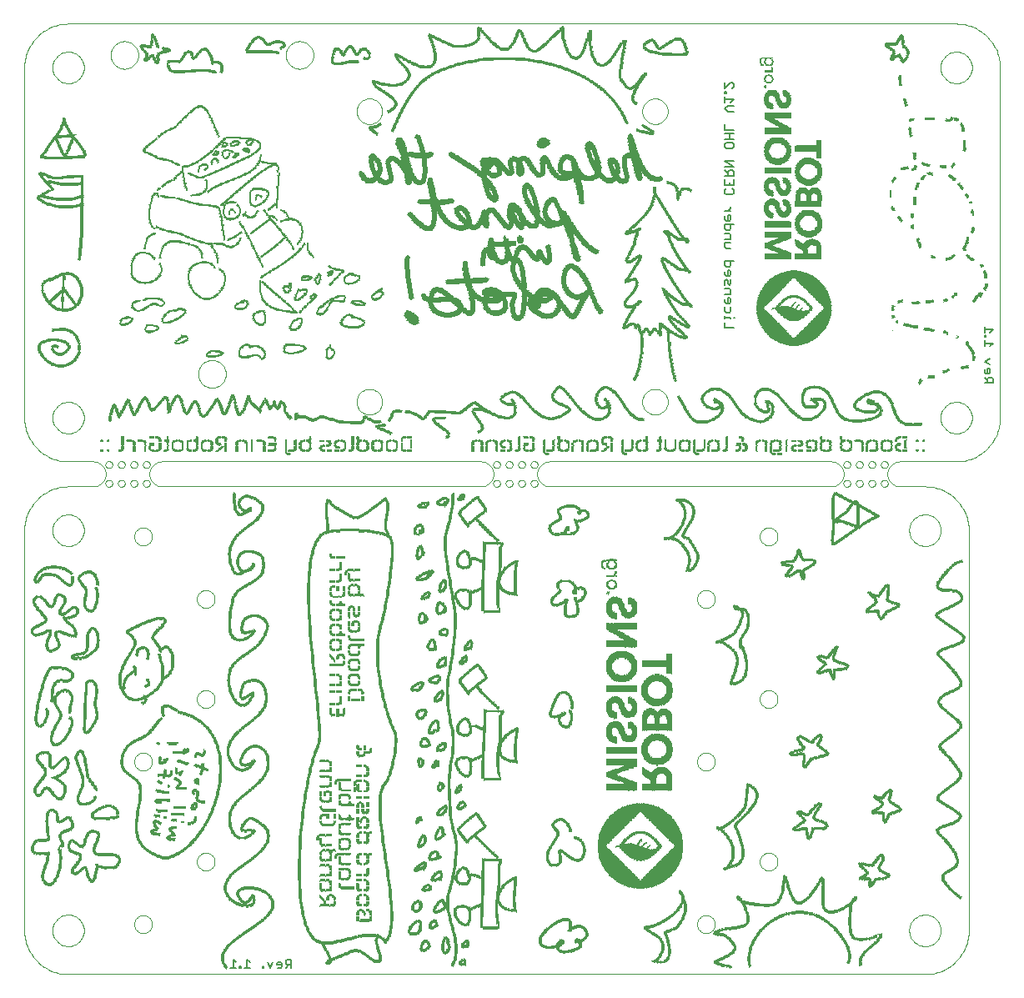
<source format=gbo>
G75*
G70*
%OFA0B0*%
%FSLAX24Y24*%
%IPPOS*%
%LPD*%
%AMOC8*
5,1,8,0,0,1.08239X$1,22.5*
%
%ADD10C,0.0000*%
%ADD11C,0.0060*%
%ADD12R,0.0225X0.0025*%
%ADD13R,0.0150X0.0025*%
%ADD14R,0.0125X0.0025*%
%ADD15R,0.0126X0.0025*%
%ADD16R,0.0151X0.0025*%
%ADD17R,0.0225X0.0025*%
%ADD18R,0.0175X0.0025*%
%ADD19R,0.0174X0.0025*%
%ADD20R,0.0199X0.0025*%
%ADD21R,0.0200X0.0025*%
%ADD22R,0.0100X0.0025*%
%ADD23R,0.0125X0.0025*%
%ADD24R,0.0126X0.0025*%
%ADD25R,0.0099X0.0025*%
%ADD26R,0.0076X0.0025*%
%ADD27R,0.0226X0.0025*%
%ADD28R,0.0250X0.0025*%
%ADD29R,0.0075X0.0025*%
%ADD30R,0.0150X0.0025*%
%ADD31R,0.0124X0.0025*%
%ADD32R,0.0276X0.0025*%
%ADD33R,0.0274X0.0025*%
%ADD34R,0.0251X0.0025*%
%ADD35R,0.0249X0.0025*%
%ADD36R,0.0101X0.0025*%
%ADD37R,0.0151X0.0025*%
%ADD38R,0.0149X0.0025*%
%ADD39R,0.0176X0.0025*%
%ADD40R,0.0300X0.0025*%
%ADD41R,0.0301X0.0025*%
%ADD42R,0.0299X0.0025*%
%ADD43R,0.0224X0.0025*%
%ADD44R,0.0201X0.0025*%
%ADD45R,0.0325X0.0025*%
%ADD46R,0.0326X0.0025*%
%ADD47R,0.0351X0.0025*%
%ADD48R,0.0349X0.0025*%
%ADD49R,0.0074X0.0025*%
%ADD50R,0.0350X0.0025*%
%ADD51R,0.0324X0.0025*%
%ADD52R,0.0275X0.0025*%
%ADD53R,0.0050X0.0025*%
%ADD54R,0.0049X0.0025*%
%ADD55R,0.0401X0.0025*%
%ADD56R,0.0551X0.0025*%
%ADD57R,0.0675X0.0025*%
%ADD58R,0.0376X0.0025*%
%ADD59R,0.0750X0.0025*%
%ADD60R,0.0800X0.0025*%
%ADD61R,0.0450X0.0025*%
%ADD62R,0.0901X0.0025*%
%ADD63R,0.0051X0.0025*%
%ADD64R,0.0475X0.0025*%
%ADD65R,0.1025X0.0025*%
%ADD66R,0.0426X0.0025*%
%ADD67R,0.0625X0.0025*%
%ADD68R,0.0375X0.0025*%
%ADD69R,0.1101X0.0025*%
%ADD70R,0.0749X0.0025*%
%ADD71R,0.0501X0.0025*%
%ADD72R,0.0725X0.0025*%
%ADD73R,0.0425X0.0025*%
%ADD74R,0.1201X0.0025*%
%ADD75R,0.0950X0.0025*%
%ADD76R,0.0825X0.0025*%
%ADD77R,0.0474X0.0025*%
%ADD78R,0.0499X0.0025*%
%ADD79R,0.1100X0.0025*%
%ADD80R,0.1225X0.0025*%
%ADD81R,0.0451X0.0025*%
%ADD82R,0.0400X0.0025*%
%ADD83R,0.0025X0.0025*%
%ADD84R,0.0374X0.0025*%
%ADD85R,0.0549X0.0025*%
%ADD86R,0.0476X0.0025*%
%ADD87R,0.0651X0.0025*%
%ADD88R,0.0525X0.0025*%
%ADD89R,0.0449X0.0025*%
%ADD90R,0.0601X0.0025*%
%ADD91R,0.0500X0.0025*%
%ADD92R,0.0650X0.0025*%
%ADD93R,0.0674X0.0025*%
%ADD94R,0.0600X0.0025*%
%ADD95R,0.0751X0.0025*%
%ADD96R,0.1151X0.0025*%
%ADD97R,0.0624X0.0025*%
%ADD98R,0.1450X0.0025*%
%ADD99R,0.1125X0.0025*%
%ADD100R,0.0824X0.0025*%
%ADD101R,0.0726X0.0025*%
%ADD102R,0.0599X0.0025*%
%ADD103R,0.0574X0.0025*%
%ADD104R,0.0701X0.0025*%
%ADD105R,0.0526X0.0025*%
%ADD106R,0.0575X0.0025*%
%ADD107R,0.0026X0.0025*%
%ADD108R,0.0700X0.0025*%
%ADD109R,0.0575X0.0025*%
%ADD110R,0.0174X0.0025*%
%ADD111R,0.0124X0.0025*%
%ADD112R,0.0224X0.0025*%
%ADD113R,0.0150X0.0025*%
%ADD114R,0.0200X0.0025*%
%ADD115R,0.0175X0.0025*%
%ADD116R,0.0125X0.0025*%
%ADD117R,0.0399X0.0025*%
%ADD118R,0.0201X0.0025*%
%ADD119R,0.0124X0.0025*%
%ADD120R,0.0625X0.0025*%
%ADD121R,0.0300X0.0025*%
%ADD122R,0.0200X0.0025*%
%ADD123R,0.0149X0.0025*%
%ADD124R,0.0550X0.0025*%
%ADD125R,0.0626X0.0025*%
%ADD126R,0.0801X0.0025*%
%ADD127R,0.0024X0.0025*%
%ADD128R,0.0699X0.0025*%
%ADD129R,0.0850X0.0025*%
%ADD130R,0.0999X0.0025*%
%ADD131R,0.1150X0.0025*%
%ADD132R,0.1250X0.0025*%
%ADD133R,0.1350X0.0025*%
%ADD134R,0.0925X0.0025*%
%ADD135R,0.1550X0.0025*%
%ADD136R,0.1626X0.0025*%
%ADD137R,0.1701X0.0025*%
%ADD138R,0.1750X0.0025*%
%ADD139R,0.0899X0.0025*%
%ADD140R,0.0900X0.0025*%
%ADD141R,0.0826X0.0025*%
%ADD142R,0.0874X0.0025*%
%ADD143R,0.0875X0.0025*%
%ADD144R,0.0776X0.0025*%
%ADD145R,0.0876X0.0025*%
%ADD146R,0.0851X0.0025*%
%ADD147R,0.0849X0.0025*%
%ADD148R,0.0774X0.0025*%
%ADD149R,0.0799X0.0025*%
%ADD150R,0.0775X0.0025*%
%ADD151R,0.0649X0.0025*%
%ADD152R,0.0524X0.0025*%
%ADD153R,0.1050X0.0025*%
%ADD154R,0.1099X0.0025*%
%ADD155R,0.0924X0.0025*%
%ADD156R,0.1000X0.0025*%
%ADD157R,0.1200X0.0025*%
%ADD158R,0.1075X0.0025*%
%ADD159R,0.1300X0.0025*%
%ADD160R,0.0576X0.0025*%
%ADD161R,0.0975X0.0025*%
%ADD162R,0.0976X0.0025*%
%ADD163R,0.0424X0.0025*%
%ADD164R,0.1424X0.0025*%
%ADD165R,0.0724X0.0025*%
%ADD166R,0.1226X0.0025*%
%ADD167R,0.0974X0.0025*%
%ADD168R,0.1500X0.0025*%
%ADD169R,0.0399X0.0025*%
%ADD170R,0.1274X0.0025*%
%ADD171R,0.1425X0.0025*%
%ADD172R,0.1374X0.0025*%
%ADD173R,0.1501X0.0025*%
%ADD174R,0.1349X0.0025*%
%ADD175R,0.1475X0.0025*%
%ADD176R,0.1324X0.0025*%
%ADD177R,0.1400X0.0025*%
%ADD178R,0.1375X0.0025*%
%ADD179R,0.1326X0.0025*%
%ADD180R,0.1199X0.0025*%
%ADD181R,0.1476X0.0025*%
%ADD182R,0.1650X0.0025*%
%ADD183R,0.1675X0.0025*%
%ADD184R,0.1700X0.0025*%
%ADD185R,0.1699X0.0025*%
%ADD186R,0.1674X0.0025*%
%ADD187R,0.1601X0.0025*%
%ADD188R,0.1426X0.0025*%
%ADD189R,0.1049X0.0025*%
%ADD190R,0.1275X0.0025*%
%ADD191R,0.1325X0.0025*%
%ADD192R,0.1526X0.0025*%
%ADD193R,0.1024X0.0025*%
%ADD194R,0.0951X0.0025*%
%ADD195R,0.1050X0.0025*%
%ADD196R,0.0299X0.0025*%
%ADD197R,0.0100X0.0025*%
%ADD198R,0.0126X0.0025*%
%ADD199R,0.0226X0.0025*%
%ADD200R,0.0249X0.0025*%
%ADD201R,0.0300X0.0025*%
%ADD202R,0.1225X0.0025*%
%ADD203R,0.0149X0.0025*%
%ADD204R,0.0099X0.0025*%
%ADD205R,0.0026X0.0025*%
%ADD206R,0.0401X0.0025*%
%ADD207R,0.0074X0.0025*%
%ADD208R,0.0350X0.0025*%
%ADD209R,0.1050X0.0025*%
%ADD210R,0.0299X0.0025*%
%ADD211R,0.0575X0.0025*%
%ADD212R,0.0175X0.0025*%
%ADD213R,0.0249X0.0025*%
%ADD214R,0.1376X0.0025*%
%ADD215R,0.0075X0.0025*%
%ADD216R,0.0025X0.0025*%
%ADD217R,0.0074X0.0025*%
%ADD218R,0.0325X0.0025*%
%ADD219R,0.0350X0.0025*%
%ADD220R,0.0301X0.0025*%
%ADD221R,0.0475X0.0025*%
%ADD222R,0.0225X0.0025*%
%ADD223R,0.0500X0.0025*%
%ADD224R,0.0251X0.0025*%
%ADD225R,0.1475X0.0025*%
%ADD226R,0.0075X0.0025*%
%ADD227R,0.0276X0.0025*%
%ADD228R,0.0224X0.0025*%
%ADD229R,0.0425X0.0025*%
%ADD230R,0.0100X0.0025*%
%ADD231R,0.0449X0.0025*%
%ADD232R,0.0276X0.0025*%
%ADD233R,0.1475X0.0025*%
%ADD234R,0.0274X0.0025*%
%ADD235R,0.0676X0.0025*%
%ADD236R,0.0199X0.0025*%
%ADD237R,0.0351X0.0025*%
%ADD238R,0.0400X0.0025*%
%ADD239R,0.0301X0.0025*%
%ADD240R,0.1250X0.0025*%
%ADD241R,0.0176X0.0025*%
%ADD242R,0.0099X0.0025*%
%ADD243R,0.1550X0.0025*%
%ADD244R,0.1725X0.0025*%
%ADD245R,0.2100X0.0025*%
%ADD246R,0.1474X0.0025*%
%ADD247R,0.2075X0.0025*%
%ADD248R,0.0949X0.0025*%
%ADD249R,0.1574X0.0025*%
%ADD250R,0.1774X0.0025*%
%ADD251R,0.1799X0.0025*%
%ADD252R,0.1299X0.0025*%
%ADD253R,0.1149X0.0025*%
%ADD254R,0.1875X0.0025*%
%ADD255R,0.1800X0.0025*%
%ADD256R,0.1076X0.0025*%
%ADD257R,0.2425X0.0025*%
%ADD258R,0.1001X0.0025*%
%ADD259R,0.0025X0.0149*%
%ADD260R,0.0025X0.0199*%
%ADD261R,0.0025X0.0225*%
%ADD262R,0.0025X0.0325*%
%ADD263R,0.0025X0.0276*%
%ADD264R,0.0025X0.0400*%
%ADD265R,0.0025X0.0324*%
%ADD266R,0.0025X0.0176*%
%ADD267R,0.0025X0.0475*%
%ADD268R,0.0025X0.0275*%
%ADD269R,0.0025X0.0175*%
%ADD270R,0.0025X0.0250*%
%ADD271R,0.0025X0.0200*%
%ADD272R,0.0025X0.0125*%
%ADD273R,0.0025X0.0151*%
%ADD274R,0.0025X0.0351*%
%ADD275R,0.0025X0.0100*%
%ADD276R,0.0025X0.0300*%
%ADD277R,0.0025X0.0126*%
%ADD278R,0.0025X0.0425*%
%ADD279R,0.0025X0.0375*%
%ADD280R,0.0025X0.0501*%
%ADD281R,0.0025X0.0174*%
%ADD282R,0.0025X0.0349*%
%ADD283R,0.0025X0.0451*%
%ADD284R,0.0025X0.0150*%
%ADD285R,0.0025X0.0700*%
%ADD286R,0.0025X0.0124*%
%ADD287R,0.0025X0.0224*%
%ADD288R,0.0025X0.0875*%
%ADD289R,0.0025X0.1025*%
%ADD290R,0.0025X0.0374*%
%ADD291R,0.0025X0.0576*%
%ADD292R,0.0025X0.0099*%
%ADD293R,0.0025X0.0101*%
%ADD294R,0.0025X0.0550*%
%ADD295R,0.0025X0.0201*%
%ADD296R,0.0025X0.0401*%
%ADD297R,0.0025X0.0500*%
%ADD298R,0.0025X0.0376*%
%ADD299R,0.0025X0.0625*%
%ADD300R,0.0025X0.0725*%
%ADD301R,0.0025X0.0449*%
%ADD302R,0.0025X0.0074*%
%ADD303R,0.0025X0.0051*%
%ADD304R,0.0025X0.0575*%
%ADD305R,0.0025X0.0574*%
%ADD306R,0.0025X0.0825*%
%ADD307R,0.0025X0.0274*%
%ADD308R,0.0025X0.0525*%
%ADD309R,0.0025X0.0474*%
%ADD310R,0.0025X0.0251*%
%ADD311R,0.0025X0.0450*%
%ADD312R,0.0025X0.1226*%
%ADD313R,0.0025X0.0601*%
%ADD314R,0.0025X0.0399*%
%ADD315R,0.0025X0.0599*%
%ADD316R,0.0025X0.0299*%
%ADD317R,0.0025X0.0551*%
%ADD318R,0.0025X0.0600*%
%ADD319R,0.0025X0.0651*%
%ADD320R,0.0025X0.0326*%
%ADD321R,0.0025X0.0301*%
%ADD322R,0.0025X0.0350*%
%ADD323R,0.0025X0.0249*%
%ADD324R,0.0025X0.0426*%
%ADD325R,0.0025X0.0226*%
%ADD326R,0.0025X0.0049*%
%ADD327R,0.0025X0.0424*%
%ADD328R,0.0025X0.0499*%
%ADD329R,0.0025X0.0024*%
%ADD330R,0.0025X0.0476*%
%ADD331R,0.0025X0.1150*%
%ADD332R,0.0025X0.0899*%
%ADD333R,0.0025X0.0775*%
%ADD334R,0.0025X0.0050*%
%ADD335R,0.0025X0.0075*%
%ADD336R,0.0025X0.0824*%
%ADD337R,0.0025X0.0076*%
%ADD338R,0.0025X0.0749*%
%ADD339R,0.0025X0.0750*%
%ADD340R,0.0025X0.1200*%
%ADD341R,0.0025X0.1674*%
%ADD342R,0.0025X0.2074*%
%ADD343R,0.0025X0.0926*%
%ADD344R,0.0025X0.0699*%
%ADD345R,0.0025X0.1525*%
%ADD346R,0.0025X0.0376*%
%ADD347R,0.0025X0.0299*%
%ADD348R,0.0025X0.0126*%
%ADD349R,0.0025X0.0650*%
%ADD350R,0.0025X0.1025*%
%ADD351R,0.0025X0.0725*%
%ADD352R,0.0025X0.0174*%
%ADD353R,0.0025X0.0451*%
%ADD354R,0.0025X0.0100*%
%ADD355R,0.0025X0.0774*%
%ADD356R,0.0025X0.0776*%
%ADD357R,0.0025X0.0299*%
%ADD358R,0.0025X0.0176*%
%ADD359R,0.0025X0.0124*%
%ADD360R,0.0025X0.0151*%
%ADD361R,0.0025X0.0125*%
%ADD362R,0.0025X0.0725*%
%ADD363R,0.0025X0.0149*%
%ADD364R,0.0025X0.1299*%
%ADD365R,0.0025X0.1626*%
%ADD366R,0.0025X0.0876*%
%ADD367R,0.0025X0.0799*%
%ADD368R,0.0025X0.0649*%
%ADD369R,0.0025X0.0801*%
%ADD370R,0.0025X0.0900*%
%ADD371R,0.0025X0.1100*%
%ADD372R,0.0025X0.1325*%
%ADD373R,0.0025X0.0675*%
%ADD374R,0.0025X0.0751*%
%ADD375R,0.0025X0.1049*%
%ADD376R,0.0025X0.0026*%
%ADD377R,0.0025X0.1075*%
%ADD378R,0.0025X0.0950*%
%ADD379R,0.0025X0.0925*%
%ADD380R,0.0025X0.0826*%
%ADD381R,0.0025X0.1600*%
%ADD382R,0.0025X0.1374*%
%ADD383R,0.0025X0.0901*%
%ADD384R,0.0025X0.0874*%
%ADD385R,0.0025X0.0650*%
%ADD386R,0.0025X0.1050*%
%ADD387R,0.0025X0.1101*%
%ADD388R,0.0025X0.0800*%
%ADD389R,0.0025X0.1275*%
%ADD390R,0.0025X0.0701*%
%ADD391R,0.0025X0.0850*%
%ADD392R,0.0025X0.0849*%
%ADD393R,0.0025X0.1901*%
%ADD394R,0.0025X0.2524*%
%ADD395R,0.0025X0.3025*%
%ADD396R,0.0025X0.3451*%
%ADD397R,0.0025X0.0951*%
%ADD398R,0.0025X0.1349*%
%ADD399R,0.0025X0.1124*%
%ADD400R,0.0025X0.1000*%
%ADD401R,0.0025X0.0924*%
%ADD402R,0.0025X0.0851*%
%ADD403R,0.0025X0.2500*%
%ADD404R,0.0025X0.2999*%
%ADD405R,0.0025X0.3450*%
%ADD406R,0.0025X0.1499*%
%ADD407R,0.0025X0.1149*%
%ADD408R,0.0025X0.1099*%
%ADD409R,0.0025X0.1076*%
%ADD410R,0.0025X0.1375*%
%ADD411R,0.0025X0.1824*%
%ADD412R,0.0025X0.1001*%
%ADD413R,0.0025X0.1250*%
%ADD414R,0.0025X0.0676*%
%ADD415R,0.0025X0.0526*%
%ADD416R,0.0025X0.1125*%
%ADD417R,0.0025X0.1875*%
%ADD418R,0.0025X0.2151*%
%ADD419R,0.0025X0.1426*%
%ADD420R,0.0025X0.1749*%
%ADD421R,0.0025X0.1999*%
%ADD422R,0.0025X0.1174*%
%ADD423R,0.0025X0.2101*%
%ADD424R,0.0025X0.1700*%
%ADD425R,0.0025X0.1500*%
%ADD426R,0.0025X0.1501*%
%ADD427R,0.0025X0.1225*%
%ADD428R,0.0025X0.0524*%
%ADD429R,0.0025X0.1350*%
%ADD430R,0.0025X0.1601*%
%ADD431R,0.0025X0.1450*%
%ADD432R,0.0025X0.1726*%
%ADD433R,0.0025X0.1651*%
%ADD434R,0.0025X0.0674*%
%ADD435R,0.0025X0.2075*%
%ADD436R,0.0025X0.2400*%
%ADD437R,0.0025X0.1424*%
%ADD438R,0.0025X0.0549*%
%ADD439R,0.0025X0.0975*%
%ADD440R,0.0025X0.2426*%
%ADD441R,0.0025X0.1474*%
%ADD442R,0.0025X0.1300*%
%ADD443R,0.0025X0.0976*%
%ADD444R,0.0025X0.0724*%
%ADD445R,0.0025X0.2276*%
%ADD446R,0.0025X0.0726*%
%ADD447R,0.0025X0.1276*%
%ADD448R,0.0025X0.2775*%
%ADD449R,0.0025X0.1451*%
%ADD450R,0.0025X0.2050*%
%ADD451R,0.0025X0.2349*%
%ADD452R,0.0025X0.2126*%
%ADD453R,0.0025X0.2776*%
%ADD454R,0.0025X0.2850*%
%ADD455R,0.0025X0.1851*%
%ADD456R,0.0025X0.1650*%
%ADD457R,0.0025X0.1126*%
%ADD458R,0.0025X0.1175*%
%ADD459R,0.0025X0.1324*%
%ADD460R,0.0025X0.0999*%
%ADD461R,0.0025X0.1550*%
%ADD462R,0.0025X0.1701*%
%ADD463R,0.0025X0.2374*%
%ADD464R,0.0025X0.1649*%
%ADD465R,0.0025X0.1449*%
%ADD466R,0.0025X0.1676*%
%ADD467R,0.0025X0.1750*%
%ADD468R,0.0025X0.1874*%
%ADD469R,0.0025X0.1400*%
%ADD470R,0.0025X0.1425*%
%ADD471R,0.0025X0.0374*%
%ADD472R,0.0025X0.0624*%
%ADD473R,0.0025X0.1475*%
%ADD474R,0.0025X0.1575*%
%ADD475R,0.0025X0.1675*%
%ADD476R,0.0025X0.1775*%
%ADD477R,0.0025X0.1825*%
%ADD478R,0.0025X0.1925*%
%ADD479R,0.0025X0.1974*%
%ADD480R,0.0025X0.1024*%
%ADD481R,0.0025X0.1026*%
%ADD482R,0.0025X0.1051*%
%ADD483R,0.0025X0.0974*%
%ADD484R,0.0025X0.0949*%
%ADD485R,0.0025X0.0626*%
%ADD486R,0.0025X0.1251*%
%ADD487R,0.0025X0.2025*%
%ADD488R,0.0025X0.1725*%
%ADD489R,0.0025X0.1326*%
%ADD490R,0.0025X0.1401*%
D10*
X001887Y002749D02*
X001887Y018749D01*
X003007Y018749D02*
X003009Y018799D01*
X003015Y018849D01*
X003025Y018898D01*
X003039Y018946D01*
X003056Y018993D01*
X003077Y019038D01*
X003102Y019082D01*
X003130Y019123D01*
X003162Y019162D01*
X003196Y019199D01*
X003233Y019233D01*
X003273Y019263D01*
X003315Y019290D01*
X003359Y019314D01*
X003405Y019335D01*
X003452Y019351D01*
X003500Y019364D01*
X003550Y019373D01*
X003599Y019378D01*
X003650Y019379D01*
X003700Y019376D01*
X003749Y019369D01*
X003798Y019358D01*
X003846Y019343D01*
X003892Y019325D01*
X003937Y019303D01*
X003980Y019277D01*
X004021Y019248D01*
X004060Y019216D01*
X004096Y019181D01*
X004128Y019143D01*
X004158Y019103D01*
X004185Y019060D01*
X004208Y019016D01*
X004227Y018970D01*
X004243Y018922D01*
X004255Y018873D01*
X004263Y018824D01*
X004267Y018774D01*
X004267Y018724D01*
X004263Y018674D01*
X004255Y018625D01*
X004243Y018576D01*
X004227Y018528D01*
X004208Y018482D01*
X004185Y018438D01*
X004158Y018395D01*
X004128Y018355D01*
X004096Y018317D01*
X004060Y018282D01*
X004021Y018250D01*
X003980Y018221D01*
X003937Y018195D01*
X003892Y018173D01*
X003846Y018155D01*
X003798Y018140D01*
X003749Y018129D01*
X003700Y018122D01*
X003650Y018119D01*
X003599Y018120D01*
X003550Y018125D01*
X003500Y018134D01*
X003452Y018147D01*
X003405Y018163D01*
X003359Y018184D01*
X003315Y018208D01*
X003273Y018235D01*
X003233Y018265D01*
X003196Y018299D01*
X003162Y018336D01*
X003130Y018375D01*
X003102Y018416D01*
X003077Y018460D01*
X003056Y018505D01*
X003039Y018552D01*
X003025Y018600D01*
X003015Y018649D01*
X003009Y018699D01*
X003007Y018749D01*
X001887Y018749D02*
X001889Y018832D01*
X001895Y018915D01*
X001905Y018998D01*
X001919Y019080D01*
X001936Y019162D01*
X001958Y019242D01*
X001983Y019321D01*
X002012Y019399D01*
X002045Y019476D01*
X002082Y019551D01*
X002121Y019624D01*
X002165Y019695D01*
X002211Y019764D01*
X002261Y019831D01*
X002314Y019895D01*
X002370Y019957D01*
X002429Y020016D01*
X002491Y020072D01*
X002555Y020125D01*
X002622Y020175D01*
X002691Y020221D01*
X002762Y020265D01*
X002835Y020304D01*
X002910Y020341D01*
X002987Y020374D01*
X003065Y020403D01*
X003144Y020428D01*
X003224Y020450D01*
X003306Y020467D01*
X003388Y020481D01*
X003471Y020491D01*
X003554Y020497D01*
X003637Y020499D01*
X004637Y020499D01*
X004681Y020501D01*
X004724Y020507D01*
X004766Y020516D01*
X004808Y020529D01*
X004848Y020546D01*
X004887Y020566D01*
X004924Y020589D01*
X004958Y020616D01*
X004991Y020645D01*
X005020Y020678D01*
X005047Y020712D01*
X005070Y020749D01*
X005090Y020788D01*
X005107Y020828D01*
X005120Y020870D01*
X005129Y020912D01*
X005135Y020955D01*
X005137Y020999D01*
X005124Y020624D02*
X005126Y020647D01*
X005132Y020670D01*
X005142Y020691D01*
X005155Y020711D01*
X005171Y020728D01*
X005190Y020742D01*
X005211Y020752D01*
X005233Y020759D01*
X005256Y020762D01*
X005280Y020761D01*
X005302Y020756D01*
X005324Y020747D01*
X005344Y020735D01*
X005362Y020719D01*
X005376Y020701D01*
X005388Y020681D01*
X005396Y020659D01*
X005400Y020636D01*
X005400Y020612D01*
X005396Y020589D01*
X005388Y020567D01*
X005376Y020547D01*
X005362Y020529D01*
X005344Y020513D01*
X005324Y020501D01*
X005302Y020492D01*
X005280Y020487D01*
X005256Y020486D01*
X005233Y020489D01*
X005211Y020496D01*
X005190Y020506D01*
X005171Y020520D01*
X005155Y020537D01*
X005142Y020557D01*
X005132Y020578D01*
X005126Y020601D01*
X005124Y020624D01*
X005137Y020999D02*
X005135Y021043D01*
X005129Y021086D01*
X005120Y021128D01*
X005107Y021170D01*
X005090Y021210D01*
X005070Y021249D01*
X005047Y021286D01*
X005020Y021320D01*
X004991Y021353D01*
X004958Y021382D01*
X004924Y021409D01*
X004887Y021432D01*
X004848Y021452D01*
X004808Y021469D01*
X004766Y021482D01*
X004724Y021491D01*
X004681Y021497D01*
X004637Y021499D01*
X003637Y021499D01*
X005124Y021374D02*
X005126Y021397D01*
X005132Y021420D01*
X005142Y021441D01*
X005155Y021461D01*
X005171Y021478D01*
X005190Y021492D01*
X005211Y021502D01*
X005233Y021509D01*
X005256Y021512D01*
X005280Y021511D01*
X005302Y021506D01*
X005324Y021497D01*
X005344Y021485D01*
X005362Y021469D01*
X005376Y021451D01*
X005388Y021431D01*
X005396Y021409D01*
X005400Y021386D01*
X005400Y021362D01*
X005396Y021339D01*
X005388Y021317D01*
X005376Y021297D01*
X005362Y021279D01*
X005344Y021263D01*
X005324Y021251D01*
X005302Y021242D01*
X005280Y021237D01*
X005256Y021236D01*
X005233Y021239D01*
X005211Y021246D01*
X005190Y021256D01*
X005171Y021270D01*
X005155Y021287D01*
X005142Y021307D01*
X005132Y021328D01*
X005126Y021351D01*
X005124Y021374D01*
X005624Y021374D02*
X005626Y021397D01*
X005632Y021420D01*
X005642Y021441D01*
X005655Y021461D01*
X005671Y021478D01*
X005690Y021492D01*
X005711Y021502D01*
X005733Y021509D01*
X005756Y021512D01*
X005780Y021511D01*
X005802Y021506D01*
X005824Y021497D01*
X005844Y021485D01*
X005862Y021469D01*
X005876Y021451D01*
X005888Y021431D01*
X005896Y021409D01*
X005900Y021386D01*
X005900Y021362D01*
X005896Y021339D01*
X005888Y021317D01*
X005876Y021297D01*
X005862Y021279D01*
X005844Y021263D01*
X005824Y021251D01*
X005802Y021242D01*
X005780Y021237D01*
X005756Y021236D01*
X005733Y021239D01*
X005711Y021246D01*
X005690Y021256D01*
X005671Y021270D01*
X005655Y021287D01*
X005642Y021307D01*
X005632Y021328D01*
X005626Y021351D01*
X005624Y021374D01*
X006124Y021374D02*
X006126Y021397D01*
X006132Y021420D01*
X006142Y021441D01*
X006155Y021461D01*
X006171Y021478D01*
X006190Y021492D01*
X006211Y021502D01*
X006233Y021509D01*
X006256Y021512D01*
X006280Y021511D01*
X006302Y021506D01*
X006324Y021497D01*
X006344Y021485D01*
X006362Y021469D01*
X006376Y021451D01*
X006388Y021431D01*
X006396Y021409D01*
X006400Y021386D01*
X006400Y021362D01*
X006396Y021339D01*
X006388Y021317D01*
X006376Y021297D01*
X006362Y021279D01*
X006344Y021263D01*
X006324Y021251D01*
X006302Y021242D01*
X006280Y021237D01*
X006256Y021236D01*
X006233Y021239D01*
X006211Y021246D01*
X006190Y021256D01*
X006171Y021270D01*
X006155Y021287D01*
X006142Y021307D01*
X006132Y021328D01*
X006126Y021351D01*
X006124Y021374D01*
X006624Y021374D02*
X006626Y021397D01*
X006632Y021420D01*
X006642Y021441D01*
X006655Y021461D01*
X006671Y021478D01*
X006690Y021492D01*
X006711Y021502D01*
X006733Y021509D01*
X006756Y021512D01*
X006780Y021511D01*
X006802Y021506D01*
X006824Y021497D01*
X006844Y021485D01*
X006862Y021469D01*
X006876Y021451D01*
X006888Y021431D01*
X006896Y021409D01*
X006900Y021386D01*
X006900Y021362D01*
X006896Y021339D01*
X006888Y021317D01*
X006876Y021297D01*
X006862Y021279D01*
X006844Y021263D01*
X006824Y021251D01*
X006802Y021242D01*
X006780Y021237D01*
X006756Y021236D01*
X006733Y021239D01*
X006711Y021246D01*
X006690Y021256D01*
X006671Y021270D01*
X006655Y021287D01*
X006642Y021307D01*
X006632Y021328D01*
X006626Y021351D01*
X006624Y021374D01*
X006624Y020624D02*
X006626Y020647D01*
X006632Y020670D01*
X006642Y020691D01*
X006655Y020711D01*
X006671Y020728D01*
X006690Y020742D01*
X006711Y020752D01*
X006733Y020759D01*
X006756Y020762D01*
X006780Y020761D01*
X006802Y020756D01*
X006824Y020747D01*
X006844Y020735D01*
X006862Y020719D01*
X006876Y020701D01*
X006888Y020681D01*
X006896Y020659D01*
X006900Y020636D01*
X006900Y020612D01*
X006896Y020589D01*
X006888Y020567D01*
X006876Y020547D01*
X006862Y020529D01*
X006844Y020513D01*
X006824Y020501D01*
X006802Y020492D01*
X006780Y020487D01*
X006756Y020486D01*
X006733Y020489D01*
X006711Y020496D01*
X006690Y020506D01*
X006671Y020520D01*
X006655Y020537D01*
X006642Y020557D01*
X006632Y020578D01*
X006626Y020601D01*
X006624Y020624D01*
X006124Y020624D02*
X006126Y020647D01*
X006132Y020670D01*
X006142Y020691D01*
X006155Y020711D01*
X006171Y020728D01*
X006190Y020742D01*
X006211Y020752D01*
X006233Y020759D01*
X006256Y020762D01*
X006280Y020761D01*
X006302Y020756D01*
X006324Y020747D01*
X006344Y020735D01*
X006362Y020719D01*
X006376Y020701D01*
X006388Y020681D01*
X006396Y020659D01*
X006400Y020636D01*
X006400Y020612D01*
X006396Y020589D01*
X006388Y020567D01*
X006376Y020547D01*
X006362Y020529D01*
X006344Y020513D01*
X006324Y020501D01*
X006302Y020492D01*
X006280Y020487D01*
X006256Y020486D01*
X006233Y020489D01*
X006211Y020496D01*
X006190Y020506D01*
X006171Y020520D01*
X006155Y020537D01*
X006142Y020557D01*
X006132Y020578D01*
X006126Y020601D01*
X006124Y020624D01*
X005624Y020624D02*
X005626Y020647D01*
X005632Y020670D01*
X005642Y020691D01*
X005655Y020711D01*
X005671Y020728D01*
X005690Y020742D01*
X005711Y020752D01*
X005733Y020759D01*
X005756Y020762D01*
X005780Y020761D01*
X005802Y020756D01*
X005824Y020747D01*
X005844Y020735D01*
X005862Y020719D01*
X005876Y020701D01*
X005888Y020681D01*
X005896Y020659D01*
X005900Y020636D01*
X005900Y020612D01*
X005896Y020589D01*
X005888Y020567D01*
X005876Y020547D01*
X005862Y020529D01*
X005844Y020513D01*
X005824Y020501D01*
X005802Y020492D01*
X005780Y020487D01*
X005756Y020486D01*
X005733Y020489D01*
X005711Y020496D01*
X005690Y020506D01*
X005671Y020520D01*
X005655Y020537D01*
X005642Y020557D01*
X005632Y020578D01*
X005626Y020601D01*
X005624Y020624D01*
X007387Y020499D02*
X020137Y020499D01*
X020181Y020501D01*
X020224Y020507D01*
X020266Y020516D01*
X020308Y020529D01*
X020348Y020546D01*
X020387Y020566D01*
X020424Y020589D01*
X020458Y020616D01*
X020491Y020645D01*
X020520Y020678D01*
X020547Y020712D01*
X020570Y020749D01*
X020590Y020788D01*
X020607Y020828D01*
X020620Y020870D01*
X020629Y020912D01*
X020635Y020955D01*
X020637Y020999D01*
X020624Y020624D02*
X020626Y020647D01*
X020632Y020670D01*
X020642Y020691D01*
X020655Y020711D01*
X020671Y020728D01*
X020690Y020742D01*
X020711Y020752D01*
X020733Y020759D01*
X020756Y020762D01*
X020780Y020761D01*
X020802Y020756D01*
X020824Y020747D01*
X020844Y020735D01*
X020862Y020719D01*
X020876Y020701D01*
X020888Y020681D01*
X020896Y020659D01*
X020900Y020636D01*
X020900Y020612D01*
X020896Y020589D01*
X020888Y020567D01*
X020876Y020547D01*
X020862Y020529D01*
X020844Y020513D01*
X020824Y020501D01*
X020802Y020492D01*
X020780Y020487D01*
X020756Y020486D01*
X020733Y020489D01*
X020711Y020496D01*
X020690Y020506D01*
X020671Y020520D01*
X020655Y020537D01*
X020642Y020557D01*
X020632Y020578D01*
X020626Y020601D01*
X020624Y020624D01*
X021124Y020624D02*
X021126Y020647D01*
X021132Y020670D01*
X021142Y020691D01*
X021155Y020711D01*
X021171Y020728D01*
X021190Y020742D01*
X021211Y020752D01*
X021233Y020759D01*
X021256Y020762D01*
X021280Y020761D01*
X021302Y020756D01*
X021324Y020747D01*
X021344Y020735D01*
X021362Y020719D01*
X021376Y020701D01*
X021388Y020681D01*
X021396Y020659D01*
X021400Y020636D01*
X021400Y020612D01*
X021396Y020589D01*
X021388Y020567D01*
X021376Y020547D01*
X021362Y020529D01*
X021344Y020513D01*
X021324Y020501D01*
X021302Y020492D01*
X021280Y020487D01*
X021256Y020486D01*
X021233Y020489D01*
X021211Y020496D01*
X021190Y020506D01*
X021171Y020520D01*
X021155Y020537D01*
X021142Y020557D01*
X021132Y020578D01*
X021126Y020601D01*
X021124Y020624D01*
X021624Y020624D02*
X021626Y020647D01*
X021632Y020670D01*
X021642Y020691D01*
X021655Y020711D01*
X021671Y020728D01*
X021690Y020742D01*
X021711Y020752D01*
X021733Y020759D01*
X021756Y020762D01*
X021780Y020761D01*
X021802Y020756D01*
X021824Y020747D01*
X021844Y020735D01*
X021862Y020719D01*
X021876Y020701D01*
X021888Y020681D01*
X021896Y020659D01*
X021900Y020636D01*
X021900Y020612D01*
X021896Y020589D01*
X021888Y020567D01*
X021876Y020547D01*
X021862Y020529D01*
X021844Y020513D01*
X021824Y020501D01*
X021802Y020492D01*
X021780Y020487D01*
X021756Y020486D01*
X021733Y020489D01*
X021711Y020496D01*
X021690Y020506D01*
X021671Y020520D01*
X021655Y020537D01*
X021642Y020557D01*
X021632Y020578D01*
X021626Y020601D01*
X021624Y020624D01*
X022124Y020624D02*
X022126Y020647D01*
X022132Y020670D01*
X022142Y020691D01*
X022155Y020711D01*
X022171Y020728D01*
X022190Y020742D01*
X022211Y020752D01*
X022233Y020759D01*
X022256Y020762D01*
X022280Y020761D01*
X022302Y020756D01*
X022324Y020747D01*
X022344Y020735D01*
X022362Y020719D01*
X022376Y020701D01*
X022388Y020681D01*
X022396Y020659D01*
X022400Y020636D01*
X022400Y020612D01*
X022396Y020589D01*
X022388Y020567D01*
X022376Y020547D01*
X022362Y020529D01*
X022344Y020513D01*
X022324Y020501D01*
X022302Y020492D01*
X022280Y020487D01*
X022256Y020486D01*
X022233Y020489D01*
X022211Y020496D01*
X022190Y020506D01*
X022171Y020520D01*
X022155Y020537D01*
X022142Y020557D01*
X022132Y020578D01*
X022126Y020601D01*
X022124Y020624D01*
X022124Y021374D02*
X022126Y021397D01*
X022132Y021420D01*
X022142Y021441D01*
X022155Y021461D01*
X022171Y021478D01*
X022190Y021492D01*
X022211Y021502D01*
X022233Y021509D01*
X022256Y021512D01*
X022280Y021511D01*
X022302Y021506D01*
X022324Y021497D01*
X022344Y021485D01*
X022362Y021469D01*
X022376Y021451D01*
X022388Y021431D01*
X022396Y021409D01*
X022400Y021386D01*
X022400Y021362D01*
X022396Y021339D01*
X022388Y021317D01*
X022376Y021297D01*
X022362Y021279D01*
X022344Y021263D01*
X022324Y021251D01*
X022302Y021242D01*
X022280Y021237D01*
X022256Y021236D01*
X022233Y021239D01*
X022211Y021246D01*
X022190Y021256D01*
X022171Y021270D01*
X022155Y021287D01*
X022142Y021307D01*
X022132Y021328D01*
X022126Y021351D01*
X022124Y021374D01*
X021624Y021374D02*
X021626Y021397D01*
X021632Y021420D01*
X021642Y021441D01*
X021655Y021461D01*
X021671Y021478D01*
X021690Y021492D01*
X021711Y021502D01*
X021733Y021509D01*
X021756Y021512D01*
X021780Y021511D01*
X021802Y021506D01*
X021824Y021497D01*
X021844Y021485D01*
X021862Y021469D01*
X021876Y021451D01*
X021888Y021431D01*
X021896Y021409D01*
X021900Y021386D01*
X021900Y021362D01*
X021896Y021339D01*
X021888Y021317D01*
X021876Y021297D01*
X021862Y021279D01*
X021844Y021263D01*
X021824Y021251D01*
X021802Y021242D01*
X021780Y021237D01*
X021756Y021236D01*
X021733Y021239D01*
X021711Y021246D01*
X021690Y021256D01*
X021671Y021270D01*
X021655Y021287D01*
X021642Y021307D01*
X021632Y021328D01*
X021626Y021351D01*
X021624Y021374D01*
X021124Y021374D02*
X021126Y021397D01*
X021132Y021420D01*
X021142Y021441D01*
X021155Y021461D01*
X021171Y021478D01*
X021190Y021492D01*
X021211Y021502D01*
X021233Y021509D01*
X021256Y021512D01*
X021280Y021511D01*
X021302Y021506D01*
X021324Y021497D01*
X021344Y021485D01*
X021362Y021469D01*
X021376Y021451D01*
X021388Y021431D01*
X021396Y021409D01*
X021400Y021386D01*
X021400Y021362D01*
X021396Y021339D01*
X021388Y021317D01*
X021376Y021297D01*
X021362Y021279D01*
X021344Y021263D01*
X021324Y021251D01*
X021302Y021242D01*
X021280Y021237D01*
X021256Y021236D01*
X021233Y021239D01*
X021211Y021246D01*
X021190Y021256D01*
X021171Y021270D01*
X021155Y021287D01*
X021142Y021307D01*
X021132Y021328D01*
X021126Y021351D01*
X021124Y021374D01*
X020624Y021374D02*
X020626Y021397D01*
X020632Y021420D01*
X020642Y021441D01*
X020655Y021461D01*
X020671Y021478D01*
X020690Y021492D01*
X020711Y021502D01*
X020733Y021509D01*
X020756Y021512D01*
X020780Y021511D01*
X020802Y021506D01*
X020824Y021497D01*
X020844Y021485D01*
X020862Y021469D01*
X020876Y021451D01*
X020888Y021431D01*
X020896Y021409D01*
X020900Y021386D01*
X020900Y021362D01*
X020896Y021339D01*
X020888Y021317D01*
X020876Y021297D01*
X020862Y021279D01*
X020844Y021263D01*
X020824Y021251D01*
X020802Y021242D01*
X020780Y021237D01*
X020756Y021236D01*
X020733Y021239D01*
X020711Y021246D01*
X020690Y021256D01*
X020671Y021270D01*
X020655Y021287D01*
X020642Y021307D01*
X020632Y021328D01*
X020626Y021351D01*
X020624Y021374D01*
X020137Y021499D02*
X007387Y021499D01*
X006887Y020999D02*
X006889Y020955D01*
X006895Y020912D01*
X006904Y020870D01*
X006917Y020828D01*
X006934Y020788D01*
X006954Y020749D01*
X006977Y020712D01*
X007004Y020678D01*
X007033Y020645D01*
X007066Y020616D01*
X007100Y020589D01*
X007137Y020566D01*
X007176Y020546D01*
X007216Y020529D01*
X007258Y020516D01*
X007300Y020507D01*
X007343Y020501D01*
X007387Y020499D01*
X006887Y020999D02*
X006889Y021043D01*
X006895Y021086D01*
X006904Y021128D01*
X006917Y021170D01*
X006934Y021210D01*
X006954Y021249D01*
X006977Y021286D01*
X007004Y021320D01*
X007033Y021353D01*
X007066Y021382D01*
X007100Y021409D01*
X007137Y021432D01*
X007176Y021452D01*
X007216Y021469D01*
X007258Y021482D01*
X007300Y021491D01*
X007343Y021497D01*
X007387Y021499D01*
X006280Y018501D02*
X006282Y018538D01*
X006288Y018575D01*
X006297Y018611D01*
X006311Y018645D01*
X006328Y018678D01*
X006348Y018710D01*
X006371Y018739D01*
X006397Y018765D01*
X006426Y018788D01*
X006457Y018808D01*
X006491Y018825D01*
X006525Y018839D01*
X006561Y018848D01*
X006598Y018854D01*
X006635Y018856D01*
X006672Y018854D01*
X006709Y018848D01*
X006745Y018839D01*
X006779Y018825D01*
X006812Y018808D01*
X006844Y018788D01*
X006873Y018765D01*
X006899Y018739D01*
X006922Y018710D01*
X006942Y018679D01*
X006959Y018645D01*
X006973Y018611D01*
X006982Y018575D01*
X006988Y018538D01*
X006990Y018501D01*
X006988Y018464D01*
X006982Y018427D01*
X006973Y018391D01*
X006959Y018357D01*
X006942Y018324D01*
X006922Y018292D01*
X006899Y018263D01*
X006873Y018237D01*
X006844Y018214D01*
X006813Y018194D01*
X006779Y018177D01*
X006745Y018163D01*
X006709Y018154D01*
X006672Y018148D01*
X006635Y018146D01*
X006598Y018148D01*
X006561Y018154D01*
X006525Y018163D01*
X006491Y018177D01*
X006458Y018194D01*
X006426Y018214D01*
X006397Y018237D01*
X006371Y018263D01*
X006348Y018292D01*
X006328Y018323D01*
X006311Y018357D01*
X006297Y018391D01*
X006288Y018427D01*
X006282Y018464D01*
X006280Y018501D01*
X008784Y015998D02*
X008786Y016035D01*
X008792Y016072D01*
X008801Y016108D01*
X008815Y016142D01*
X008832Y016175D01*
X008852Y016207D01*
X008875Y016236D01*
X008901Y016262D01*
X008930Y016285D01*
X008961Y016305D01*
X008995Y016322D01*
X009029Y016336D01*
X009065Y016345D01*
X009102Y016351D01*
X009139Y016353D01*
X009176Y016351D01*
X009213Y016345D01*
X009249Y016336D01*
X009283Y016322D01*
X009316Y016305D01*
X009348Y016285D01*
X009377Y016262D01*
X009403Y016236D01*
X009426Y016207D01*
X009446Y016176D01*
X009463Y016142D01*
X009477Y016108D01*
X009486Y016072D01*
X009492Y016035D01*
X009494Y015998D01*
X009492Y015961D01*
X009486Y015924D01*
X009477Y015888D01*
X009463Y015854D01*
X009446Y015821D01*
X009426Y015789D01*
X009403Y015760D01*
X009377Y015734D01*
X009348Y015711D01*
X009317Y015691D01*
X009283Y015674D01*
X009249Y015660D01*
X009213Y015651D01*
X009176Y015645D01*
X009139Y015643D01*
X009102Y015645D01*
X009065Y015651D01*
X009029Y015660D01*
X008995Y015674D01*
X008962Y015691D01*
X008930Y015711D01*
X008901Y015734D01*
X008875Y015760D01*
X008852Y015789D01*
X008832Y015820D01*
X008815Y015854D01*
X008801Y015888D01*
X008792Y015924D01*
X008786Y015961D01*
X008784Y015998D01*
X008784Y012001D02*
X008786Y012038D01*
X008792Y012075D01*
X008801Y012111D01*
X008815Y012145D01*
X008832Y012178D01*
X008852Y012210D01*
X008875Y012239D01*
X008901Y012265D01*
X008930Y012288D01*
X008961Y012308D01*
X008995Y012325D01*
X009029Y012339D01*
X009065Y012348D01*
X009102Y012354D01*
X009139Y012356D01*
X009176Y012354D01*
X009213Y012348D01*
X009249Y012339D01*
X009283Y012325D01*
X009316Y012308D01*
X009348Y012288D01*
X009377Y012265D01*
X009403Y012239D01*
X009426Y012210D01*
X009446Y012179D01*
X009463Y012145D01*
X009477Y012111D01*
X009486Y012075D01*
X009492Y012038D01*
X009494Y012001D01*
X009492Y011964D01*
X009486Y011927D01*
X009477Y011891D01*
X009463Y011857D01*
X009446Y011824D01*
X009426Y011792D01*
X009403Y011763D01*
X009377Y011737D01*
X009348Y011714D01*
X009317Y011694D01*
X009283Y011677D01*
X009249Y011663D01*
X009213Y011654D01*
X009176Y011648D01*
X009139Y011646D01*
X009102Y011648D01*
X009065Y011654D01*
X009029Y011663D01*
X008995Y011677D01*
X008962Y011694D01*
X008930Y011714D01*
X008901Y011737D01*
X008875Y011763D01*
X008852Y011792D01*
X008832Y011823D01*
X008815Y011857D01*
X008801Y011891D01*
X008792Y011927D01*
X008786Y011964D01*
X008784Y012001D01*
X006280Y009498D02*
X006282Y009535D01*
X006288Y009572D01*
X006297Y009608D01*
X006311Y009642D01*
X006328Y009675D01*
X006348Y009707D01*
X006371Y009736D01*
X006397Y009762D01*
X006426Y009785D01*
X006457Y009805D01*
X006491Y009822D01*
X006525Y009836D01*
X006561Y009845D01*
X006598Y009851D01*
X006635Y009853D01*
X006672Y009851D01*
X006709Y009845D01*
X006745Y009836D01*
X006779Y009822D01*
X006812Y009805D01*
X006844Y009785D01*
X006873Y009762D01*
X006899Y009736D01*
X006922Y009707D01*
X006942Y009676D01*
X006959Y009642D01*
X006973Y009608D01*
X006982Y009572D01*
X006988Y009535D01*
X006990Y009498D01*
X006988Y009461D01*
X006982Y009424D01*
X006973Y009388D01*
X006959Y009354D01*
X006942Y009321D01*
X006922Y009289D01*
X006899Y009260D01*
X006873Y009234D01*
X006844Y009211D01*
X006813Y009191D01*
X006779Y009174D01*
X006745Y009160D01*
X006709Y009151D01*
X006672Y009145D01*
X006635Y009143D01*
X006598Y009145D01*
X006561Y009151D01*
X006525Y009160D01*
X006491Y009174D01*
X006458Y009191D01*
X006426Y009211D01*
X006397Y009234D01*
X006371Y009260D01*
X006348Y009289D01*
X006328Y009320D01*
X006311Y009354D01*
X006297Y009388D01*
X006288Y009424D01*
X006282Y009461D01*
X006280Y009498D01*
X008784Y005501D02*
X008786Y005538D01*
X008792Y005575D01*
X008801Y005611D01*
X008815Y005645D01*
X008832Y005678D01*
X008852Y005710D01*
X008875Y005739D01*
X008901Y005765D01*
X008930Y005788D01*
X008961Y005808D01*
X008995Y005825D01*
X009029Y005839D01*
X009065Y005848D01*
X009102Y005854D01*
X009139Y005856D01*
X009176Y005854D01*
X009213Y005848D01*
X009249Y005839D01*
X009283Y005825D01*
X009316Y005808D01*
X009348Y005788D01*
X009377Y005765D01*
X009403Y005739D01*
X009426Y005710D01*
X009446Y005679D01*
X009463Y005645D01*
X009477Y005611D01*
X009486Y005575D01*
X009492Y005538D01*
X009494Y005501D01*
X009492Y005464D01*
X009486Y005427D01*
X009477Y005391D01*
X009463Y005357D01*
X009446Y005324D01*
X009426Y005292D01*
X009403Y005263D01*
X009377Y005237D01*
X009348Y005214D01*
X009317Y005194D01*
X009283Y005177D01*
X009249Y005163D01*
X009213Y005154D01*
X009176Y005148D01*
X009139Y005146D01*
X009102Y005148D01*
X009065Y005154D01*
X009029Y005163D01*
X008995Y005177D01*
X008962Y005194D01*
X008930Y005214D01*
X008901Y005237D01*
X008875Y005263D01*
X008852Y005292D01*
X008832Y005323D01*
X008815Y005357D01*
X008801Y005391D01*
X008792Y005427D01*
X008786Y005464D01*
X008784Y005501D01*
X006280Y002998D02*
X006282Y003035D01*
X006288Y003072D01*
X006297Y003108D01*
X006311Y003142D01*
X006328Y003175D01*
X006348Y003207D01*
X006371Y003236D01*
X006397Y003262D01*
X006426Y003285D01*
X006457Y003305D01*
X006491Y003322D01*
X006525Y003336D01*
X006561Y003345D01*
X006598Y003351D01*
X006635Y003353D01*
X006672Y003351D01*
X006709Y003345D01*
X006745Y003336D01*
X006779Y003322D01*
X006812Y003305D01*
X006844Y003285D01*
X006873Y003262D01*
X006899Y003236D01*
X006922Y003207D01*
X006942Y003176D01*
X006959Y003142D01*
X006973Y003108D01*
X006982Y003072D01*
X006988Y003035D01*
X006990Y002998D01*
X006988Y002961D01*
X006982Y002924D01*
X006973Y002888D01*
X006959Y002854D01*
X006942Y002821D01*
X006922Y002789D01*
X006899Y002760D01*
X006873Y002734D01*
X006844Y002711D01*
X006813Y002691D01*
X006779Y002674D01*
X006745Y002660D01*
X006709Y002651D01*
X006672Y002645D01*
X006635Y002643D01*
X006598Y002645D01*
X006561Y002651D01*
X006525Y002660D01*
X006491Y002674D01*
X006458Y002691D01*
X006426Y002711D01*
X006397Y002734D01*
X006371Y002760D01*
X006348Y002789D01*
X006328Y002820D01*
X006311Y002854D01*
X006297Y002888D01*
X006288Y002924D01*
X006282Y002961D01*
X006280Y002998D01*
X003007Y002749D02*
X003009Y002799D01*
X003015Y002849D01*
X003025Y002898D01*
X003039Y002946D01*
X003056Y002993D01*
X003077Y003038D01*
X003102Y003082D01*
X003130Y003123D01*
X003162Y003162D01*
X003196Y003199D01*
X003233Y003233D01*
X003273Y003263D01*
X003315Y003290D01*
X003359Y003314D01*
X003405Y003335D01*
X003452Y003351D01*
X003500Y003364D01*
X003550Y003373D01*
X003599Y003378D01*
X003650Y003379D01*
X003700Y003376D01*
X003749Y003369D01*
X003798Y003358D01*
X003846Y003343D01*
X003892Y003325D01*
X003937Y003303D01*
X003980Y003277D01*
X004021Y003248D01*
X004060Y003216D01*
X004096Y003181D01*
X004128Y003143D01*
X004158Y003103D01*
X004185Y003060D01*
X004208Y003016D01*
X004227Y002970D01*
X004243Y002922D01*
X004255Y002873D01*
X004263Y002824D01*
X004267Y002774D01*
X004267Y002724D01*
X004263Y002674D01*
X004255Y002625D01*
X004243Y002576D01*
X004227Y002528D01*
X004208Y002482D01*
X004185Y002438D01*
X004158Y002395D01*
X004128Y002355D01*
X004096Y002317D01*
X004060Y002282D01*
X004021Y002250D01*
X003980Y002221D01*
X003937Y002195D01*
X003892Y002173D01*
X003846Y002155D01*
X003798Y002140D01*
X003749Y002129D01*
X003700Y002122D01*
X003650Y002119D01*
X003599Y002120D01*
X003550Y002125D01*
X003500Y002134D01*
X003452Y002147D01*
X003405Y002163D01*
X003359Y002184D01*
X003315Y002208D01*
X003273Y002235D01*
X003233Y002265D01*
X003196Y002299D01*
X003162Y002336D01*
X003130Y002375D01*
X003102Y002416D01*
X003077Y002460D01*
X003056Y002505D01*
X003039Y002552D01*
X003025Y002600D01*
X003015Y002649D01*
X003009Y002699D01*
X003007Y002749D01*
X001887Y002749D02*
X001889Y002666D01*
X001895Y002583D01*
X001905Y002500D01*
X001919Y002418D01*
X001936Y002336D01*
X001958Y002256D01*
X001983Y002177D01*
X002012Y002099D01*
X002045Y002022D01*
X002082Y001947D01*
X002121Y001874D01*
X002165Y001803D01*
X002211Y001734D01*
X002261Y001667D01*
X002314Y001603D01*
X002370Y001541D01*
X002429Y001482D01*
X002491Y001426D01*
X002555Y001373D01*
X002622Y001323D01*
X002691Y001277D01*
X002762Y001233D01*
X002835Y001194D01*
X002910Y001157D01*
X002987Y001124D01*
X003065Y001095D01*
X003144Y001070D01*
X003224Y001048D01*
X003306Y001031D01*
X003388Y001017D01*
X003471Y001007D01*
X003554Y001001D01*
X003637Y000999D01*
X037887Y000999D01*
X037257Y002749D02*
X037259Y002799D01*
X037265Y002849D01*
X037275Y002898D01*
X037289Y002946D01*
X037306Y002993D01*
X037327Y003038D01*
X037352Y003082D01*
X037380Y003123D01*
X037412Y003162D01*
X037446Y003199D01*
X037483Y003233D01*
X037523Y003263D01*
X037565Y003290D01*
X037609Y003314D01*
X037655Y003335D01*
X037702Y003351D01*
X037750Y003364D01*
X037800Y003373D01*
X037849Y003378D01*
X037900Y003379D01*
X037950Y003376D01*
X037999Y003369D01*
X038048Y003358D01*
X038096Y003343D01*
X038142Y003325D01*
X038187Y003303D01*
X038230Y003277D01*
X038271Y003248D01*
X038310Y003216D01*
X038346Y003181D01*
X038378Y003143D01*
X038408Y003103D01*
X038435Y003060D01*
X038458Y003016D01*
X038477Y002970D01*
X038493Y002922D01*
X038505Y002873D01*
X038513Y002824D01*
X038517Y002774D01*
X038517Y002724D01*
X038513Y002674D01*
X038505Y002625D01*
X038493Y002576D01*
X038477Y002528D01*
X038458Y002482D01*
X038435Y002438D01*
X038408Y002395D01*
X038378Y002355D01*
X038346Y002317D01*
X038310Y002282D01*
X038271Y002250D01*
X038230Y002221D01*
X038187Y002195D01*
X038142Y002173D01*
X038096Y002155D01*
X038048Y002140D01*
X037999Y002129D01*
X037950Y002122D01*
X037900Y002119D01*
X037849Y002120D01*
X037800Y002125D01*
X037750Y002134D01*
X037702Y002147D01*
X037655Y002163D01*
X037609Y002184D01*
X037565Y002208D01*
X037523Y002235D01*
X037483Y002265D01*
X037446Y002299D01*
X037412Y002336D01*
X037380Y002375D01*
X037352Y002416D01*
X037327Y002460D01*
X037306Y002505D01*
X037289Y002552D01*
X037275Y002600D01*
X037265Y002649D01*
X037259Y002699D01*
X037257Y002749D01*
X037887Y000999D02*
X037970Y001001D01*
X038053Y001007D01*
X038136Y001017D01*
X038218Y001031D01*
X038300Y001048D01*
X038380Y001070D01*
X038459Y001095D01*
X038537Y001124D01*
X038614Y001157D01*
X038689Y001194D01*
X038762Y001233D01*
X038833Y001277D01*
X038902Y001323D01*
X038969Y001373D01*
X039033Y001426D01*
X039095Y001482D01*
X039154Y001541D01*
X039210Y001603D01*
X039263Y001667D01*
X039313Y001734D01*
X039359Y001803D01*
X039403Y001874D01*
X039442Y001947D01*
X039479Y002022D01*
X039512Y002099D01*
X039541Y002177D01*
X039566Y002256D01*
X039588Y002336D01*
X039605Y002418D01*
X039619Y002500D01*
X039629Y002583D01*
X039635Y002666D01*
X039637Y002749D01*
X039637Y018749D01*
X037257Y018749D02*
X037259Y018799D01*
X037265Y018849D01*
X037275Y018898D01*
X037289Y018946D01*
X037306Y018993D01*
X037327Y019038D01*
X037352Y019082D01*
X037380Y019123D01*
X037412Y019162D01*
X037446Y019199D01*
X037483Y019233D01*
X037523Y019263D01*
X037565Y019290D01*
X037609Y019314D01*
X037655Y019335D01*
X037702Y019351D01*
X037750Y019364D01*
X037800Y019373D01*
X037849Y019378D01*
X037900Y019379D01*
X037950Y019376D01*
X037999Y019369D01*
X038048Y019358D01*
X038096Y019343D01*
X038142Y019325D01*
X038187Y019303D01*
X038230Y019277D01*
X038271Y019248D01*
X038310Y019216D01*
X038346Y019181D01*
X038378Y019143D01*
X038408Y019103D01*
X038435Y019060D01*
X038458Y019016D01*
X038477Y018970D01*
X038493Y018922D01*
X038505Y018873D01*
X038513Y018824D01*
X038517Y018774D01*
X038517Y018724D01*
X038513Y018674D01*
X038505Y018625D01*
X038493Y018576D01*
X038477Y018528D01*
X038458Y018482D01*
X038435Y018438D01*
X038408Y018395D01*
X038378Y018355D01*
X038346Y018317D01*
X038310Y018282D01*
X038271Y018250D01*
X038230Y018221D01*
X038187Y018195D01*
X038142Y018173D01*
X038096Y018155D01*
X038048Y018140D01*
X037999Y018129D01*
X037950Y018122D01*
X037900Y018119D01*
X037849Y018120D01*
X037800Y018125D01*
X037750Y018134D01*
X037702Y018147D01*
X037655Y018163D01*
X037609Y018184D01*
X037565Y018208D01*
X037523Y018235D01*
X037483Y018265D01*
X037446Y018299D01*
X037412Y018336D01*
X037380Y018375D01*
X037352Y018416D01*
X037327Y018460D01*
X037306Y018505D01*
X037289Y018552D01*
X037275Y018600D01*
X037265Y018649D01*
X037259Y018699D01*
X037257Y018749D01*
X037887Y020499D02*
X037970Y020497D01*
X038053Y020491D01*
X038136Y020481D01*
X038218Y020467D01*
X038300Y020450D01*
X038380Y020428D01*
X038459Y020403D01*
X038537Y020374D01*
X038614Y020341D01*
X038689Y020304D01*
X038762Y020265D01*
X038833Y020221D01*
X038902Y020175D01*
X038969Y020125D01*
X039033Y020072D01*
X039095Y020016D01*
X039154Y019957D01*
X039210Y019895D01*
X039263Y019831D01*
X039313Y019764D01*
X039359Y019695D01*
X039403Y019624D01*
X039442Y019551D01*
X039479Y019476D01*
X039512Y019399D01*
X039541Y019321D01*
X039566Y019242D01*
X039588Y019162D01*
X039605Y019080D01*
X039619Y018998D01*
X039629Y018915D01*
X039635Y018832D01*
X039637Y018749D01*
X037887Y020499D02*
X036887Y020499D01*
X036387Y020999D02*
X036389Y021043D01*
X036395Y021086D01*
X036404Y021128D01*
X036417Y021170D01*
X036434Y021210D01*
X036454Y021249D01*
X036477Y021286D01*
X036504Y021320D01*
X036533Y021353D01*
X036566Y021382D01*
X036600Y021409D01*
X036637Y021432D01*
X036676Y021452D01*
X036716Y021469D01*
X036758Y021482D01*
X036800Y021491D01*
X036843Y021497D01*
X036887Y021499D01*
X039137Y021499D01*
X038507Y023249D02*
X038509Y023299D01*
X038515Y023349D01*
X038525Y023398D01*
X038539Y023446D01*
X038556Y023493D01*
X038577Y023538D01*
X038602Y023582D01*
X038630Y023623D01*
X038662Y023662D01*
X038696Y023699D01*
X038733Y023733D01*
X038773Y023763D01*
X038815Y023790D01*
X038859Y023814D01*
X038905Y023835D01*
X038952Y023851D01*
X039000Y023864D01*
X039050Y023873D01*
X039099Y023878D01*
X039150Y023879D01*
X039200Y023876D01*
X039249Y023869D01*
X039298Y023858D01*
X039346Y023843D01*
X039392Y023825D01*
X039437Y023803D01*
X039480Y023777D01*
X039521Y023748D01*
X039560Y023716D01*
X039596Y023681D01*
X039628Y023643D01*
X039658Y023603D01*
X039685Y023560D01*
X039708Y023516D01*
X039727Y023470D01*
X039743Y023422D01*
X039755Y023373D01*
X039763Y023324D01*
X039767Y023274D01*
X039767Y023224D01*
X039763Y023174D01*
X039755Y023125D01*
X039743Y023076D01*
X039727Y023028D01*
X039708Y022982D01*
X039685Y022938D01*
X039658Y022895D01*
X039628Y022855D01*
X039596Y022817D01*
X039560Y022782D01*
X039521Y022750D01*
X039480Y022721D01*
X039437Y022695D01*
X039392Y022673D01*
X039346Y022655D01*
X039298Y022640D01*
X039249Y022629D01*
X039200Y022622D01*
X039150Y022619D01*
X039099Y022620D01*
X039050Y022625D01*
X039000Y022634D01*
X038952Y022647D01*
X038905Y022663D01*
X038859Y022684D01*
X038815Y022708D01*
X038773Y022735D01*
X038733Y022765D01*
X038696Y022799D01*
X038662Y022836D01*
X038630Y022875D01*
X038602Y022916D01*
X038577Y022960D01*
X038556Y023005D01*
X038539Y023052D01*
X038525Y023100D01*
X038515Y023149D01*
X038509Y023199D01*
X038507Y023249D01*
X039137Y021499D02*
X039220Y021501D01*
X039303Y021507D01*
X039386Y021517D01*
X039468Y021531D01*
X039550Y021548D01*
X039630Y021570D01*
X039709Y021595D01*
X039787Y021624D01*
X039864Y021657D01*
X039939Y021694D01*
X040012Y021733D01*
X040083Y021777D01*
X040152Y021823D01*
X040219Y021873D01*
X040283Y021926D01*
X040345Y021982D01*
X040404Y022041D01*
X040460Y022103D01*
X040513Y022167D01*
X040563Y022234D01*
X040609Y022303D01*
X040653Y022374D01*
X040692Y022447D01*
X040729Y022522D01*
X040762Y022599D01*
X040791Y022677D01*
X040816Y022756D01*
X040838Y022836D01*
X040855Y022918D01*
X040869Y023000D01*
X040879Y023083D01*
X040885Y023166D01*
X040887Y023249D01*
X040887Y037249D01*
X038507Y037249D02*
X038509Y037299D01*
X038515Y037349D01*
X038525Y037398D01*
X038539Y037446D01*
X038556Y037493D01*
X038577Y037538D01*
X038602Y037582D01*
X038630Y037623D01*
X038662Y037662D01*
X038696Y037699D01*
X038733Y037733D01*
X038773Y037763D01*
X038815Y037790D01*
X038859Y037814D01*
X038905Y037835D01*
X038952Y037851D01*
X039000Y037864D01*
X039050Y037873D01*
X039099Y037878D01*
X039150Y037879D01*
X039200Y037876D01*
X039249Y037869D01*
X039298Y037858D01*
X039346Y037843D01*
X039392Y037825D01*
X039437Y037803D01*
X039480Y037777D01*
X039521Y037748D01*
X039560Y037716D01*
X039596Y037681D01*
X039628Y037643D01*
X039658Y037603D01*
X039685Y037560D01*
X039708Y037516D01*
X039727Y037470D01*
X039743Y037422D01*
X039755Y037373D01*
X039763Y037324D01*
X039767Y037274D01*
X039767Y037224D01*
X039763Y037174D01*
X039755Y037125D01*
X039743Y037076D01*
X039727Y037028D01*
X039708Y036982D01*
X039685Y036938D01*
X039658Y036895D01*
X039628Y036855D01*
X039596Y036817D01*
X039560Y036782D01*
X039521Y036750D01*
X039480Y036721D01*
X039437Y036695D01*
X039392Y036673D01*
X039346Y036655D01*
X039298Y036640D01*
X039249Y036629D01*
X039200Y036622D01*
X039150Y036619D01*
X039099Y036620D01*
X039050Y036625D01*
X039000Y036634D01*
X038952Y036647D01*
X038905Y036663D01*
X038859Y036684D01*
X038815Y036708D01*
X038773Y036735D01*
X038733Y036765D01*
X038696Y036799D01*
X038662Y036836D01*
X038630Y036875D01*
X038602Y036916D01*
X038577Y036960D01*
X038556Y037005D01*
X038539Y037052D01*
X038525Y037100D01*
X038515Y037149D01*
X038509Y037199D01*
X038507Y037249D01*
X039137Y038999D02*
X039220Y038997D01*
X039303Y038991D01*
X039386Y038981D01*
X039468Y038967D01*
X039550Y038950D01*
X039630Y038928D01*
X039709Y038903D01*
X039787Y038874D01*
X039864Y038841D01*
X039939Y038804D01*
X040012Y038765D01*
X040083Y038721D01*
X040152Y038675D01*
X040219Y038625D01*
X040283Y038572D01*
X040345Y038516D01*
X040404Y038457D01*
X040460Y038395D01*
X040513Y038331D01*
X040563Y038264D01*
X040609Y038195D01*
X040653Y038124D01*
X040692Y038051D01*
X040729Y037976D01*
X040762Y037899D01*
X040791Y037821D01*
X040816Y037742D01*
X040838Y037662D01*
X040855Y037580D01*
X040869Y037498D01*
X040879Y037415D01*
X040885Y037332D01*
X040887Y037249D01*
X039137Y038999D02*
X003637Y038999D01*
X003007Y037249D02*
X003009Y037299D01*
X003015Y037349D01*
X003025Y037398D01*
X003039Y037446D01*
X003056Y037493D01*
X003077Y037538D01*
X003102Y037582D01*
X003130Y037623D01*
X003162Y037662D01*
X003196Y037699D01*
X003233Y037733D01*
X003273Y037763D01*
X003315Y037790D01*
X003359Y037814D01*
X003405Y037835D01*
X003452Y037851D01*
X003500Y037864D01*
X003550Y037873D01*
X003599Y037878D01*
X003650Y037879D01*
X003700Y037876D01*
X003749Y037869D01*
X003798Y037858D01*
X003846Y037843D01*
X003892Y037825D01*
X003937Y037803D01*
X003980Y037777D01*
X004021Y037748D01*
X004060Y037716D01*
X004096Y037681D01*
X004128Y037643D01*
X004158Y037603D01*
X004185Y037560D01*
X004208Y037516D01*
X004227Y037470D01*
X004243Y037422D01*
X004255Y037373D01*
X004263Y037324D01*
X004267Y037274D01*
X004267Y037224D01*
X004263Y037174D01*
X004255Y037125D01*
X004243Y037076D01*
X004227Y037028D01*
X004208Y036982D01*
X004185Y036938D01*
X004158Y036895D01*
X004128Y036855D01*
X004096Y036817D01*
X004060Y036782D01*
X004021Y036750D01*
X003980Y036721D01*
X003937Y036695D01*
X003892Y036673D01*
X003846Y036655D01*
X003798Y036640D01*
X003749Y036629D01*
X003700Y036622D01*
X003650Y036619D01*
X003599Y036620D01*
X003550Y036625D01*
X003500Y036634D01*
X003452Y036647D01*
X003405Y036663D01*
X003359Y036684D01*
X003315Y036708D01*
X003273Y036735D01*
X003233Y036765D01*
X003196Y036799D01*
X003162Y036836D01*
X003130Y036875D01*
X003102Y036916D01*
X003077Y036960D01*
X003056Y037005D01*
X003039Y037052D01*
X003025Y037100D01*
X003015Y037149D01*
X003009Y037199D01*
X003007Y037249D01*
X001887Y037249D02*
X001889Y037332D01*
X001895Y037415D01*
X001905Y037498D01*
X001919Y037580D01*
X001936Y037662D01*
X001958Y037742D01*
X001983Y037821D01*
X002012Y037899D01*
X002045Y037976D01*
X002082Y038051D01*
X002121Y038124D01*
X002165Y038195D01*
X002211Y038264D01*
X002261Y038331D01*
X002314Y038395D01*
X002370Y038457D01*
X002429Y038516D01*
X002491Y038572D01*
X002555Y038625D01*
X002622Y038675D01*
X002691Y038721D01*
X002762Y038765D01*
X002835Y038804D01*
X002910Y038841D01*
X002987Y038874D01*
X003065Y038903D01*
X003144Y038928D01*
X003224Y038950D01*
X003306Y038967D01*
X003388Y038981D01*
X003471Y038991D01*
X003554Y038997D01*
X003637Y038999D01*
X001887Y037249D02*
X001887Y023249D01*
X003007Y023249D02*
X003009Y023299D01*
X003015Y023349D01*
X003025Y023398D01*
X003039Y023446D01*
X003056Y023493D01*
X003077Y023538D01*
X003102Y023582D01*
X003130Y023623D01*
X003162Y023662D01*
X003196Y023699D01*
X003233Y023733D01*
X003273Y023763D01*
X003315Y023790D01*
X003359Y023814D01*
X003405Y023835D01*
X003452Y023851D01*
X003500Y023864D01*
X003550Y023873D01*
X003599Y023878D01*
X003650Y023879D01*
X003700Y023876D01*
X003749Y023869D01*
X003798Y023858D01*
X003846Y023843D01*
X003892Y023825D01*
X003937Y023803D01*
X003980Y023777D01*
X004021Y023748D01*
X004060Y023716D01*
X004096Y023681D01*
X004128Y023643D01*
X004158Y023603D01*
X004185Y023560D01*
X004208Y023516D01*
X004227Y023470D01*
X004243Y023422D01*
X004255Y023373D01*
X004263Y023324D01*
X004267Y023274D01*
X004267Y023224D01*
X004263Y023174D01*
X004255Y023125D01*
X004243Y023076D01*
X004227Y023028D01*
X004208Y022982D01*
X004185Y022938D01*
X004158Y022895D01*
X004128Y022855D01*
X004096Y022817D01*
X004060Y022782D01*
X004021Y022750D01*
X003980Y022721D01*
X003937Y022695D01*
X003892Y022673D01*
X003846Y022655D01*
X003798Y022640D01*
X003749Y022629D01*
X003700Y022622D01*
X003650Y022619D01*
X003599Y022620D01*
X003550Y022625D01*
X003500Y022634D01*
X003452Y022647D01*
X003405Y022663D01*
X003359Y022684D01*
X003315Y022708D01*
X003273Y022735D01*
X003233Y022765D01*
X003196Y022799D01*
X003162Y022836D01*
X003130Y022875D01*
X003102Y022916D01*
X003077Y022960D01*
X003056Y023005D01*
X003039Y023052D01*
X003025Y023100D01*
X003015Y023149D01*
X003009Y023199D01*
X003007Y023249D01*
X001887Y023249D02*
X001889Y023166D01*
X001895Y023083D01*
X001905Y023000D01*
X001919Y022918D01*
X001936Y022836D01*
X001958Y022756D01*
X001983Y022677D01*
X002012Y022599D01*
X002045Y022522D01*
X002082Y022447D01*
X002121Y022374D01*
X002165Y022303D01*
X002211Y022234D01*
X002261Y022167D01*
X002314Y022103D01*
X002370Y022041D01*
X002429Y021982D01*
X002491Y021926D01*
X002555Y021873D01*
X002622Y021823D01*
X002691Y021777D01*
X002762Y021733D01*
X002835Y021694D01*
X002910Y021657D01*
X002987Y021624D01*
X003065Y021595D01*
X003144Y021570D01*
X003224Y021548D01*
X003306Y021531D01*
X003388Y021517D01*
X003471Y021507D01*
X003554Y021501D01*
X003637Y021499D01*
X008836Y024999D02*
X008838Y025046D01*
X008844Y025092D01*
X008854Y025138D01*
X008867Y025183D01*
X008885Y025226D01*
X008906Y025268D01*
X008930Y025308D01*
X008958Y025345D01*
X008989Y025380D01*
X009023Y025413D01*
X009059Y025442D01*
X009098Y025468D01*
X009139Y025491D01*
X009182Y025510D01*
X009226Y025526D01*
X009271Y025538D01*
X009317Y025546D01*
X009364Y025550D01*
X009410Y025550D01*
X009457Y025546D01*
X009503Y025538D01*
X009548Y025526D01*
X009592Y025510D01*
X009635Y025491D01*
X009676Y025468D01*
X009715Y025442D01*
X009751Y025413D01*
X009785Y025380D01*
X009816Y025345D01*
X009844Y025308D01*
X009868Y025268D01*
X009889Y025226D01*
X009907Y025183D01*
X009920Y025138D01*
X009930Y025092D01*
X009936Y025046D01*
X009938Y024999D01*
X009936Y024952D01*
X009930Y024906D01*
X009920Y024860D01*
X009907Y024815D01*
X009889Y024772D01*
X009868Y024730D01*
X009844Y024690D01*
X009816Y024653D01*
X009785Y024618D01*
X009751Y024585D01*
X009715Y024556D01*
X009676Y024530D01*
X009635Y024507D01*
X009592Y024488D01*
X009548Y024472D01*
X009503Y024460D01*
X009457Y024452D01*
X009410Y024448D01*
X009364Y024448D01*
X009317Y024452D01*
X009271Y024460D01*
X009226Y024472D01*
X009182Y024488D01*
X009139Y024507D01*
X009098Y024530D01*
X009059Y024556D01*
X009023Y024585D01*
X008989Y024618D01*
X008958Y024653D01*
X008930Y024690D01*
X008906Y024730D01*
X008885Y024772D01*
X008867Y024815D01*
X008854Y024860D01*
X008844Y024906D01*
X008838Y024952D01*
X008836Y024999D01*
X015166Y023885D02*
X015168Y023930D01*
X015174Y023974D01*
X015183Y024018D01*
X015197Y024060D01*
X015214Y024101D01*
X015235Y024141D01*
X015259Y024179D01*
X015286Y024214D01*
X015316Y024247D01*
X015349Y024277D01*
X015384Y024304D01*
X015422Y024328D01*
X015462Y024349D01*
X015503Y024366D01*
X015545Y024380D01*
X015589Y024389D01*
X015633Y024395D01*
X015678Y024397D01*
X015723Y024395D01*
X015767Y024389D01*
X015811Y024380D01*
X015853Y024366D01*
X015894Y024349D01*
X015934Y024328D01*
X015972Y024304D01*
X016007Y024277D01*
X016040Y024247D01*
X016070Y024214D01*
X016097Y024179D01*
X016121Y024141D01*
X016142Y024101D01*
X016159Y024060D01*
X016173Y024018D01*
X016182Y023974D01*
X016188Y023930D01*
X016190Y023885D01*
X016188Y023840D01*
X016182Y023796D01*
X016173Y023752D01*
X016159Y023710D01*
X016142Y023669D01*
X016121Y023629D01*
X016097Y023591D01*
X016070Y023556D01*
X016040Y023523D01*
X016007Y023493D01*
X015972Y023466D01*
X015934Y023442D01*
X015894Y023421D01*
X015853Y023404D01*
X015811Y023390D01*
X015767Y023381D01*
X015723Y023375D01*
X015678Y023373D01*
X015633Y023375D01*
X015589Y023381D01*
X015545Y023390D01*
X015503Y023404D01*
X015462Y023421D01*
X015422Y023442D01*
X015384Y023466D01*
X015349Y023493D01*
X015316Y023523D01*
X015286Y023556D01*
X015259Y023591D01*
X015235Y023629D01*
X015214Y023669D01*
X015197Y023710D01*
X015183Y023752D01*
X015174Y023796D01*
X015168Y023840D01*
X015166Y023885D01*
X020137Y021499D02*
X020181Y021497D01*
X020224Y021491D01*
X020266Y021482D01*
X020308Y021469D01*
X020348Y021452D01*
X020387Y021432D01*
X020424Y021409D01*
X020458Y021382D01*
X020491Y021353D01*
X020520Y021320D01*
X020547Y021286D01*
X020570Y021249D01*
X020590Y021210D01*
X020607Y021170D01*
X020620Y021128D01*
X020629Y021086D01*
X020635Y021043D01*
X020637Y020999D01*
X022387Y020999D02*
X022389Y020955D01*
X022395Y020912D01*
X022404Y020870D01*
X022417Y020828D01*
X022434Y020788D01*
X022454Y020749D01*
X022477Y020712D01*
X022504Y020678D01*
X022533Y020645D01*
X022566Y020616D01*
X022600Y020589D01*
X022637Y020566D01*
X022676Y020546D01*
X022716Y020529D01*
X022758Y020516D01*
X022800Y020507D01*
X022843Y020501D01*
X022887Y020499D01*
X034137Y020499D01*
X034637Y020999D02*
X034635Y021043D01*
X034629Y021086D01*
X034620Y021128D01*
X034607Y021170D01*
X034590Y021210D01*
X034570Y021249D01*
X034547Y021286D01*
X034520Y021320D01*
X034491Y021353D01*
X034458Y021382D01*
X034424Y021409D01*
X034387Y021432D01*
X034348Y021452D01*
X034308Y021469D01*
X034266Y021482D01*
X034224Y021491D01*
X034181Y021497D01*
X034137Y021499D01*
X022887Y021499D01*
X022843Y021497D01*
X022800Y021491D01*
X022758Y021482D01*
X022716Y021469D01*
X022676Y021452D01*
X022637Y021432D01*
X022600Y021409D01*
X022566Y021382D01*
X022533Y021353D01*
X022504Y021320D01*
X022477Y021286D01*
X022454Y021249D01*
X022434Y021210D01*
X022417Y021170D01*
X022404Y021128D01*
X022395Y021086D01*
X022389Y021043D01*
X022387Y020999D01*
X026584Y023885D02*
X026586Y023930D01*
X026592Y023974D01*
X026601Y024018D01*
X026615Y024060D01*
X026632Y024101D01*
X026653Y024141D01*
X026677Y024179D01*
X026704Y024214D01*
X026734Y024247D01*
X026767Y024277D01*
X026802Y024304D01*
X026840Y024328D01*
X026880Y024349D01*
X026921Y024366D01*
X026963Y024380D01*
X027007Y024389D01*
X027051Y024395D01*
X027096Y024397D01*
X027141Y024395D01*
X027185Y024389D01*
X027229Y024380D01*
X027271Y024366D01*
X027312Y024349D01*
X027352Y024328D01*
X027390Y024304D01*
X027425Y024277D01*
X027458Y024247D01*
X027488Y024214D01*
X027515Y024179D01*
X027539Y024141D01*
X027560Y024101D01*
X027577Y024060D01*
X027591Y024018D01*
X027600Y023974D01*
X027606Y023930D01*
X027608Y023885D01*
X027606Y023840D01*
X027600Y023796D01*
X027591Y023752D01*
X027577Y023710D01*
X027560Y023669D01*
X027539Y023629D01*
X027515Y023591D01*
X027488Y023556D01*
X027458Y023523D01*
X027425Y023493D01*
X027390Y023466D01*
X027352Y023442D01*
X027312Y023421D01*
X027271Y023404D01*
X027229Y023390D01*
X027185Y023381D01*
X027141Y023375D01*
X027096Y023373D01*
X027051Y023375D01*
X027007Y023381D01*
X026963Y023390D01*
X026921Y023404D01*
X026880Y023421D01*
X026840Y023442D01*
X026802Y023466D01*
X026767Y023493D01*
X026734Y023523D01*
X026704Y023556D01*
X026677Y023591D01*
X026653Y023629D01*
X026632Y023669D01*
X026615Y023710D01*
X026601Y023752D01*
X026592Y023796D01*
X026586Y023840D01*
X026584Y023885D01*
X031284Y018501D02*
X031286Y018538D01*
X031292Y018575D01*
X031301Y018611D01*
X031315Y018645D01*
X031332Y018678D01*
X031352Y018710D01*
X031375Y018739D01*
X031401Y018765D01*
X031430Y018788D01*
X031461Y018808D01*
X031495Y018825D01*
X031529Y018839D01*
X031565Y018848D01*
X031602Y018854D01*
X031639Y018856D01*
X031676Y018854D01*
X031713Y018848D01*
X031749Y018839D01*
X031783Y018825D01*
X031816Y018808D01*
X031848Y018788D01*
X031877Y018765D01*
X031903Y018739D01*
X031926Y018710D01*
X031946Y018679D01*
X031963Y018645D01*
X031977Y018611D01*
X031986Y018575D01*
X031992Y018538D01*
X031994Y018501D01*
X031992Y018464D01*
X031986Y018427D01*
X031977Y018391D01*
X031963Y018357D01*
X031946Y018324D01*
X031926Y018292D01*
X031903Y018263D01*
X031877Y018237D01*
X031848Y018214D01*
X031817Y018194D01*
X031783Y018177D01*
X031749Y018163D01*
X031713Y018154D01*
X031676Y018148D01*
X031639Y018146D01*
X031602Y018148D01*
X031565Y018154D01*
X031529Y018163D01*
X031495Y018177D01*
X031462Y018194D01*
X031430Y018214D01*
X031401Y018237D01*
X031375Y018263D01*
X031352Y018292D01*
X031332Y018323D01*
X031315Y018357D01*
X031301Y018391D01*
X031292Y018427D01*
X031286Y018464D01*
X031284Y018501D01*
X028780Y015998D02*
X028782Y016035D01*
X028788Y016072D01*
X028797Y016108D01*
X028811Y016142D01*
X028828Y016175D01*
X028848Y016207D01*
X028871Y016236D01*
X028897Y016262D01*
X028926Y016285D01*
X028957Y016305D01*
X028991Y016322D01*
X029025Y016336D01*
X029061Y016345D01*
X029098Y016351D01*
X029135Y016353D01*
X029172Y016351D01*
X029209Y016345D01*
X029245Y016336D01*
X029279Y016322D01*
X029312Y016305D01*
X029344Y016285D01*
X029373Y016262D01*
X029399Y016236D01*
X029422Y016207D01*
X029442Y016176D01*
X029459Y016142D01*
X029473Y016108D01*
X029482Y016072D01*
X029488Y016035D01*
X029490Y015998D01*
X029488Y015961D01*
X029482Y015924D01*
X029473Y015888D01*
X029459Y015854D01*
X029442Y015821D01*
X029422Y015789D01*
X029399Y015760D01*
X029373Y015734D01*
X029344Y015711D01*
X029313Y015691D01*
X029279Y015674D01*
X029245Y015660D01*
X029209Y015651D01*
X029172Y015645D01*
X029135Y015643D01*
X029098Y015645D01*
X029061Y015651D01*
X029025Y015660D01*
X028991Y015674D01*
X028958Y015691D01*
X028926Y015711D01*
X028897Y015734D01*
X028871Y015760D01*
X028848Y015789D01*
X028828Y015820D01*
X028811Y015854D01*
X028797Y015888D01*
X028788Y015924D01*
X028782Y015961D01*
X028780Y015998D01*
X031284Y012001D02*
X031286Y012038D01*
X031292Y012075D01*
X031301Y012111D01*
X031315Y012145D01*
X031332Y012178D01*
X031352Y012210D01*
X031375Y012239D01*
X031401Y012265D01*
X031430Y012288D01*
X031461Y012308D01*
X031495Y012325D01*
X031529Y012339D01*
X031565Y012348D01*
X031602Y012354D01*
X031639Y012356D01*
X031676Y012354D01*
X031713Y012348D01*
X031749Y012339D01*
X031783Y012325D01*
X031816Y012308D01*
X031848Y012288D01*
X031877Y012265D01*
X031903Y012239D01*
X031926Y012210D01*
X031946Y012179D01*
X031963Y012145D01*
X031977Y012111D01*
X031986Y012075D01*
X031992Y012038D01*
X031994Y012001D01*
X031992Y011964D01*
X031986Y011927D01*
X031977Y011891D01*
X031963Y011857D01*
X031946Y011824D01*
X031926Y011792D01*
X031903Y011763D01*
X031877Y011737D01*
X031848Y011714D01*
X031817Y011694D01*
X031783Y011677D01*
X031749Y011663D01*
X031713Y011654D01*
X031676Y011648D01*
X031639Y011646D01*
X031602Y011648D01*
X031565Y011654D01*
X031529Y011663D01*
X031495Y011677D01*
X031462Y011694D01*
X031430Y011714D01*
X031401Y011737D01*
X031375Y011763D01*
X031352Y011792D01*
X031332Y011823D01*
X031315Y011857D01*
X031301Y011891D01*
X031292Y011927D01*
X031286Y011964D01*
X031284Y012001D01*
X028780Y009498D02*
X028782Y009535D01*
X028788Y009572D01*
X028797Y009608D01*
X028811Y009642D01*
X028828Y009675D01*
X028848Y009707D01*
X028871Y009736D01*
X028897Y009762D01*
X028926Y009785D01*
X028957Y009805D01*
X028991Y009822D01*
X029025Y009836D01*
X029061Y009845D01*
X029098Y009851D01*
X029135Y009853D01*
X029172Y009851D01*
X029209Y009845D01*
X029245Y009836D01*
X029279Y009822D01*
X029312Y009805D01*
X029344Y009785D01*
X029373Y009762D01*
X029399Y009736D01*
X029422Y009707D01*
X029442Y009676D01*
X029459Y009642D01*
X029473Y009608D01*
X029482Y009572D01*
X029488Y009535D01*
X029490Y009498D01*
X029488Y009461D01*
X029482Y009424D01*
X029473Y009388D01*
X029459Y009354D01*
X029442Y009321D01*
X029422Y009289D01*
X029399Y009260D01*
X029373Y009234D01*
X029344Y009211D01*
X029313Y009191D01*
X029279Y009174D01*
X029245Y009160D01*
X029209Y009151D01*
X029172Y009145D01*
X029135Y009143D01*
X029098Y009145D01*
X029061Y009151D01*
X029025Y009160D01*
X028991Y009174D01*
X028958Y009191D01*
X028926Y009211D01*
X028897Y009234D01*
X028871Y009260D01*
X028848Y009289D01*
X028828Y009320D01*
X028811Y009354D01*
X028797Y009388D01*
X028788Y009424D01*
X028782Y009461D01*
X028780Y009498D01*
X031284Y005501D02*
X031286Y005538D01*
X031292Y005575D01*
X031301Y005611D01*
X031315Y005645D01*
X031332Y005678D01*
X031352Y005710D01*
X031375Y005739D01*
X031401Y005765D01*
X031430Y005788D01*
X031461Y005808D01*
X031495Y005825D01*
X031529Y005839D01*
X031565Y005848D01*
X031602Y005854D01*
X031639Y005856D01*
X031676Y005854D01*
X031713Y005848D01*
X031749Y005839D01*
X031783Y005825D01*
X031816Y005808D01*
X031848Y005788D01*
X031877Y005765D01*
X031903Y005739D01*
X031926Y005710D01*
X031946Y005679D01*
X031963Y005645D01*
X031977Y005611D01*
X031986Y005575D01*
X031992Y005538D01*
X031994Y005501D01*
X031992Y005464D01*
X031986Y005427D01*
X031977Y005391D01*
X031963Y005357D01*
X031946Y005324D01*
X031926Y005292D01*
X031903Y005263D01*
X031877Y005237D01*
X031848Y005214D01*
X031817Y005194D01*
X031783Y005177D01*
X031749Y005163D01*
X031713Y005154D01*
X031676Y005148D01*
X031639Y005146D01*
X031602Y005148D01*
X031565Y005154D01*
X031529Y005163D01*
X031495Y005177D01*
X031462Y005194D01*
X031430Y005214D01*
X031401Y005237D01*
X031375Y005263D01*
X031352Y005292D01*
X031332Y005323D01*
X031315Y005357D01*
X031301Y005391D01*
X031292Y005427D01*
X031286Y005464D01*
X031284Y005501D01*
X028780Y002998D02*
X028782Y003035D01*
X028788Y003072D01*
X028797Y003108D01*
X028811Y003142D01*
X028828Y003175D01*
X028848Y003207D01*
X028871Y003236D01*
X028897Y003262D01*
X028926Y003285D01*
X028957Y003305D01*
X028991Y003322D01*
X029025Y003336D01*
X029061Y003345D01*
X029098Y003351D01*
X029135Y003353D01*
X029172Y003351D01*
X029209Y003345D01*
X029245Y003336D01*
X029279Y003322D01*
X029312Y003305D01*
X029344Y003285D01*
X029373Y003262D01*
X029399Y003236D01*
X029422Y003207D01*
X029442Y003176D01*
X029459Y003142D01*
X029473Y003108D01*
X029482Y003072D01*
X029488Y003035D01*
X029490Y002998D01*
X029488Y002961D01*
X029482Y002924D01*
X029473Y002888D01*
X029459Y002854D01*
X029442Y002821D01*
X029422Y002789D01*
X029399Y002760D01*
X029373Y002734D01*
X029344Y002711D01*
X029313Y002691D01*
X029279Y002674D01*
X029245Y002660D01*
X029209Y002651D01*
X029172Y002645D01*
X029135Y002643D01*
X029098Y002645D01*
X029061Y002651D01*
X029025Y002660D01*
X028991Y002674D01*
X028958Y002691D01*
X028926Y002711D01*
X028897Y002734D01*
X028871Y002760D01*
X028848Y002789D01*
X028828Y002820D01*
X028811Y002854D01*
X028797Y002888D01*
X028788Y002924D01*
X028782Y002961D01*
X028780Y002998D01*
X034624Y020624D02*
X034626Y020647D01*
X034632Y020670D01*
X034642Y020691D01*
X034655Y020711D01*
X034671Y020728D01*
X034690Y020742D01*
X034711Y020752D01*
X034733Y020759D01*
X034756Y020762D01*
X034780Y020761D01*
X034802Y020756D01*
X034824Y020747D01*
X034844Y020735D01*
X034862Y020719D01*
X034876Y020701D01*
X034888Y020681D01*
X034896Y020659D01*
X034900Y020636D01*
X034900Y020612D01*
X034896Y020589D01*
X034888Y020567D01*
X034876Y020547D01*
X034862Y020529D01*
X034844Y020513D01*
X034824Y020501D01*
X034802Y020492D01*
X034780Y020487D01*
X034756Y020486D01*
X034733Y020489D01*
X034711Y020496D01*
X034690Y020506D01*
X034671Y020520D01*
X034655Y020537D01*
X034642Y020557D01*
X034632Y020578D01*
X034626Y020601D01*
X034624Y020624D01*
X034637Y020999D02*
X034635Y020955D01*
X034629Y020912D01*
X034620Y020870D01*
X034607Y020828D01*
X034590Y020788D01*
X034570Y020749D01*
X034547Y020712D01*
X034520Y020678D01*
X034491Y020645D01*
X034458Y020616D01*
X034424Y020589D01*
X034387Y020566D01*
X034348Y020546D01*
X034308Y020529D01*
X034266Y020516D01*
X034224Y020507D01*
X034181Y020501D01*
X034137Y020499D01*
X034624Y021374D02*
X034626Y021397D01*
X034632Y021420D01*
X034642Y021441D01*
X034655Y021461D01*
X034671Y021478D01*
X034690Y021492D01*
X034711Y021502D01*
X034733Y021509D01*
X034756Y021512D01*
X034780Y021511D01*
X034802Y021506D01*
X034824Y021497D01*
X034844Y021485D01*
X034862Y021469D01*
X034876Y021451D01*
X034888Y021431D01*
X034896Y021409D01*
X034900Y021386D01*
X034900Y021362D01*
X034896Y021339D01*
X034888Y021317D01*
X034876Y021297D01*
X034862Y021279D01*
X034844Y021263D01*
X034824Y021251D01*
X034802Y021242D01*
X034780Y021237D01*
X034756Y021236D01*
X034733Y021239D01*
X034711Y021246D01*
X034690Y021256D01*
X034671Y021270D01*
X034655Y021287D01*
X034642Y021307D01*
X034632Y021328D01*
X034626Y021351D01*
X034624Y021374D01*
X035124Y021374D02*
X035126Y021397D01*
X035132Y021420D01*
X035142Y021441D01*
X035155Y021461D01*
X035171Y021478D01*
X035190Y021492D01*
X035211Y021502D01*
X035233Y021509D01*
X035256Y021512D01*
X035280Y021511D01*
X035302Y021506D01*
X035324Y021497D01*
X035344Y021485D01*
X035362Y021469D01*
X035376Y021451D01*
X035388Y021431D01*
X035396Y021409D01*
X035400Y021386D01*
X035400Y021362D01*
X035396Y021339D01*
X035388Y021317D01*
X035376Y021297D01*
X035362Y021279D01*
X035344Y021263D01*
X035324Y021251D01*
X035302Y021242D01*
X035280Y021237D01*
X035256Y021236D01*
X035233Y021239D01*
X035211Y021246D01*
X035190Y021256D01*
X035171Y021270D01*
X035155Y021287D01*
X035142Y021307D01*
X035132Y021328D01*
X035126Y021351D01*
X035124Y021374D01*
X035624Y021374D02*
X035626Y021397D01*
X035632Y021420D01*
X035642Y021441D01*
X035655Y021461D01*
X035671Y021478D01*
X035690Y021492D01*
X035711Y021502D01*
X035733Y021509D01*
X035756Y021512D01*
X035780Y021511D01*
X035802Y021506D01*
X035824Y021497D01*
X035844Y021485D01*
X035862Y021469D01*
X035876Y021451D01*
X035888Y021431D01*
X035896Y021409D01*
X035900Y021386D01*
X035900Y021362D01*
X035896Y021339D01*
X035888Y021317D01*
X035876Y021297D01*
X035862Y021279D01*
X035844Y021263D01*
X035824Y021251D01*
X035802Y021242D01*
X035780Y021237D01*
X035756Y021236D01*
X035733Y021239D01*
X035711Y021246D01*
X035690Y021256D01*
X035671Y021270D01*
X035655Y021287D01*
X035642Y021307D01*
X035632Y021328D01*
X035626Y021351D01*
X035624Y021374D01*
X036124Y021374D02*
X036126Y021397D01*
X036132Y021420D01*
X036142Y021441D01*
X036155Y021461D01*
X036171Y021478D01*
X036190Y021492D01*
X036211Y021502D01*
X036233Y021509D01*
X036256Y021512D01*
X036280Y021511D01*
X036302Y021506D01*
X036324Y021497D01*
X036344Y021485D01*
X036362Y021469D01*
X036376Y021451D01*
X036388Y021431D01*
X036396Y021409D01*
X036400Y021386D01*
X036400Y021362D01*
X036396Y021339D01*
X036388Y021317D01*
X036376Y021297D01*
X036362Y021279D01*
X036344Y021263D01*
X036324Y021251D01*
X036302Y021242D01*
X036280Y021237D01*
X036256Y021236D01*
X036233Y021239D01*
X036211Y021246D01*
X036190Y021256D01*
X036171Y021270D01*
X036155Y021287D01*
X036142Y021307D01*
X036132Y021328D01*
X036126Y021351D01*
X036124Y021374D01*
X036387Y020999D02*
X036389Y020955D01*
X036395Y020912D01*
X036404Y020870D01*
X036417Y020828D01*
X036434Y020788D01*
X036454Y020749D01*
X036477Y020712D01*
X036504Y020678D01*
X036533Y020645D01*
X036566Y020616D01*
X036600Y020589D01*
X036637Y020566D01*
X036676Y020546D01*
X036716Y020529D01*
X036758Y020516D01*
X036800Y020507D01*
X036843Y020501D01*
X036887Y020499D01*
X036124Y020624D02*
X036126Y020647D01*
X036132Y020670D01*
X036142Y020691D01*
X036155Y020711D01*
X036171Y020728D01*
X036190Y020742D01*
X036211Y020752D01*
X036233Y020759D01*
X036256Y020762D01*
X036280Y020761D01*
X036302Y020756D01*
X036324Y020747D01*
X036344Y020735D01*
X036362Y020719D01*
X036376Y020701D01*
X036388Y020681D01*
X036396Y020659D01*
X036400Y020636D01*
X036400Y020612D01*
X036396Y020589D01*
X036388Y020567D01*
X036376Y020547D01*
X036362Y020529D01*
X036344Y020513D01*
X036324Y020501D01*
X036302Y020492D01*
X036280Y020487D01*
X036256Y020486D01*
X036233Y020489D01*
X036211Y020496D01*
X036190Y020506D01*
X036171Y020520D01*
X036155Y020537D01*
X036142Y020557D01*
X036132Y020578D01*
X036126Y020601D01*
X036124Y020624D01*
X035624Y020624D02*
X035626Y020647D01*
X035632Y020670D01*
X035642Y020691D01*
X035655Y020711D01*
X035671Y020728D01*
X035690Y020742D01*
X035711Y020752D01*
X035733Y020759D01*
X035756Y020762D01*
X035780Y020761D01*
X035802Y020756D01*
X035824Y020747D01*
X035844Y020735D01*
X035862Y020719D01*
X035876Y020701D01*
X035888Y020681D01*
X035896Y020659D01*
X035900Y020636D01*
X035900Y020612D01*
X035896Y020589D01*
X035888Y020567D01*
X035876Y020547D01*
X035862Y020529D01*
X035844Y020513D01*
X035824Y020501D01*
X035802Y020492D01*
X035780Y020487D01*
X035756Y020486D01*
X035733Y020489D01*
X035711Y020496D01*
X035690Y020506D01*
X035671Y020520D01*
X035655Y020537D01*
X035642Y020557D01*
X035632Y020578D01*
X035626Y020601D01*
X035624Y020624D01*
X035124Y020624D02*
X035126Y020647D01*
X035132Y020670D01*
X035142Y020691D01*
X035155Y020711D01*
X035171Y020728D01*
X035190Y020742D01*
X035211Y020752D01*
X035233Y020759D01*
X035256Y020762D01*
X035280Y020761D01*
X035302Y020756D01*
X035324Y020747D01*
X035344Y020735D01*
X035362Y020719D01*
X035376Y020701D01*
X035388Y020681D01*
X035396Y020659D01*
X035400Y020636D01*
X035400Y020612D01*
X035396Y020589D01*
X035388Y020567D01*
X035376Y020547D01*
X035362Y020529D01*
X035344Y020513D01*
X035324Y020501D01*
X035302Y020492D01*
X035280Y020487D01*
X035256Y020486D01*
X035233Y020489D01*
X035211Y020496D01*
X035190Y020506D01*
X035171Y020520D01*
X035155Y020537D01*
X035142Y020557D01*
X035132Y020578D01*
X035126Y020601D01*
X035124Y020624D01*
X026584Y035499D02*
X026586Y035544D01*
X026592Y035588D01*
X026601Y035632D01*
X026615Y035674D01*
X026632Y035715D01*
X026653Y035755D01*
X026677Y035793D01*
X026704Y035828D01*
X026734Y035861D01*
X026767Y035891D01*
X026802Y035918D01*
X026840Y035942D01*
X026880Y035963D01*
X026921Y035980D01*
X026963Y035994D01*
X027007Y036003D01*
X027051Y036009D01*
X027096Y036011D01*
X027141Y036009D01*
X027185Y036003D01*
X027229Y035994D01*
X027271Y035980D01*
X027312Y035963D01*
X027352Y035942D01*
X027390Y035918D01*
X027425Y035891D01*
X027458Y035861D01*
X027488Y035828D01*
X027515Y035793D01*
X027539Y035755D01*
X027560Y035715D01*
X027577Y035674D01*
X027591Y035632D01*
X027600Y035588D01*
X027606Y035544D01*
X027608Y035499D01*
X027606Y035454D01*
X027600Y035410D01*
X027591Y035366D01*
X027577Y035324D01*
X027560Y035283D01*
X027539Y035243D01*
X027515Y035205D01*
X027488Y035170D01*
X027458Y035137D01*
X027425Y035107D01*
X027390Y035080D01*
X027352Y035056D01*
X027312Y035035D01*
X027271Y035018D01*
X027229Y035004D01*
X027185Y034995D01*
X027141Y034989D01*
X027096Y034987D01*
X027051Y034989D01*
X027007Y034995D01*
X026963Y035004D01*
X026921Y035018D01*
X026880Y035035D01*
X026840Y035056D01*
X026802Y035080D01*
X026767Y035107D01*
X026734Y035137D01*
X026704Y035170D01*
X026677Y035205D01*
X026653Y035243D01*
X026632Y035283D01*
X026615Y035324D01*
X026601Y035366D01*
X026592Y035410D01*
X026586Y035454D01*
X026584Y035499D01*
X015166Y035499D02*
X015168Y035544D01*
X015174Y035588D01*
X015183Y035632D01*
X015197Y035674D01*
X015214Y035715D01*
X015235Y035755D01*
X015259Y035793D01*
X015286Y035828D01*
X015316Y035861D01*
X015349Y035891D01*
X015384Y035918D01*
X015422Y035942D01*
X015462Y035963D01*
X015503Y035980D01*
X015545Y035994D01*
X015589Y036003D01*
X015633Y036009D01*
X015678Y036011D01*
X015723Y036009D01*
X015767Y036003D01*
X015811Y035994D01*
X015853Y035980D01*
X015894Y035963D01*
X015934Y035942D01*
X015972Y035918D01*
X016007Y035891D01*
X016040Y035861D01*
X016070Y035828D01*
X016097Y035793D01*
X016121Y035755D01*
X016142Y035715D01*
X016159Y035674D01*
X016173Y035632D01*
X016182Y035588D01*
X016188Y035544D01*
X016190Y035499D01*
X016188Y035454D01*
X016182Y035410D01*
X016173Y035366D01*
X016159Y035324D01*
X016142Y035283D01*
X016121Y035243D01*
X016097Y035205D01*
X016070Y035170D01*
X016040Y035137D01*
X016007Y035107D01*
X015972Y035080D01*
X015934Y035056D01*
X015894Y035035D01*
X015853Y035018D01*
X015811Y035004D01*
X015767Y034995D01*
X015723Y034989D01*
X015678Y034987D01*
X015633Y034989D01*
X015589Y034995D01*
X015545Y035004D01*
X015503Y035018D01*
X015462Y035035D01*
X015422Y035056D01*
X015384Y035080D01*
X015349Y035107D01*
X015316Y035137D01*
X015286Y035170D01*
X015259Y035205D01*
X015235Y035243D01*
X015214Y035283D01*
X015197Y035324D01*
X015183Y035366D01*
X015174Y035410D01*
X015168Y035454D01*
X015166Y035499D01*
X012336Y037749D02*
X012338Y037796D01*
X012344Y037842D01*
X012354Y037888D01*
X012367Y037933D01*
X012385Y037976D01*
X012406Y038018D01*
X012430Y038058D01*
X012458Y038095D01*
X012489Y038130D01*
X012523Y038163D01*
X012559Y038192D01*
X012598Y038218D01*
X012639Y038241D01*
X012682Y038260D01*
X012726Y038276D01*
X012771Y038288D01*
X012817Y038296D01*
X012864Y038300D01*
X012910Y038300D01*
X012957Y038296D01*
X013003Y038288D01*
X013048Y038276D01*
X013092Y038260D01*
X013135Y038241D01*
X013176Y038218D01*
X013215Y038192D01*
X013251Y038163D01*
X013285Y038130D01*
X013316Y038095D01*
X013344Y038058D01*
X013368Y038018D01*
X013389Y037976D01*
X013407Y037933D01*
X013420Y037888D01*
X013430Y037842D01*
X013436Y037796D01*
X013438Y037749D01*
X013436Y037702D01*
X013430Y037656D01*
X013420Y037610D01*
X013407Y037565D01*
X013389Y037522D01*
X013368Y037480D01*
X013344Y037440D01*
X013316Y037403D01*
X013285Y037368D01*
X013251Y037335D01*
X013215Y037306D01*
X013176Y037280D01*
X013135Y037257D01*
X013092Y037238D01*
X013048Y037222D01*
X013003Y037210D01*
X012957Y037202D01*
X012910Y037198D01*
X012864Y037198D01*
X012817Y037202D01*
X012771Y037210D01*
X012726Y037222D01*
X012682Y037238D01*
X012639Y037257D01*
X012598Y037280D01*
X012559Y037306D01*
X012523Y037335D01*
X012489Y037368D01*
X012458Y037403D01*
X012430Y037440D01*
X012406Y037480D01*
X012385Y037522D01*
X012367Y037565D01*
X012354Y037610D01*
X012344Y037656D01*
X012338Y037702D01*
X012336Y037749D01*
X005336Y037749D02*
X005338Y037796D01*
X005344Y037842D01*
X005354Y037888D01*
X005367Y037933D01*
X005385Y037976D01*
X005406Y038018D01*
X005430Y038058D01*
X005458Y038095D01*
X005489Y038130D01*
X005523Y038163D01*
X005559Y038192D01*
X005598Y038218D01*
X005639Y038241D01*
X005682Y038260D01*
X005726Y038276D01*
X005771Y038288D01*
X005817Y038296D01*
X005864Y038300D01*
X005910Y038300D01*
X005957Y038296D01*
X006003Y038288D01*
X006048Y038276D01*
X006092Y038260D01*
X006135Y038241D01*
X006176Y038218D01*
X006215Y038192D01*
X006251Y038163D01*
X006285Y038130D01*
X006316Y038095D01*
X006344Y038058D01*
X006368Y038018D01*
X006389Y037976D01*
X006407Y037933D01*
X006420Y037888D01*
X006430Y037842D01*
X006436Y037796D01*
X006438Y037749D01*
X006436Y037702D01*
X006430Y037656D01*
X006420Y037610D01*
X006407Y037565D01*
X006389Y037522D01*
X006368Y037480D01*
X006344Y037440D01*
X006316Y037403D01*
X006285Y037368D01*
X006251Y037335D01*
X006215Y037306D01*
X006176Y037280D01*
X006135Y037257D01*
X006092Y037238D01*
X006048Y037222D01*
X006003Y037210D01*
X005957Y037202D01*
X005910Y037198D01*
X005864Y037198D01*
X005817Y037202D01*
X005771Y037210D01*
X005726Y037222D01*
X005682Y037238D01*
X005639Y037257D01*
X005598Y037280D01*
X005559Y037306D01*
X005523Y037335D01*
X005489Y037368D01*
X005458Y037403D01*
X005430Y037440D01*
X005406Y037480D01*
X005385Y037522D01*
X005367Y037565D01*
X005354Y037610D01*
X005344Y037656D01*
X005338Y037702D01*
X005336Y037749D01*
D11*
X029892Y036637D02*
X029892Y036411D01*
X030119Y036637D01*
X030176Y036637D01*
X030232Y036581D01*
X030232Y036467D01*
X030176Y036411D01*
X029949Y036283D02*
X029892Y036283D01*
X029892Y036226D01*
X029949Y036226D01*
X029949Y036283D01*
X029892Y036085D02*
X029892Y035858D01*
X029892Y035972D02*
X030232Y035972D01*
X030119Y035858D01*
X030006Y035717D02*
X030232Y035717D01*
X030006Y035717D02*
X029892Y035603D01*
X030006Y035490D01*
X030232Y035490D01*
X029892Y034980D02*
X029892Y034753D01*
X030232Y034753D01*
X030232Y034612D02*
X029892Y034612D01*
X030062Y034612D02*
X030062Y034385D01*
X029892Y034385D02*
X030232Y034385D01*
X030176Y034243D02*
X030232Y034187D01*
X030232Y034073D01*
X030176Y034017D01*
X029949Y034017D01*
X029892Y034073D01*
X029892Y034187D01*
X029949Y034243D01*
X030176Y034243D01*
X030232Y033507D02*
X029892Y033507D01*
X030232Y033280D01*
X029892Y033280D01*
X029892Y033139D02*
X030006Y033025D01*
X030006Y033082D02*
X030006Y032912D01*
X029892Y032912D02*
X030232Y032912D01*
X030232Y033082D01*
X030176Y033139D01*
X030062Y033139D01*
X030006Y033082D01*
X029892Y032770D02*
X029892Y032543D01*
X030232Y032543D01*
X030232Y032770D01*
X030062Y032657D02*
X030062Y032543D01*
X029949Y032402D02*
X029892Y032345D01*
X029892Y032232D01*
X029949Y032175D01*
X030176Y032175D01*
X030232Y032232D01*
X030232Y032345D01*
X030176Y032402D01*
X030119Y031670D02*
X030119Y031613D01*
X030006Y031500D01*
X030119Y031500D02*
X029892Y031500D01*
X030006Y031358D02*
X030006Y031132D01*
X030062Y031132D02*
X030119Y031188D01*
X030119Y031302D01*
X030062Y031358D01*
X030006Y031358D01*
X029892Y031302D02*
X029892Y031188D01*
X029949Y031132D01*
X030062Y031132D01*
X030119Y030990D02*
X030119Y030820D01*
X030062Y030763D01*
X029949Y030763D01*
X029892Y030820D01*
X029892Y030990D01*
X030232Y030990D01*
X030062Y030622D02*
X029892Y030622D01*
X030062Y030622D02*
X030119Y030565D01*
X030119Y030395D01*
X029892Y030395D01*
X029892Y030253D02*
X030119Y030253D01*
X030119Y030027D02*
X029949Y030027D01*
X029892Y030083D01*
X029892Y030253D01*
X029892Y029517D02*
X029892Y029347D01*
X029949Y029290D01*
X030062Y029290D01*
X030119Y029347D01*
X030119Y029517D01*
X030232Y029517D02*
X029892Y029517D01*
X030006Y029149D02*
X030006Y028922D01*
X030062Y028922D02*
X030119Y028978D01*
X030119Y029092D01*
X030062Y029149D01*
X030006Y029149D01*
X029892Y029092D02*
X029892Y028978D01*
X029949Y028922D01*
X030062Y028922D01*
X030119Y028780D02*
X030119Y028610D01*
X030062Y028553D01*
X030006Y028610D01*
X030006Y028724D01*
X029949Y028780D01*
X029892Y028724D01*
X029892Y028553D01*
X029892Y028412D02*
X030062Y028412D01*
X030119Y028355D01*
X030119Y028185D01*
X029892Y028185D01*
X030006Y028044D02*
X030006Y027817D01*
X030062Y027817D02*
X030119Y027873D01*
X030119Y027987D01*
X030062Y028044D01*
X030006Y028044D01*
X029892Y027987D02*
X029892Y027873D01*
X029949Y027817D01*
X030062Y027817D01*
X030119Y027675D02*
X030119Y027505D01*
X030062Y027448D01*
X029949Y027448D01*
X029892Y027505D01*
X029892Y027675D01*
X029892Y027316D02*
X029892Y027203D01*
X029892Y027260D02*
X030119Y027260D01*
X030119Y027203D01*
X030232Y027260D02*
X030289Y027260D01*
X030232Y026835D02*
X029892Y026835D01*
X029892Y027061D01*
X040267Y026888D02*
X040267Y026661D01*
X040267Y026774D02*
X040607Y026774D01*
X040494Y026661D01*
X040324Y026533D02*
X040267Y026533D01*
X040267Y026477D01*
X040324Y026477D01*
X040324Y026533D01*
X040267Y026335D02*
X040267Y026108D01*
X040267Y026222D02*
X040607Y026222D01*
X040494Y026108D01*
X040494Y025599D02*
X040267Y025485D01*
X040494Y025372D01*
X040437Y025230D02*
X040381Y025230D01*
X040381Y025003D01*
X040437Y025003D02*
X040494Y025060D01*
X040494Y025174D01*
X040437Y025230D01*
X040267Y025174D02*
X040267Y025060D01*
X040324Y025003D01*
X040437Y025003D01*
X040437Y024862D02*
X040381Y024805D01*
X040381Y024635D01*
X040381Y024749D02*
X040267Y024862D01*
X040437Y024862D02*
X040551Y024862D01*
X040607Y024805D01*
X040607Y024635D01*
X040267Y024635D01*
X012560Y001594D02*
X012390Y001594D01*
X012333Y001538D01*
X012333Y001424D01*
X012390Y001368D01*
X012560Y001368D01*
X012447Y001368D02*
X012333Y001254D01*
X012192Y001311D02*
X012192Y001424D01*
X012135Y001481D01*
X012022Y001481D01*
X011965Y001424D01*
X011965Y001368D01*
X012192Y001368D01*
X012192Y001311D02*
X012135Y001254D01*
X012022Y001254D01*
X011824Y001481D02*
X011710Y001254D01*
X011597Y001481D01*
X011455Y001311D02*
X011399Y001311D01*
X011399Y001254D01*
X011455Y001254D01*
X011455Y001311D01*
X010903Y001254D02*
X010676Y001254D01*
X010789Y001254D02*
X010789Y001594D01*
X010903Y001481D01*
X010535Y001311D02*
X010478Y001311D01*
X010478Y001254D01*
X010535Y001254D01*
X010535Y001311D01*
X010350Y001254D02*
X010124Y001254D01*
X010237Y001254D02*
X010237Y001594D01*
X010350Y001481D01*
X012560Y001594D02*
X012560Y001254D01*
D12*
X032062Y021749D03*
X038713Y025074D03*
X023137Y031799D03*
X022038Y031799D03*
X021987Y031899D03*
X021938Y031999D03*
X021413Y031799D03*
D13*
X023124Y024324D03*
X024899Y024324D03*
X022774Y021749D03*
X031849Y021749D03*
D14*
X028787Y021749D03*
X027337Y031799D03*
X026988Y031799D03*
X011487Y031899D03*
X004187Y031799D03*
D15*
X009962Y031899D03*
X025912Y021749D03*
X028012Y031999D03*
D16*
X027275Y031899D03*
X012450Y021749D03*
X002450Y031999D03*
D17*
X002663Y031849D03*
X002663Y032174D03*
X002737Y032224D03*
X002787Y032249D03*
X002838Y032274D03*
X003488Y033749D03*
X003112Y034374D03*
X003488Y034974D03*
X006988Y037674D03*
X007188Y037474D03*
X007613Y037924D03*
X008463Y037874D03*
X008663Y037624D03*
X007787Y034774D03*
X007712Y034749D03*
X007962Y033374D03*
X008162Y032999D03*
X009088Y032874D03*
X009162Y032899D03*
X009212Y032924D03*
X009963Y032649D03*
X010087Y032699D03*
X010163Y032724D03*
X010212Y032749D03*
X010287Y032774D03*
X010412Y032824D03*
X010338Y033699D03*
X010363Y033724D03*
X009938Y033624D03*
X009562Y033849D03*
X009862Y034074D03*
X009887Y034099D03*
X009913Y034199D03*
X010338Y034299D03*
X010738Y033999D03*
X010812Y033849D03*
X010862Y034149D03*
X011487Y032324D03*
X011237Y032124D03*
X011112Y031674D03*
X011712Y031149D03*
X010262Y030099D03*
X009987Y030099D03*
X009313Y030149D03*
X008737Y030324D03*
X008688Y030349D03*
X008612Y030374D03*
X008488Y030424D03*
X008362Y030474D03*
X008288Y030499D03*
X008162Y030549D03*
X008412Y030174D03*
X008663Y030099D03*
X007362Y030774D03*
X007287Y030799D03*
X007013Y030549D03*
X007137Y032174D03*
X003837Y028924D03*
X003962Y027749D03*
X003112Y027624D03*
X003537Y026224D03*
X003463Y025824D03*
X003713Y025399D03*
X005487Y023624D03*
X005687Y023374D03*
X006287Y023399D03*
X006287Y023424D03*
X006712Y023999D03*
X008012Y024099D03*
X008713Y023849D03*
X008362Y023424D03*
X008737Y022349D03*
X008737Y022324D03*
X008737Y022299D03*
X008737Y022274D03*
X008137Y022274D03*
X008137Y021949D03*
X007562Y021949D03*
X007238Y021949D03*
X007238Y022399D03*
X007562Y022324D03*
X007562Y022299D03*
X007562Y022274D03*
X009637Y022399D03*
X010687Y022274D03*
X011737Y022474D03*
X012413Y021824D03*
X013238Y021949D03*
X013238Y022274D03*
X013238Y022299D03*
X013238Y022324D03*
X013787Y022324D03*
X013787Y022299D03*
X013787Y022274D03*
X014387Y022274D03*
X014387Y022074D03*
X014387Y021949D03*
X014387Y021924D03*
X014387Y021899D03*
X014387Y021874D03*
X015287Y021949D03*
X015538Y021949D03*
X015287Y022274D03*
X015287Y022299D03*
X015287Y022324D03*
X016112Y022274D03*
X016112Y021949D03*
X016487Y022624D03*
X016062Y022824D03*
X015662Y023174D03*
X017038Y022399D03*
X017287Y022399D03*
X017287Y022424D03*
X017287Y022449D03*
X017287Y022474D03*
X017287Y021949D03*
X017287Y021924D03*
X017287Y021899D03*
X017287Y021874D03*
X017038Y021949D03*
X020113Y022274D03*
X021362Y023274D03*
X021938Y022449D03*
X021938Y022424D03*
X021938Y022399D03*
X021938Y022199D03*
X021938Y022174D03*
X021938Y022149D03*
X021938Y021949D03*
X022737Y021824D03*
X023312Y022274D03*
X023312Y022299D03*
X023312Y022324D03*
X023312Y022349D03*
X023562Y022274D03*
X023562Y021949D03*
X024487Y022274D03*
X025312Y022399D03*
X024487Y023274D03*
X023437Y023349D03*
X023388Y023324D03*
X023212Y023824D03*
X022563Y023299D03*
X022512Y023324D03*
X021137Y024149D03*
X021462Y027349D03*
X021413Y027474D03*
X021413Y027499D03*
X021413Y027524D03*
X021413Y027874D03*
X021413Y027899D03*
X021462Y027999D03*
X021462Y028024D03*
X021462Y028049D03*
X021862Y027699D03*
X021787Y027349D03*
X021613Y028649D03*
X021562Y028724D03*
X021513Y028824D03*
X021513Y028849D03*
X021487Y028874D03*
X021487Y028899D03*
X021462Y028949D03*
X021462Y028974D03*
X021413Y029149D03*
X021413Y029174D03*
X021413Y029199D03*
X021413Y029224D03*
X021413Y029249D03*
X021413Y029274D03*
X021762Y029249D03*
X021762Y029224D03*
X021787Y029149D03*
X021787Y029124D03*
X021562Y029774D03*
X021562Y029799D03*
X021587Y029824D03*
X021587Y029849D03*
X021613Y029899D03*
X021213Y029899D03*
X021213Y029874D03*
X021213Y029924D03*
X021213Y029949D03*
X021137Y030324D03*
X021137Y030349D03*
X021137Y030374D03*
X021237Y030774D03*
X021687Y030424D03*
X022837Y029999D03*
X022837Y029974D03*
X022837Y029949D03*
X022863Y029824D03*
X022863Y029799D03*
X022863Y029774D03*
X023537Y029124D03*
X023488Y029024D03*
X023488Y028999D03*
X023462Y028949D03*
X023462Y028924D03*
X023462Y028899D03*
X023437Y028749D03*
X023437Y028724D03*
X023437Y028699D03*
X023437Y028674D03*
X023437Y028649D03*
X023462Y028549D03*
X023462Y028524D03*
X023462Y028499D03*
X023488Y028474D03*
X023537Y028374D03*
X024187Y027874D03*
X024162Y027824D03*
X024113Y027724D03*
X024087Y027674D03*
X024062Y027624D03*
X024013Y027524D03*
X023987Y027474D03*
X024687Y027849D03*
X024687Y027874D03*
X024712Y027824D03*
X024712Y027799D03*
X024738Y027774D03*
X024738Y027749D03*
X024787Y027674D03*
X024812Y027624D03*
X024912Y027474D03*
X024912Y027449D03*
X024638Y027974D03*
X024638Y027999D03*
X024612Y028024D03*
X024612Y028049D03*
X024612Y028074D03*
X024587Y028099D03*
X024587Y028124D03*
X024487Y028349D03*
X024487Y028374D03*
X024462Y028399D03*
X024462Y028424D03*
X024462Y028449D03*
X024438Y028474D03*
X024438Y028499D03*
X024387Y028599D03*
X024362Y028649D03*
X024262Y028824D03*
X024013Y029524D03*
X023813Y030174D03*
X023813Y030199D03*
X023762Y030324D03*
X023762Y030349D03*
X023762Y030374D03*
X023737Y030449D03*
X024712Y029824D03*
X026213Y029524D03*
X027512Y028249D03*
X028112Y027824D03*
X027963Y027099D03*
X028388Y026849D03*
X027937Y026549D03*
X027863Y026599D03*
X027087Y026749D03*
X026062Y026924D03*
X026462Y027849D03*
X028037Y029199D03*
X027937Y030424D03*
X028488Y032324D03*
X026862Y034749D03*
X026787Y034799D03*
X026662Y034874D03*
X025888Y033574D03*
X025888Y033274D03*
X025888Y033249D03*
X025888Y033224D03*
X025937Y033049D03*
X025937Y033024D03*
X025962Y032924D03*
X025962Y032899D03*
X025962Y032874D03*
X025962Y032849D03*
X025962Y032824D03*
X025962Y032799D03*
X025812Y032599D03*
X025363Y033174D03*
X025363Y033199D03*
X025337Y033249D03*
X025337Y033274D03*
X025312Y033324D03*
X025312Y033349D03*
X025363Y033599D03*
X024787Y033549D03*
X024738Y033699D03*
X024738Y033724D03*
X024712Y033774D03*
X024712Y033799D03*
X024687Y033849D03*
X024687Y033874D03*
X024462Y033774D03*
X024462Y033749D03*
X024462Y033724D03*
X024487Y033699D03*
X024487Y033674D03*
X024487Y033649D03*
X024538Y033574D03*
X024538Y033549D03*
X024562Y033499D03*
X024438Y033824D03*
X024438Y033849D03*
X024487Y034224D03*
X023837Y033474D03*
X023862Y033424D03*
X023388Y033524D03*
X023362Y033474D03*
X023337Y033449D03*
X023337Y033424D03*
X023337Y033399D03*
X023312Y033374D03*
X023312Y033349D03*
X023312Y033149D03*
X022912Y033224D03*
X022863Y033324D03*
X022863Y033349D03*
X022612Y033349D03*
X022612Y033324D03*
X022612Y033299D03*
X022612Y033074D03*
X022612Y033049D03*
X022087Y033374D03*
X021462Y033649D03*
X021313Y033449D03*
X021313Y033424D03*
X021313Y033399D03*
X021313Y033374D03*
X021337Y033274D03*
X021337Y033249D03*
X021362Y033149D03*
X021987Y032574D03*
X022138Y032349D03*
X022187Y032249D03*
X022187Y032224D03*
X022212Y032199D03*
X022212Y032174D03*
X022238Y032124D03*
X022238Y032099D03*
X022287Y031949D03*
X022312Y031849D03*
X022062Y031749D03*
X022087Y031699D03*
X021962Y031949D03*
X021938Y032024D03*
X021887Y032174D03*
X021887Y032199D03*
X022763Y031724D03*
X022763Y031699D03*
X022737Y031674D03*
X022737Y031649D03*
X022712Y031599D03*
X022712Y031574D03*
X022712Y031349D03*
X022712Y031324D03*
X022737Y031299D03*
X022737Y031274D03*
X023237Y031599D03*
X023237Y031624D03*
X023212Y031649D03*
X023212Y031674D03*
X023188Y031699D03*
X023188Y031724D03*
X023137Y031824D03*
X023288Y031524D03*
X022563Y034024D03*
X020612Y032374D03*
X020637Y032324D03*
X020688Y032249D03*
X020688Y032224D03*
X020688Y032199D03*
X020712Y032174D03*
X020712Y032149D03*
X020737Y032099D03*
X020437Y032174D03*
X020437Y032199D03*
X020412Y032224D03*
X020412Y032249D03*
X020363Y032349D03*
X020363Y032374D03*
X019587Y031374D03*
X019587Y031349D03*
X019612Y031324D03*
X019612Y031299D03*
X019637Y031249D03*
X019637Y031224D03*
X019237Y031349D03*
X019212Y031399D03*
X019187Y031424D03*
X019187Y031449D03*
X018537Y031399D03*
X018263Y031399D03*
X018263Y031374D03*
X018263Y031349D03*
X018263Y031324D03*
X018263Y031299D03*
X018263Y031274D03*
X018263Y031249D03*
X018263Y031224D03*
X018263Y031199D03*
X018263Y031174D03*
X018263Y031149D03*
X018263Y031124D03*
X018238Y030999D03*
X018238Y030974D03*
X018212Y030924D03*
X018038Y030699D03*
X018263Y031424D03*
X018263Y031449D03*
X017312Y031374D03*
X018112Y032674D03*
X018112Y032699D03*
X018112Y032724D03*
X018112Y032749D03*
X017863Y032799D03*
X017863Y032824D03*
X017838Y032749D03*
X017863Y033524D03*
X017863Y033549D03*
X017863Y033574D03*
X017863Y033599D03*
X017787Y033924D03*
X017787Y033949D03*
X017762Y034024D03*
X017762Y034049D03*
X017737Y034099D03*
X017737Y034124D03*
X017737Y034149D03*
X017712Y034199D03*
X017712Y034224D03*
X017663Y034324D03*
X017663Y034349D03*
X017638Y034374D03*
X017613Y034424D03*
X016887Y034399D03*
X017337Y033849D03*
X016462Y033199D03*
X016462Y033174D03*
X016487Y033099D03*
X016487Y033074D03*
X016512Y033024D03*
X016512Y032999D03*
X016512Y032974D03*
X016537Y032924D03*
X016537Y032899D03*
X016537Y032874D03*
X016087Y033099D03*
X016087Y033274D03*
X016087Y033299D03*
X016087Y033324D03*
X016062Y033374D03*
X016062Y033399D03*
X016037Y033424D03*
X015763Y033374D03*
X015763Y033349D03*
X015788Y033274D03*
X015788Y033249D03*
X015812Y033199D03*
X015812Y033174D03*
X015837Y033124D03*
X015837Y033099D03*
X015363Y032999D03*
X015363Y032974D03*
X016037Y034924D03*
X016487Y035499D03*
X016537Y035524D03*
X018187Y036949D03*
X018238Y036974D03*
X017238Y037474D03*
X017112Y037549D03*
X017062Y037574D03*
X017013Y037599D03*
X016962Y037624D03*
X016788Y037724D03*
X015462Y037999D03*
X014637Y037799D03*
X018112Y038524D03*
X019837Y038199D03*
X021687Y038674D03*
X023362Y038749D03*
X024462Y038474D03*
X024462Y038449D03*
X024462Y038424D03*
X024462Y038399D03*
X025837Y038224D03*
X026762Y037949D03*
X027387Y038049D03*
X027712Y038249D03*
X028312Y037799D03*
X026413Y036574D03*
X026362Y036524D03*
X024462Y036724D03*
X024387Y036774D03*
X024287Y036824D03*
X020237Y029724D03*
X020237Y029699D03*
X020237Y029674D03*
X020237Y029649D03*
X020237Y029624D03*
X019513Y029299D03*
X019513Y029274D03*
X019513Y029249D03*
X019513Y029224D03*
X019538Y029074D03*
X019538Y029049D03*
X019688Y028424D03*
X019688Y028399D03*
X019787Y027949D03*
X019787Y027924D03*
X019787Y027524D03*
X018162Y027674D03*
X018162Y027699D03*
X018137Y027724D03*
X018137Y027749D03*
X018137Y027774D03*
X018162Y028099D03*
X018162Y028124D03*
X018162Y028149D03*
X018187Y028174D03*
X018187Y028199D03*
X017337Y028174D03*
X017337Y028149D03*
X017337Y028124D03*
X017312Y028249D03*
X017312Y028274D03*
X017312Y028299D03*
X017287Y028399D03*
X017287Y028424D03*
X017287Y028449D03*
X017238Y028724D03*
X017238Y028749D03*
X017238Y028774D03*
X017213Y028899D03*
X017213Y028924D03*
X017213Y028949D03*
X017213Y028974D03*
X016062Y028299D03*
X015287Y027174D03*
X014713Y026899D03*
X014362Y028049D03*
X014562Y028124D03*
X014113Y028974D03*
X014237Y029199D03*
X011862Y027599D03*
X011237Y027449D03*
X010662Y027924D03*
X010563Y027849D03*
X009387Y028024D03*
X007712Y027474D03*
X007337Y027699D03*
X007087Y027799D03*
X006413Y027899D03*
X005837Y026924D03*
X007137Y026874D03*
X008263Y026499D03*
X008212Y026249D03*
X009587Y023899D03*
X010212Y023999D03*
X010212Y024024D03*
X010837Y023924D03*
X010487Y023374D03*
X011712Y023624D03*
X011712Y023649D03*
X011862Y023724D03*
X012162Y023824D03*
X011388Y025624D03*
X017238Y027474D03*
X023212Y027549D03*
X026713Y022349D03*
X026713Y022324D03*
X026713Y022299D03*
X026713Y022274D03*
X027587Y021949D03*
X029213Y023674D03*
X029538Y023924D03*
X029787Y024299D03*
X029838Y024274D03*
X029487Y023199D03*
X029438Y023174D03*
X030437Y022199D03*
X030437Y022174D03*
X030437Y022149D03*
X031812Y022274D03*
X031812Y021824D03*
X032062Y021824D03*
X032062Y021799D03*
X032062Y021774D03*
X032637Y022274D03*
X032637Y022299D03*
X032637Y022324D03*
X033837Y024349D03*
X035412Y024074D03*
X035462Y024099D03*
X036037Y023674D03*
X036037Y023649D03*
X036062Y023624D03*
X036062Y023599D03*
X036812Y022124D03*
X037962Y026799D03*
X038713Y027899D03*
X038713Y027924D03*
X040062Y028124D03*
X037962Y033299D03*
X037337Y035124D03*
X037337Y035149D03*
X039137Y035124D03*
X033637Y030074D03*
X033637Y030049D03*
X032012Y031574D03*
X032012Y031599D03*
X031962Y031699D03*
X031712Y032124D03*
X032012Y032449D03*
X032012Y032474D03*
X031962Y032574D03*
X032437Y033824D03*
X032437Y033849D03*
X032437Y033874D03*
X032437Y033899D03*
X032437Y033924D03*
X032437Y033949D03*
X032437Y033974D03*
X032062Y035849D03*
X032012Y035924D03*
X032012Y035949D03*
X032012Y035974D03*
X031962Y036049D03*
X031287Y024299D03*
D18*
X031937Y024174D03*
X032512Y023549D03*
X032562Y023499D03*
X032612Y023449D03*
X033187Y023099D03*
X033612Y023324D03*
X034537Y023274D03*
X036037Y023324D03*
X036062Y023349D03*
X036837Y022449D03*
X036837Y022174D03*
X036837Y021899D03*
X038088Y024799D03*
X040113Y028199D03*
X038812Y029549D03*
X038212Y029649D03*
X038962Y032824D03*
X038937Y032849D03*
X037437Y033149D03*
X037337Y035099D03*
X037362Y035174D03*
X039137Y035174D03*
X037088Y038024D03*
X037063Y038049D03*
X033662Y032124D03*
X033662Y032099D03*
X033662Y032074D03*
X033662Y032049D03*
X033662Y032024D03*
X033662Y031949D03*
X033662Y031924D03*
X033237Y031924D03*
X033237Y031949D03*
X033237Y032024D03*
X033237Y032049D03*
X033237Y032074D03*
X031737Y032099D03*
X028037Y032099D03*
X028037Y032124D03*
X028037Y032149D03*
X026262Y030899D03*
X026037Y030699D03*
X027763Y029374D03*
X027712Y028099D03*
X027812Y028024D03*
X027912Y027949D03*
X027712Y027274D03*
X028012Y026774D03*
X028037Y026749D03*
X028112Y026674D03*
X028137Y026649D03*
X027287Y026574D03*
X026562Y026599D03*
X025888Y026799D03*
X025412Y024299D03*
X025437Y024274D03*
X025163Y023899D03*
X025212Y023824D03*
X024362Y023349D03*
X024287Y023399D03*
X024262Y023424D03*
X024187Y023499D03*
X023913Y022299D03*
X023537Y022324D03*
X023537Y021899D03*
X023337Y021899D03*
X022312Y023474D03*
X022287Y023499D03*
X021787Y024024D03*
X021762Y024049D03*
X021687Y024124D03*
X021413Y023299D03*
X021262Y022299D03*
X021037Y022299D03*
X021037Y022049D03*
X021262Y021899D03*
X020462Y022299D03*
X020113Y023674D03*
X020012Y023749D03*
X019637Y023674D03*
X019612Y023649D03*
X019513Y023574D03*
X019488Y023549D03*
X019387Y023474D03*
X018688Y022749D03*
X018587Y022824D03*
X018488Y022899D03*
X018412Y022949D03*
X018387Y022974D03*
X018362Y022999D03*
X017712Y023249D03*
X018812Y022474D03*
X016687Y022299D03*
X016462Y022299D03*
X016512Y022599D03*
X016087Y022324D03*
X016087Y021899D03*
X015887Y021899D03*
X016462Y021899D03*
X016687Y021899D03*
X016687Y021924D03*
X014938Y021899D03*
X014612Y021899D03*
X014412Y022024D03*
X014412Y022324D03*
X014037Y022299D03*
X014037Y022099D03*
X013812Y022099D03*
X013812Y021924D03*
X013812Y021899D03*
X012438Y021774D03*
X012512Y023224D03*
X012438Y023299D03*
X012762Y023349D03*
X012162Y023849D03*
X012013Y023599D03*
X011862Y023749D03*
X011712Y023599D03*
X011262Y023549D03*
X011112Y023674D03*
X011087Y023699D03*
X011062Y023724D03*
X011037Y023749D03*
X010837Y023974D03*
X010837Y023999D03*
X010487Y023349D03*
X009862Y023374D03*
X009587Y023949D03*
X009662Y022449D03*
X009862Y022449D03*
X009662Y022149D03*
X010462Y022299D03*
X010662Y022324D03*
X009088Y022324D03*
X009088Y021899D03*
X008488Y021899D03*
X008112Y021899D03*
X007912Y021899D03*
X007537Y021899D03*
X007213Y021899D03*
X007013Y021899D03*
X007213Y022449D03*
X008112Y022324D03*
X008488Y022299D03*
X007663Y023549D03*
X007537Y024049D03*
X007087Y023599D03*
X006287Y023374D03*
X006037Y023899D03*
X005487Y023699D03*
X003837Y025474D03*
X003787Y025449D03*
X003112Y025849D03*
X002838Y025474D03*
X002787Y025499D03*
X002762Y025524D03*
X002562Y026199D03*
X003812Y026624D03*
X003888Y027649D03*
X003962Y027724D03*
X003463Y028349D03*
X003212Y028149D03*
X003187Y028124D03*
X003162Y028099D03*
X003137Y028074D03*
X003112Y028049D03*
X003063Y027999D03*
X002937Y027749D03*
X002737Y028674D03*
X003913Y028874D03*
X006413Y029774D03*
X007238Y030824D03*
X007137Y032199D03*
X007638Y032649D03*
X008688Y033399D03*
X008913Y032799D03*
X009513Y033049D03*
X009738Y033149D03*
X010012Y033274D03*
X010062Y033299D03*
X010287Y033399D03*
X010338Y033424D03*
X010437Y033474D03*
X010487Y033499D03*
X010287Y033649D03*
X009938Y033599D03*
X009513Y033724D03*
X009837Y034049D03*
X010212Y034074D03*
X010862Y034124D03*
X010837Y034299D03*
X010862Y033674D03*
X010763Y033624D03*
X010837Y033024D03*
X010687Y032949D03*
X010637Y032924D03*
X009662Y032524D03*
X009612Y032499D03*
X009513Y032449D03*
X010338Y031224D03*
X010687Y031349D03*
X011037Y031274D03*
X011287Y031749D03*
X010262Y030449D03*
X010212Y030424D03*
X010163Y030399D03*
X011887Y029174D03*
X012787Y027924D03*
X013412Y027974D03*
X013463Y028149D03*
X013762Y027674D03*
X014162Y027949D03*
X014187Y027974D03*
X014587Y027849D03*
X015012Y027274D03*
X015338Y027149D03*
X015338Y026899D03*
X014637Y026924D03*
X015363Y027699D03*
X016087Y028324D03*
X017362Y027999D03*
X017838Y028149D03*
X019513Y029449D03*
X020212Y029324D03*
X021687Y030449D03*
X018112Y032774D03*
X017238Y032574D03*
X017312Y031424D03*
X017312Y031399D03*
X015687Y032599D03*
X016588Y033674D03*
X015912Y034624D03*
X015887Y034649D03*
X015837Y034674D03*
X015763Y034749D03*
X016487Y035474D03*
X016613Y035574D03*
X016537Y036049D03*
X016512Y036074D03*
X015988Y036449D03*
X017087Y036649D03*
X017787Y036649D03*
X017838Y036699D03*
X017863Y036724D03*
X017962Y036799D03*
X018187Y037324D03*
X019913Y038249D03*
X020412Y038424D03*
X020437Y038399D03*
X020612Y038224D03*
X020637Y038199D03*
X020737Y038099D03*
X020787Y038074D03*
X021262Y038024D03*
X022512Y037999D03*
X022612Y038074D03*
X022663Y038124D03*
X022712Y038174D03*
X023012Y038449D03*
X023037Y038474D03*
X023112Y038549D03*
X023137Y038574D03*
X023237Y038674D03*
X023762Y037674D03*
X024487Y038574D03*
X024487Y038599D03*
X024487Y038624D03*
X024787Y037399D03*
X025212Y037424D03*
X024887Y036424D03*
X025012Y036324D03*
X026262Y035849D03*
X026462Y036649D03*
X026513Y036724D03*
X026662Y036924D03*
X025888Y038299D03*
X024487Y034249D03*
X020062Y038774D03*
X020062Y038799D03*
X018112Y033824D03*
X014637Y037749D03*
X014513Y037899D03*
X014387Y037999D03*
X012238Y038074D03*
X012213Y038049D03*
X012162Y037999D03*
X011413Y038349D03*
X011087Y038349D03*
X008913Y035699D03*
X008762Y035624D03*
X007188Y037424D03*
X006988Y037699D03*
X006862Y038024D03*
X006637Y038149D03*
X007037Y038449D03*
X007037Y038474D03*
X007487Y038024D03*
X006737Y033849D03*
X007013Y033724D03*
X007112Y033674D03*
X004162Y032099D03*
X002838Y032574D03*
X002562Y033024D03*
X002537Y031924D03*
X006662Y027574D03*
X006912Y027724D03*
X007937Y027149D03*
X007987Y027174D03*
X008112Y027599D03*
X008263Y027524D03*
X008263Y026274D03*
X009437Y025924D03*
X011112Y026124D03*
X012337Y025849D03*
X011413Y027524D03*
X011163Y027424D03*
X009437Y028049D03*
X013663Y028924D03*
X014088Y028924D03*
X014162Y029224D03*
X011712Y033274D03*
X011662Y033249D03*
X025888Y021774D03*
X026462Y021924D03*
X026462Y022299D03*
X027612Y021899D03*
X027812Y021899D03*
X028388Y021899D03*
X028762Y021774D03*
X028388Y022324D03*
X028637Y023149D03*
X029587Y023274D03*
X029738Y023699D03*
X029738Y023724D03*
X029738Y023749D03*
X030012Y024149D03*
X030587Y023399D03*
X030612Y023374D03*
X030637Y023349D03*
X030687Y023324D03*
X031262Y023574D03*
X031687Y023249D03*
X031837Y022324D03*
X032037Y022324D03*
X031837Y021774D03*
X030412Y021899D03*
X029887Y021899D03*
X030537Y022449D03*
X026162Y023349D03*
X026137Y023374D03*
D19*
X026187Y023324D03*
X025237Y023724D03*
X025237Y023749D03*
X025137Y023924D03*
X024937Y024349D03*
X025337Y024349D03*
X025137Y023274D03*
X024212Y023474D03*
X024087Y023599D03*
X023587Y023449D03*
X022437Y023374D03*
X022337Y023449D03*
X021812Y023999D03*
X021712Y024099D03*
X020087Y023699D03*
X019662Y023699D03*
X019462Y023524D03*
X020087Y022674D03*
X020087Y022324D03*
X021587Y021899D03*
X022762Y021774D03*
X024512Y022324D03*
X026687Y021899D03*
X027237Y021899D03*
X029112Y023724D03*
X029712Y023774D03*
X030037Y024124D03*
X029937Y024199D03*
X029912Y024224D03*
X031662Y023224D03*
X031462Y022299D03*
X032662Y022099D03*
X032662Y021899D03*
X032762Y023324D03*
X032662Y023399D03*
X033537Y023824D03*
X033912Y024299D03*
X033112Y024349D03*
X035212Y023924D03*
X035262Y023974D03*
X035937Y023524D03*
X035887Y022299D03*
X036462Y021899D03*
X034837Y021899D03*
X034637Y021899D03*
X034837Y022324D03*
X038687Y025049D03*
X038712Y026649D03*
X037137Y026974D03*
X039712Y029599D03*
X038637Y033224D03*
X036587Y037549D03*
X036587Y037924D03*
X036562Y037949D03*
X032287Y036274D03*
X033012Y032424D03*
X032287Y031924D03*
X028362Y030274D03*
X027862Y030474D03*
X027437Y029599D03*
X027937Y029249D03*
X027737Y028074D03*
X027837Y027999D03*
X027862Y026924D03*
X028062Y026724D03*
X027337Y026974D03*
X025962Y028649D03*
X026287Y029574D03*
X026487Y029724D03*
X026062Y030724D03*
X026187Y030824D03*
X026287Y030924D03*
X027112Y032124D03*
X027862Y032524D03*
X026487Y032749D03*
X024737Y029799D03*
X024012Y029499D03*
X022837Y030099D03*
X019687Y027324D03*
X015512Y023274D03*
X015512Y022324D03*
X015512Y021899D03*
X015312Y021899D03*
X013212Y021899D03*
X013012Y021899D03*
X013012Y022299D03*
X011137Y023649D03*
X009287Y022299D03*
X009287Y021899D03*
X005737Y021899D03*
X003862Y025499D03*
X003037Y027674D03*
X003012Y027699D03*
X003012Y027949D03*
X003037Y027974D03*
X003237Y028174D03*
X006787Y027649D03*
X008037Y027199D03*
X008637Y030124D03*
X007612Y030224D03*
X010112Y030374D03*
X011762Y029099D03*
X012387Y028224D03*
X011762Y027649D03*
X014062Y026024D03*
X014062Y025574D03*
X010737Y032974D03*
X010712Y033599D03*
X010312Y033674D03*
X009912Y034224D03*
X008637Y033374D03*
X008012Y033349D03*
X009487Y037024D03*
X006737Y037499D03*
X002812Y032599D03*
X015737Y034774D03*
X015937Y034599D03*
X016562Y036024D03*
X016337Y036199D03*
X017812Y036674D03*
X016762Y037749D03*
X019887Y038224D03*
X020662Y038174D03*
X022112Y037949D03*
X022537Y038024D03*
X022637Y038099D03*
X023062Y038499D03*
X023162Y038599D03*
X023387Y038799D03*
X024087Y037674D03*
X025237Y037449D03*
X025262Y037474D03*
X025037Y036299D03*
X026587Y036824D03*
X026612Y036849D03*
X026687Y036949D03*
X026712Y038174D03*
X022637Y034399D03*
X032287Y027949D03*
X033012Y027949D03*
D20*
X032975Y027974D03*
X033650Y029799D03*
X033650Y029824D03*
X033650Y029849D03*
X033650Y029874D03*
X033650Y029899D03*
X033650Y029924D03*
X033650Y029949D03*
X033650Y029974D03*
X033650Y029999D03*
X033650Y030024D03*
X032450Y031524D03*
X032450Y031549D03*
X032450Y031574D03*
X032450Y031599D03*
X032450Y031624D03*
X032450Y031649D03*
X032450Y032399D03*
X032450Y032424D03*
X032450Y032449D03*
X032450Y032474D03*
X032450Y032499D03*
X032450Y032524D03*
X032300Y032774D03*
X033650Y032149D03*
X033650Y033624D03*
X033650Y033649D03*
X033650Y033674D03*
X033650Y033699D03*
X033650Y033724D03*
X033650Y033749D03*
X033650Y033774D03*
X033650Y033799D03*
X033650Y033824D03*
X033650Y033849D03*
X033650Y034124D03*
X033650Y034149D03*
X033650Y034174D03*
X033650Y034199D03*
X033650Y034224D03*
X033650Y034249D03*
X033650Y034274D03*
X033650Y034299D03*
X033650Y034324D03*
X032450Y035874D03*
X032450Y035899D03*
X032450Y035924D03*
X032450Y035949D03*
X032450Y035974D03*
X032450Y035999D03*
X032450Y036024D03*
X031775Y036324D03*
X031725Y035599D03*
X031725Y031249D03*
X027950Y027924D03*
X029200Y024274D03*
X031825Y022299D03*
X031825Y021799D03*
X034850Y021924D03*
X034850Y022299D03*
X035900Y022274D03*
X036475Y022274D03*
X036475Y022299D03*
X036475Y021949D03*
X036475Y021924D03*
X036000Y023299D03*
X035375Y024049D03*
X035325Y024024D03*
X038000Y027824D03*
X038700Y027949D03*
X038100Y032949D03*
X038075Y033024D03*
X036525Y037974D03*
X036450Y038024D03*
X026700Y034849D03*
X025975Y036449D03*
X024725Y036549D03*
X024625Y036624D03*
X023375Y038774D03*
X024725Y033749D03*
X025350Y033224D03*
X022225Y032149D03*
X022225Y030799D03*
X022850Y029924D03*
X022850Y029899D03*
X022850Y029874D03*
X022850Y029849D03*
X023475Y028974D03*
X020300Y027799D03*
X020300Y027774D03*
X020300Y027749D03*
X020350Y030849D03*
X020350Y032399D03*
X020875Y033049D03*
X020875Y033074D03*
X018225Y030949D03*
X015100Y028649D03*
X011350Y026924D03*
X008025Y026174D03*
X009900Y030124D03*
X009900Y032624D03*
X009275Y032949D03*
X009900Y033224D03*
X007400Y032099D03*
X006775Y033824D03*
X008650Y037599D03*
X017600Y034499D03*
X017600Y034474D03*
X021600Y024174D03*
X023475Y023374D03*
X024725Y022299D03*
X024725Y022274D03*
X022750Y021799D03*
X021600Y021924D03*
X021600Y021949D03*
X026700Y021949D03*
X026700Y021924D03*
X013225Y021924D03*
D21*
X012999Y021924D03*
X012999Y021949D03*
X012999Y022274D03*
X013250Y022349D03*
X013799Y022074D03*
X013799Y021949D03*
X014049Y022124D03*
X014049Y022149D03*
X014049Y022274D03*
X014399Y022299D03*
X014624Y022299D03*
X014624Y022274D03*
X014399Y022049D03*
X014624Y021949D03*
X014624Y021924D03*
X014950Y021924D03*
X014950Y021949D03*
X015299Y021924D03*
X015525Y021924D03*
X015874Y021924D03*
X015874Y021949D03*
X016099Y021924D03*
X016449Y021924D03*
X016449Y021949D03*
X016699Y021949D03*
X016699Y022274D03*
X016449Y022274D03*
X016099Y022299D03*
X015874Y022299D03*
X015874Y022274D03*
X015525Y022274D03*
X015525Y022299D03*
X015274Y022349D03*
X016024Y022849D03*
X015525Y023249D03*
X016825Y023549D03*
X017200Y023499D03*
X017650Y023299D03*
X017675Y023274D03*
X017825Y023174D03*
X018450Y022924D03*
X018524Y022874D03*
X018549Y022849D03*
X018624Y022799D03*
X018650Y022774D03*
X019424Y023499D03*
X019700Y023724D03*
X019725Y023749D03*
X019874Y023849D03*
X020049Y023724D03*
X020150Y023649D03*
X020199Y023624D03*
X021049Y023849D03*
X021049Y024099D03*
X021649Y024149D03*
X022399Y023399D03*
X023124Y023874D03*
X023549Y023424D03*
X023524Y023399D03*
X024325Y023374D03*
X024399Y023324D03*
X024425Y023299D03*
X024999Y023574D03*
X025224Y023699D03*
X025099Y023249D03*
X025299Y022424D03*
X025875Y021824D03*
X025875Y021799D03*
X026449Y021949D03*
X026449Y022274D03*
X027250Y021949D03*
X027250Y021924D03*
X027599Y021924D03*
X027824Y021924D03*
X027824Y021949D03*
X028175Y021924D03*
X028400Y021924D03*
X028749Y021824D03*
X028749Y021799D03*
X028400Y022299D03*
X028175Y022299D03*
X028175Y022274D03*
X028674Y023124D03*
X029149Y023699D03*
X029525Y023949D03*
X029525Y023224D03*
X029574Y022274D03*
X029325Y022274D03*
X029899Y021949D03*
X029899Y021924D03*
X030424Y021924D03*
X030424Y021949D03*
X030424Y022124D03*
X030674Y022149D03*
X030674Y022174D03*
X030674Y021924D03*
X030549Y022399D03*
X030549Y022424D03*
X031475Y022274D03*
X031625Y023199D03*
X031525Y023424D03*
X031299Y023549D03*
X031599Y023874D03*
X031874Y024224D03*
X032799Y023299D03*
X032825Y023274D03*
X033550Y023274D03*
X033574Y023299D03*
X033474Y023874D03*
X034600Y023224D03*
X035299Y023999D03*
X035199Y022349D03*
X034624Y021949D03*
X034624Y021924D03*
X034049Y021924D03*
X034049Y022274D03*
X034049Y022299D03*
X033799Y022349D03*
X033474Y022274D03*
X033474Y021949D03*
X033474Y021924D03*
X032899Y022124D03*
X032899Y022149D03*
X032899Y022274D03*
X032649Y022074D03*
X032649Y021949D03*
X032649Y021924D03*
X036824Y021924D03*
X036824Y021949D03*
X036824Y022149D03*
X036824Y022399D03*
X036824Y022424D03*
X037075Y022474D03*
X038725Y026599D03*
X038725Y026624D03*
X040100Y028174D03*
X039774Y029549D03*
X039750Y029574D03*
X038949Y029649D03*
X038899Y032874D03*
X037449Y033174D03*
X039149Y035149D03*
X036824Y037724D03*
X036425Y038049D03*
X032424Y036049D03*
X032424Y035849D03*
X031549Y035874D03*
X031549Y035899D03*
X031549Y035924D03*
X031549Y035999D03*
X031549Y036024D03*
X031549Y036049D03*
X031649Y036924D03*
X031549Y033924D03*
X031549Y033899D03*
X031549Y033874D03*
X031549Y033849D03*
X031549Y032549D03*
X031549Y032524D03*
X031549Y032424D03*
X031549Y032399D03*
X031549Y031699D03*
X031549Y031674D03*
X031549Y031649D03*
X031549Y031549D03*
X031549Y031524D03*
X032424Y031499D03*
X032424Y031674D03*
X032799Y031924D03*
X032799Y031949D03*
X032799Y032024D03*
X032799Y032049D03*
X032799Y032074D03*
X032799Y032099D03*
X032825Y032149D03*
X032424Y032374D03*
X032424Y032549D03*
X033674Y033024D03*
X033674Y033049D03*
X033674Y033074D03*
X033674Y033099D03*
X033674Y031024D03*
X033674Y030999D03*
X033674Y030974D03*
X033674Y030949D03*
X033099Y029899D03*
X033099Y029874D03*
X033099Y029849D03*
X033099Y029824D03*
X033099Y029799D03*
X032925Y027999D03*
X032374Y027999D03*
X032324Y027974D03*
X028024Y027874D03*
X027875Y027974D03*
X027499Y028274D03*
X027975Y029224D03*
X027899Y029274D03*
X027875Y029299D03*
X027824Y029324D03*
X027799Y029349D03*
X027724Y029399D03*
X027650Y029449D03*
X027624Y029474D03*
X027899Y030449D03*
X027824Y030499D03*
X026474Y029699D03*
X026249Y029549D03*
X026049Y029424D03*
X026474Y027874D03*
X026425Y027799D03*
X026749Y026774D03*
X026899Y026624D03*
X026899Y026599D03*
X027074Y026774D03*
X027274Y026599D03*
X027524Y026824D03*
X027550Y026799D03*
X027624Y026749D03*
X027650Y026724D03*
X027350Y026949D03*
X027724Y027249D03*
X027875Y027149D03*
X027924Y027124D03*
X027999Y027074D03*
X028049Y027049D03*
X028124Y026999D03*
X026574Y026624D03*
X025900Y026824D03*
X024924Y027424D03*
X023449Y028574D03*
X023449Y028599D03*
X023449Y028624D03*
X023449Y028774D03*
X023449Y028799D03*
X023449Y028824D03*
X023449Y028849D03*
X023449Y028874D03*
X023500Y029049D03*
X023749Y029374D03*
X023800Y030224D03*
X023774Y030299D03*
X022824Y030074D03*
X022824Y030049D03*
X022824Y030024D03*
X022875Y029749D03*
X022875Y029724D03*
X022875Y029699D03*
X022875Y029674D03*
X022875Y029649D03*
X022875Y029624D03*
X022875Y029599D03*
X022775Y029374D03*
X021849Y028774D03*
X021849Y028749D03*
X021849Y028724D03*
X021849Y028699D03*
X021849Y028674D03*
X021849Y028649D03*
X021825Y028874D03*
X021825Y028899D03*
X021825Y028924D03*
X021825Y028949D03*
X021799Y029049D03*
X021799Y029074D03*
X021799Y029099D03*
X021774Y029174D03*
X021774Y029199D03*
X021749Y029274D03*
X021425Y029299D03*
X021425Y029324D03*
X021425Y029124D03*
X021425Y029099D03*
X021425Y029074D03*
X021449Y028999D03*
X021474Y028924D03*
X021549Y029749D03*
X021699Y030224D03*
X021149Y030299D03*
X021349Y030974D03*
X021349Y030999D03*
X021749Y030774D03*
X022350Y031674D03*
X022350Y031699D03*
X022350Y031724D03*
X022324Y031824D03*
X022299Y031924D03*
X022250Y032074D03*
X021925Y032049D03*
X021899Y032124D03*
X021899Y032149D03*
X021874Y032224D03*
X021874Y032249D03*
X021874Y032274D03*
X021874Y032299D03*
X021874Y032324D03*
X021874Y032349D03*
X021699Y032899D03*
X021349Y033174D03*
X021349Y033199D03*
X021349Y033224D03*
X020649Y032824D03*
X020375Y032324D03*
X020724Y032124D03*
X020549Y031624D03*
X019624Y031274D03*
X019649Y031199D03*
X019649Y031174D03*
X019849Y030749D03*
X020549Y030374D03*
X020549Y030349D03*
X020549Y030324D03*
X020549Y030299D03*
X020249Y029799D03*
X020249Y029774D03*
X020249Y029749D03*
X020224Y029599D03*
X020224Y029574D03*
X020224Y029549D03*
X020224Y029524D03*
X020224Y029499D03*
X020224Y029474D03*
X020224Y029449D03*
X020224Y029424D03*
X020224Y029399D03*
X020224Y029374D03*
X020224Y029349D03*
X019525Y029349D03*
X019525Y029324D03*
X019525Y029374D03*
X019525Y029399D03*
X019525Y029424D03*
X019799Y027899D03*
X019799Y027874D03*
X019799Y027849D03*
X019799Y027824D03*
X019799Y027799D03*
X019799Y027774D03*
X019799Y027749D03*
X019799Y027724D03*
X019799Y027699D03*
X019799Y027674D03*
X019799Y027649D03*
X019799Y027624D03*
X019799Y027599D03*
X019799Y027574D03*
X019799Y027549D03*
X021124Y027674D03*
X021124Y027699D03*
X021124Y027724D03*
X021124Y027749D03*
X021124Y027774D03*
X021124Y027799D03*
X021100Y027874D03*
X021400Y027849D03*
X021400Y027824D03*
X021425Y027924D03*
X021400Y027649D03*
X021400Y027624D03*
X021400Y027599D03*
X021400Y027574D03*
X021400Y027549D03*
X021425Y027449D03*
X021799Y027374D03*
X021825Y027449D03*
X021825Y027474D03*
X021825Y027499D03*
X021849Y027574D03*
X021849Y027599D03*
X021849Y027624D03*
X021849Y027649D03*
X021849Y027674D03*
X021874Y027874D03*
X021874Y027899D03*
X021874Y027924D03*
X021874Y027949D03*
X021874Y027974D03*
X021874Y027999D03*
X021874Y028024D03*
X021874Y028049D03*
X021625Y027124D03*
X018124Y027799D03*
X018124Y027824D03*
X018149Y028074D03*
X017850Y028099D03*
X017850Y028124D03*
X017349Y028099D03*
X017349Y028074D03*
X017349Y028049D03*
X017349Y028024D03*
X017324Y028199D03*
X017324Y028224D03*
X017299Y028324D03*
X017299Y028349D03*
X017299Y028374D03*
X017274Y028474D03*
X017274Y028499D03*
X017274Y028524D03*
X017250Y028624D03*
X017250Y028649D03*
X017250Y028674D03*
X017250Y028699D03*
X017225Y028799D03*
X017225Y028824D03*
X017225Y028849D03*
X017225Y028874D03*
X017200Y028999D03*
X017200Y029024D03*
X017200Y029049D03*
X017200Y029074D03*
X017200Y029099D03*
X017200Y029124D03*
X017200Y029149D03*
X017174Y029299D03*
X017174Y029324D03*
X017174Y029349D03*
X017174Y029374D03*
X017174Y029399D03*
X017174Y029424D03*
X017174Y029449D03*
X017174Y029474D03*
X017174Y029499D03*
X017200Y029599D03*
X017200Y029624D03*
X017200Y029649D03*
X016124Y028349D03*
X016024Y027999D03*
X015375Y027849D03*
X015049Y027799D03*
X014300Y028024D03*
X014249Y027999D03*
X013424Y027999D03*
X013075Y028374D03*
X013599Y028624D03*
X013650Y028899D03*
X014100Y028949D03*
X014950Y028999D03*
X012749Y027149D03*
X012724Y027124D03*
X012699Y027099D03*
X011800Y027624D03*
X011274Y026049D03*
X010950Y026049D03*
X011400Y025599D03*
X012974Y025899D03*
X011524Y023899D03*
X011249Y023574D03*
X010849Y023949D03*
X010224Y024049D03*
X010224Y024074D03*
X009874Y023399D03*
X009599Y023924D03*
X009049Y023274D03*
X008374Y023399D03*
X007675Y023574D03*
X007675Y023599D03*
X007524Y024024D03*
X007000Y023524D03*
X006724Y024024D03*
X006024Y023874D03*
X006024Y023849D03*
X005474Y023674D03*
X005474Y023649D03*
X005674Y023349D03*
X005674Y023324D03*
X006074Y022349D03*
X006524Y022349D03*
X006974Y022124D03*
X007000Y021924D03*
X007225Y021924D03*
X007549Y021924D03*
X007899Y021924D03*
X007899Y021949D03*
X008124Y021924D03*
X008475Y021924D03*
X008475Y021949D03*
X008475Y022274D03*
X008124Y022299D03*
X007899Y022299D03*
X007899Y022274D03*
X007574Y022349D03*
X007225Y022424D03*
X005750Y021949D03*
X005750Y021924D03*
X009075Y021924D03*
X009300Y021924D03*
X009300Y021949D03*
X009300Y022274D03*
X009075Y022299D03*
X009649Y022199D03*
X009649Y022174D03*
X009649Y022424D03*
X009874Y022424D03*
X009874Y022399D03*
X010449Y022274D03*
X010674Y022299D03*
X011274Y022349D03*
X012425Y021799D03*
X013424Y023099D03*
X013774Y023299D03*
X012774Y023324D03*
X012000Y023624D03*
X009725Y025749D03*
X007875Y027124D03*
X007825Y027099D03*
X007549Y026999D03*
X007124Y026724D03*
X006600Y027549D03*
X006324Y027849D03*
X006724Y027949D03*
X007324Y027949D03*
X006024Y026999D03*
X003849Y027624D03*
X003075Y027649D03*
X002875Y027849D03*
X003450Y028324D03*
X003875Y028899D03*
X003774Y026649D03*
X003574Y026199D03*
X003149Y025824D03*
X002875Y025449D03*
X002899Y025424D03*
X003749Y025424D03*
X002599Y026224D03*
X006849Y029774D03*
X008424Y030449D03*
X008549Y030399D03*
X009075Y029474D03*
X008774Y029374D03*
X008974Y028024D03*
X010699Y031324D03*
X010175Y031524D03*
X009725Y032549D03*
X009774Y032574D03*
X009824Y032599D03*
X010024Y032674D03*
X010350Y032799D03*
X010474Y032849D03*
X010525Y032874D03*
X010599Y032899D03*
X010224Y033374D03*
X010175Y033349D03*
X010125Y033324D03*
X009849Y033199D03*
X009799Y033174D03*
X009674Y033124D03*
X009624Y033099D03*
X009574Y033074D03*
X009449Y033024D03*
X009399Y032999D03*
X009349Y032974D03*
X009075Y033374D03*
X009500Y033574D03*
X010150Y033874D03*
X010375Y033749D03*
X010550Y033524D03*
X010599Y033549D03*
X010649Y033574D03*
X010375Y034149D03*
X011775Y033299D03*
X011924Y031749D03*
X012200Y031499D03*
X012225Y031099D03*
X012524Y031199D03*
X012324Y030399D03*
X015350Y033024D03*
X015824Y033149D03*
X015775Y033299D03*
X015775Y033324D03*
X015750Y033399D03*
X015750Y033424D03*
X015750Y033449D03*
X015750Y033474D03*
X015750Y033499D03*
X016074Y033349D03*
X016099Y033249D03*
X016099Y033224D03*
X016099Y033199D03*
X016099Y033174D03*
X016099Y033149D03*
X016099Y033124D03*
X016449Y033224D03*
X016449Y033249D03*
X016449Y033274D03*
X016425Y033374D03*
X016425Y033399D03*
X016425Y033424D03*
X016474Y033149D03*
X016474Y033124D03*
X016499Y033049D03*
X016524Y032949D03*
X016549Y032849D03*
X016549Y032824D03*
X016549Y032799D03*
X016549Y032774D03*
X016324Y032549D03*
X017250Y032599D03*
X017850Y032774D03*
X017875Y032849D03*
X017875Y032874D03*
X017899Y032999D03*
X017899Y033024D03*
X017899Y033049D03*
X017899Y033074D03*
X017899Y033099D03*
X017899Y033124D03*
X017899Y033149D03*
X017899Y033174D03*
X017899Y033199D03*
X017899Y033224D03*
X017899Y033249D03*
X017875Y033374D03*
X017875Y033399D03*
X017875Y033424D03*
X017875Y033449D03*
X017875Y033474D03*
X017875Y033499D03*
X017799Y033874D03*
X017799Y033899D03*
X017774Y033974D03*
X017774Y033999D03*
X017749Y034074D03*
X017724Y034174D03*
X018949Y033799D03*
X019174Y031474D03*
X018250Y031099D03*
X018250Y031074D03*
X018250Y031049D03*
X018250Y031024D03*
X021849Y033674D03*
X022624Y033274D03*
X022624Y033249D03*
X022624Y033224D03*
X022624Y033199D03*
X022624Y033174D03*
X022624Y033149D03*
X022624Y033124D03*
X022624Y033099D03*
X022450Y032849D03*
X022724Y031624D03*
X022699Y031549D03*
X022699Y031524D03*
X022699Y031499D03*
X022699Y031424D03*
X022699Y031399D03*
X022699Y031374D03*
X024149Y031824D03*
X024149Y031849D03*
X024149Y031924D03*
X024149Y031949D03*
X024799Y033499D03*
X024774Y033574D03*
X024774Y033599D03*
X024750Y033674D03*
X024699Y033824D03*
X024425Y033874D03*
X024425Y033899D03*
X025324Y033299D03*
X025575Y033324D03*
X025599Y033249D03*
X025599Y033224D03*
X025599Y033199D03*
X025599Y033174D03*
X025900Y033174D03*
X025900Y033199D03*
X025924Y033099D03*
X025924Y033074D03*
X025949Y032999D03*
X025949Y032974D03*
X025949Y032949D03*
X025875Y033299D03*
X025875Y033324D03*
X025875Y033349D03*
X025875Y033374D03*
X025875Y033524D03*
X025875Y033549D03*
X026825Y034774D03*
X026899Y034724D03*
X026300Y035824D03*
X026425Y036599D03*
X026449Y036624D03*
X026474Y036674D03*
X026500Y036699D03*
X026549Y036774D03*
X026574Y036799D03*
X026625Y036874D03*
X026725Y037974D03*
X026774Y038224D03*
X026799Y038249D03*
X027274Y037974D03*
X027524Y038124D03*
X027550Y038149D03*
X027599Y038174D03*
X027624Y038199D03*
X027675Y038224D03*
X027750Y038274D03*
X025175Y037399D03*
X024824Y037374D03*
X024425Y036749D03*
X024499Y036699D03*
X024574Y036649D03*
X024650Y036599D03*
X024699Y036574D03*
X024799Y036499D03*
X024824Y036474D03*
X024924Y036399D03*
X024474Y038499D03*
X024474Y038524D03*
X024474Y038549D03*
X021674Y038699D03*
X020849Y038024D03*
X020074Y038749D03*
X018149Y036924D03*
X018099Y036899D03*
X018075Y036874D03*
X018025Y036849D03*
X017999Y036824D03*
X017924Y036774D03*
X016474Y036099D03*
X016449Y036124D03*
X016400Y036149D03*
X016375Y036174D03*
X016299Y036224D03*
X016274Y036249D03*
X016200Y036299D03*
X016150Y036324D03*
X016124Y036349D03*
X016074Y036374D03*
X016049Y036399D03*
X015550Y037549D03*
X015175Y037749D03*
X014900Y038074D03*
X014624Y037774D03*
X012174Y038024D03*
X012025Y038299D03*
X011375Y038374D03*
X011124Y038374D03*
X009700Y037374D03*
X008974Y037899D03*
X007299Y037774D03*
X007175Y037449D03*
X006750Y037524D03*
X007825Y034799D03*
X007650Y034724D03*
X007599Y034699D03*
X007225Y033624D03*
X006949Y033749D03*
X006899Y033774D03*
X007749Y033474D03*
X007924Y033399D03*
X008174Y033024D03*
X008574Y032949D03*
X008624Y032924D03*
X008675Y032899D03*
X008749Y032874D03*
X008574Y033349D03*
X007749Y032699D03*
X008974Y032199D03*
X003849Y034399D03*
X003475Y034999D03*
X003475Y035024D03*
X003475Y035049D03*
X003124Y034399D03*
X003500Y033724D03*
X002574Y032124D03*
X002499Y031949D03*
X016074Y034949D03*
X016575Y035549D03*
X027675Y032649D03*
X027824Y032549D03*
X028049Y032224D03*
X028049Y032199D03*
X028049Y032174D03*
X025124Y024474D03*
X026249Y023274D03*
X026300Y023249D03*
X024499Y022299D03*
X024149Y022274D03*
X023900Y022274D03*
X023549Y022299D03*
X023549Y021924D03*
X023324Y021924D03*
X023324Y021949D03*
X022174Y021949D03*
X022174Y021924D03*
X021925Y022124D03*
X021925Y022474D03*
X022174Y022424D03*
X022174Y022399D03*
X021274Y022274D03*
X021024Y022274D03*
X021024Y022074D03*
X021024Y021874D03*
X021274Y021924D03*
X021274Y021949D03*
X020449Y022274D03*
X020100Y022299D03*
X019874Y022299D03*
X019874Y022274D03*
X020100Y022699D03*
X020125Y022724D03*
D22*
X020374Y022224D03*
X020374Y022199D03*
X020374Y022174D03*
X020374Y022149D03*
X020374Y022074D03*
X020374Y022049D03*
X020374Y022024D03*
X020374Y021999D03*
X020374Y021974D03*
X020374Y021949D03*
X020374Y021924D03*
X020374Y021899D03*
X020374Y021874D03*
X020774Y021899D03*
X020774Y021924D03*
X020774Y021949D03*
X020774Y021974D03*
X020774Y021999D03*
X020774Y022024D03*
X020774Y022049D03*
X020774Y022074D03*
X020774Y022149D03*
X020774Y022174D03*
X020774Y022199D03*
X020950Y022199D03*
X020950Y022174D03*
X020950Y022149D03*
X020974Y022099D03*
X020974Y022224D03*
X021074Y021999D03*
X021350Y021999D03*
X021350Y022024D03*
X021350Y022049D03*
X021350Y022074D03*
X021350Y022149D03*
X021350Y022174D03*
X021350Y022199D03*
X021350Y022224D03*
X021324Y022249D03*
X021675Y022249D03*
X021675Y022224D03*
X021675Y022199D03*
X021675Y022174D03*
X021675Y022149D03*
X021675Y022074D03*
X021675Y022049D03*
X021675Y022024D03*
X021675Y021999D03*
X021875Y021999D03*
X021875Y021974D03*
X021675Y022274D03*
X021675Y022299D03*
X021675Y022324D03*
X021675Y022349D03*
X021675Y022374D03*
X021675Y022399D03*
X021675Y022424D03*
X021675Y022449D03*
X022249Y022349D03*
X022249Y022324D03*
X022249Y022299D03*
X022249Y022274D03*
X022249Y022199D03*
X022249Y022174D03*
X022249Y022149D03*
X022249Y022124D03*
X022249Y022099D03*
X022249Y022074D03*
X022249Y022049D03*
X022249Y022024D03*
X022249Y021999D03*
X022674Y021999D03*
X022674Y021974D03*
X022674Y021949D03*
X022674Y021924D03*
X022674Y021899D03*
X022674Y021874D03*
X022674Y021849D03*
X022674Y022024D03*
X022674Y022049D03*
X022674Y022074D03*
X022674Y022149D03*
X022674Y022174D03*
X022674Y022199D03*
X022674Y022224D03*
X022674Y022249D03*
X022674Y022274D03*
X022674Y022299D03*
X022674Y022324D03*
X023049Y022324D03*
X023049Y022299D03*
X023049Y022274D03*
X023049Y022249D03*
X023049Y022224D03*
X023049Y022199D03*
X023049Y022174D03*
X023049Y022149D03*
X023049Y022074D03*
X023049Y022049D03*
X023049Y022024D03*
X023049Y021999D03*
X023049Y021974D03*
X023624Y021974D03*
X023824Y021974D03*
X023824Y021949D03*
X023824Y021924D03*
X023824Y021899D03*
X023824Y021874D03*
X023824Y021999D03*
X023824Y022024D03*
X023824Y022049D03*
X023824Y022074D03*
X023824Y022149D03*
X023824Y022174D03*
X023824Y022199D03*
X023824Y022224D03*
X023624Y022224D03*
X024199Y022249D03*
X024224Y022224D03*
X024224Y022199D03*
X024224Y022174D03*
X024224Y022149D03*
X024224Y022074D03*
X024224Y022049D03*
X024224Y022024D03*
X024224Y021999D03*
X024224Y021974D03*
X024224Y021949D03*
X024224Y021924D03*
X024224Y021899D03*
X024224Y021874D03*
X024424Y021899D03*
X024424Y021924D03*
X024424Y021949D03*
X024424Y021974D03*
X024424Y021999D03*
X024424Y022024D03*
X024424Y022049D03*
X024424Y022074D03*
X024424Y022149D03*
X024424Y022174D03*
X024424Y022199D03*
X024424Y022224D03*
X024800Y022224D03*
X024800Y022199D03*
X024800Y022174D03*
X024800Y022149D03*
X024800Y022074D03*
X024800Y022049D03*
X024800Y022024D03*
X024800Y021999D03*
X025000Y022249D03*
X025000Y022274D03*
X025000Y022299D03*
X025000Y022324D03*
X025000Y022349D03*
X025374Y022349D03*
X025374Y022324D03*
X025374Y022299D03*
X025374Y022274D03*
X025374Y022199D03*
X025374Y022174D03*
X025374Y022149D03*
X025374Y022124D03*
X025374Y022099D03*
X025374Y022074D03*
X025374Y022049D03*
X025374Y022024D03*
X025374Y021999D03*
X025374Y021974D03*
X025374Y021949D03*
X025374Y021924D03*
X025374Y021899D03*
X025374Y021874D03*
X025799Y021874D03*
X025799Y021899D03*
X025799Y021924D03*
X025799Y021949D03*
X025799Y021974D03*
X025799Y021999D03*
X025799Y022024D03*
X025799Y022049D03*
X025799Y022074D03*
X025799Y022149D03*
X025799Y022174D03*
X025799Y022199D03*
X025799Y022224D03*
X025799Y022249D03*
X025799Y022274D03*
X025799Y022299D03*
X025799Y022324D03*
X026199Y022324D03*
X026199Y022299D03*
X026199Y022274D03*
X026199Y022249D03*
X026199Y022224D03*
X026199Y022199D03*
X026199Y022174D03*
X026199Y022149D03*
X026199Y022074D03*
X026199Y022049D03*
X026199Y022024D03*
X026174Y021974D03*
X026375Y021999D03*
X026375Y022024D03*
X026375Y022049D03*
X026375Y022074D03*
X026375Y022149D03*
X026375Y022174D03*
X026375Y022199D03*
X026399Y022224D03*
X026399Y021974D03*
X026775Y021999D03*
X026775Y022024D03*
X026775Y022049D03*
X026775Y022074D03*
X026775Y022149D03*
X026775Y022174D03*
X026775Y022199D03*
X026775Y022224D03*
X026775Y022374D03*
X026775Y022399D03*
X026775Y022424D03*
X026775Y022449D03*
X026775Y022474D03*
X027324Y022449D03*
X027324Y022424D03*
X027324Y022399D03*
X027324Y022374D03*
X027324Y022224D03*
X027324Y022199D03*
X027324Y022174D03*
X027324Y022149D03*
X027324Y022074D03*
X027324Y022049D03*
X027324Y022024D03*
X027324Y021999D03*
X028099Y021999D03*
X028099Y021974D03*
X028099Y022024D03*
X028099Y022049D03*
X028099Y022074D03*
X028099Y022149D03*
X028099Y022174D03*
X028099Y022199D03*
X028099Y022224D03*
X028474Y022224D03*
X028474Y022199D03*
X028474Y022174D03*
X028474Y022149D03*
X028474Y022074D03*
X028474Y022049D03*
X028474Y022024D03*
X028474Y021999D03*
X028474Y021974D03*
X028674Y021974D03*
X028674Y021949D03*
X028674Y021924D03*
X028674Y021899D03*
X028674Y021874D03*
X028674Y021999D03*
X028674Y022024D03*
X028674Y022049D03*
X028674Y022074D03*
X028674Y022149D03*
X028674Y022174D03*
X028674Y022199D03*
X028674Y022224D03*
X028674Y022249D03*
X028674Y022274D03*
X028674Y022299D03*
X028674Y022324D03*
X029050Y021974D03*
X029249Y021974D03*
X029249Y021949D03*
X029249Y021924D03*
X029249Y021899D03*
X029249Y021874D03*
X029249Y021999D03*
X029249Y022024D03*
X029249Y022049D03*
X029249Y022074D03*
X029249Y022149D03*
X029249Y022174D03*
X029249Y022199D03*
X029249Y022224D03*
X029624Y022249D03*
X029649Y022224D03*
X029649Y022199D03*
X029649Y022174D03*
X029649Y022149D03*
X029649Y022074D03*
X029649Y022049D03*
X029649Y022024D03*
X029649Y021999D03*
X029949Y021974D03*
X029974Y021999D03*
X029974Y022024D03*
X029974Y022049D03*
X029974Y022074D03*
X029974Y022149D03*
X029974Y022174D03*
X029974Y022199D03*
X029974Y022224D03*
X029974Y022249D03*
X029974Y022274D03*
X029974Y022299D03*
X029974Y022324D03*
X029974Y022349D03*
X029974Y022374D03*
X029974Y022399D03*
X029974Y022424D03*
X029974Y022449D03*
X030499Y022074D03*
X030499Y022049D03*
X030499Y022024D03*
X030499Y021999D03*
X030624Y022274D03*
X030624Y022299D03*
X030624Y022324D03*
X030624Y022349D03*
X031174Y022224D03*
X031549Y022224D03*
X031549Y022199D03*
X031549Y022174D03*
X031549Y022149D03*
X031549Y022074D03*
X031549Y022049D03*
X031549Y022024D03*
X031549Y021999D03*
X031549Y021974D03*
X031549Y021949D03*
X031549Y021924D03*
X031549Y021899D03*
X031549Y021874D03*
X031749Y021874D03*
X031749Y021849D03*
X031749Y021899D03*
X031749Y021924D03*
X031749Y021949D03*
X031749Y021974D03*
X031749Y021999D03*
X031749Y022024D03*
X031749Y022049D03*
X031749Y022074D03*
X031749Y022149D03*
X031749Y022174D03*
X031749Y022199D03*
X031749Y022224D03*
X032124Y022224D03*
X032124Y022199D03*
X032124Y022174D03*
X032124Y022149D03*
X032124Y022074D03*
X032124Y022049D03*
X032124Y022024D03*
X032124Y021999D03*
X032599Y021974D03*
X032599Y022049D03*
X032699Y022149D03*
X032975Y022199D03*
X032975Y022224D03*
X033174Y022224D03*
X033174Y022124D03*
X033174Y022099D03*
X033274Y021999D03*
X033550Y021999D03*
X033550Y022024D03*
X033550Y022049D03*
X033550Y022074D03*
X033550Y022149D03*
X033550Y022174D03*
X033550Y022199D03*
X033550Y022224D03*
X033749Y022224D03*
X033749Y022199D03*
X033749Y022174D03*
X033749Y022149D03*
X033749Y022074D03*
X033749Y022049D03*
X033749Y022024D03*
X033749Y021999D03*
X033749Y021974D03*
X034125Y021974D03*
X034125Y021999D03*
X034125Y022024D03*
X034125Y022049D03*
X034125Y022074D03*
X034125Y022149D03*
X034125Y022174D03*
X034125Y022199D03*
X034125Y022224D03*
X033749Y022374D03*
X033749Y022399D03*
X033749Y022424D03*
X033749Y022449D03*
X034550Y022449D03*
X034550Y022424D03*
X034550Y022399D03*
X034550Y022374D03*
X034550Y022474D03*
X034550Y022224D03*
X034550Y022199D03*
X034550Y022174D03*
X034550Y022149D03*
X034550Y022074D03*
X034550Y022049D03*
X034550Y022024D03*
X034550Y021999D03*
X034924Y021999D03*
X034924Y021974D03*
X034924Y022224D03*
X035399Y022199D03*
X035399Y022174D03*
X035399Y022149D03*
X035399Y022074D03*
X035399Y022049D03*
X035399Y022024D03*
X035399Y021999D03*
X035399Y021974D03*
X035399Y021949D03*
X035399Y021924D03*
X035399Y021899D03*
X035574Y021899D03*
X035574Y021874D03*
X035574Y021924D03*
X035574Y021949D03*
X035574Y021974D03*
X035574Y021999D03*
X035574Y022024D03*
X035574Y022049D03*
X035574Y022074D03*
X035574Y022149D03*
X035574Y022174D03*
X035574Y022199D03*
X035599Y022224D03*
X035974Y022224D03*
X035974Y022199D03*
X035974Y022174D03*
X035974Y022149D03*
X035974Y022074D03*
X035974Y022049D03*
X035974Y022024D03*
X035974Y021999D03*
X036174Y021999D03*
X036174Y021974D03*
X036174Y022024D03*
X036174Y022049D03*
X036174Y022074D03*
X036174Y022149D03*
X036174Y022174D03*
X036174Y022199D03*
X036174Y022224D03*
X036749Y022274D03*
X036749Y022299D03*
X036749Y022324D03*
X036749Y022349D03*
X036749Y022099D03*
X036749Y022074D03*
X036749Y022049D03*
X036749Y022024D03*
X036749Y021999D03*
X037125Y022024D03*
X037125Y022049D03*
X037125Y022074D03*
X037125Y022099D03*
X037125Y022124D03*
X037125Y022149D03*
X037125Y022174D03*
X037125Y022199D03*
X037125Y022224D03*
X037125Y022249D03*
X037125Y022274D03*
X037125Y022299D03*
X037125Y022324D03*
X037850Y022324D03*
X037850Y022299D03*
X037850Y022274D03*
X037850Y021949D03*
X037850Y021924D03*
X037850Y021899D03*
X037850Y021874D03*
X036699Y023399D03*
X036649Y023524D03*
X036624Y023599D03*
X036599Y023674D03*
X036124Y023574D03*
X036124Y023449D03*
X035649Y023974D03*
X034225Y023799D03*
X034199Y023849D03*
X033899Y023774D03*
X033899Y023749D03*
X033899Y023724D03*
X032999Y023874D03*
X032999Y023899D03*
X032999Y023924D03*
X032999Y023949D03*
X032999Y023974D03*
X032999Y023999D03*
X032999Y024024D03*
X032999Y024049D03*
X032999Y024074D03*
X032999Y024099D03*
X031824Y023624D03*
X031824Y023599D03*
X031824Y023574D03*
X031824Y023549D03*
X031824Y023524D03*
X031824Y023499D03*
X031799Y023424D03*
X031625Y023649D03*
X031625Y023674D03*
X031599Y023749D03*
X031124Y023749D03*
X031124Y024099D03*
X029775Y023524D03*
X028999Y023899D03*
X028999Y023924D03*
X028999Y024024D03*
X028999Y024049D03*
X028049Y024074D03*
X027874Y024849D03*
X027849Y024949D03*
X027849Y024974D03*
X027825Y025049D03*
X027825Y025074D03*
X027825Y025099D03*
X027800Y025174D03*
X027800Y025199D03*
X027800Y025224D03*
X027774Y025299D03*
X027774Y025324D03*
X027774Y025349D03*
X027749Y025449D03*
X027749Y025474D03*
X027749Y025499D03*
X027725Y025599D03*
X027725Y025624D03*
X027725Y025649D03*
X027700Y025774D03*
X027700Y025799D03*
X027700Y025824D03*
X027700Y025849D03*
X027674Y025974D03*
X027674Y025999D03*
X027674Y026024D03*
X027674Y026049D03*
X027674Y026074D03*
X027674Y026099D03*
X027649Y026274D03*
X027649Y026299D03*
X027649Y026324D03*
X027649Y026349D03*
X027649Y026374D03*
X027649Y026399D03*
X027649Y026424D03*
X027649Y026449D03*
X027649Y026474D03*
X027649Y026499D03*
X027649Y026524D03*
X027649Y026549D03*
X027649Y026574D03*
X027324Y026699D03*
X027324Y026724D03*
X027324Y026749D03*
X027100Y026824D03*
X026749Y026824D03*
X026475Y026824D03*
X026475Y026799D03*
X026499Y026699D03*
X026575Y026524D03*
X026575Y026499D03*
X026575Y026474D03*
X026575Y026449D03*
X026899Y026524D03*
X027300Y026499D03*
X026575Y026024D03*
X026575Y025999D03*
X026575Y025974D03*
X026575Y025949D03*
X026575Y025924D03*
X026575Y025899D03*
X026575Y025874D03*
X026550Y025749D03*
X026550Y025724D03*
X026550Y025699D03*
X026550Y025674D03*
X026524Y025574D03*
X026524Y025549D03*
X026524Y025524D03*
X026499Y025424D03*
X026499Y025399D03*
X026475Y025324D03*
X026475Y025299D03*
X026450Y025224D03*
X026450Y025199D03*
X026424Y025124D03*
X026399Y025049D03*
X026375Y024974D03*
X024774Y024124D03*
X024749Y024049D03*
X024749Y024024D03*
X024749Y023899D03*
X024749Y023874D03*
X025274Y023549D03*
X025274Y023524D03*
X025274Y023499D03*
X025274Y023474D03*
X022999Y024049D03*
X022999Y024074D03*
X022999Y024099D03*
X023025Y024174D03*
X021499Y023674D03*
X021524Y023599D03*
X021524Y023574D03*
X021524Y023549D03*
X021524Y023524D03*
X021524Y023499D03*
X021524Y023474D03*
X021499Y023399D03*
X020950Y023949D03*
X020950Y023974D03*
X019824Y023474D03*
X016399Y022249D03*
X016174Y022224D03*
X016174Y021999D03*
X016174Y021974D03*
X016399Y021974D03*
X015449Y023149D03*
X012749Y023149D03*
X012324Y023474D03*
X012324Y023499D03*
X012324Y023524D03*
X012324Y023549D03*
X012324Y023574D03*
X012324Y023599D03*
X012324Y023624D03*
X011699Y023549D03*
X011599Y023799D03*
X010774Y023874D03*
X010749Y023799D03*
X010349Y023649D03*
X010349Y023624D03*
X010149Y023974D03*
X009724Y023724D03*
X008899Y023449D03*
X008274Y023524D03*
X008249Y023599D03*
X008174Y023849D03*
X008149Y023924D03*
X007649Y023424D03*
X006899Y023649D03*
X006824Y023874D03*
X006174Y023549D03*
X005674Y023249D03*
X005574Y023524D03*
X005349Y023424D03*
X005249Y022324D03*
X005249Y022299D03*
X005249Y022274D03*
X005249Y021949D03*
X005249Y021924D03*
X005249Y021899D03*
X006924Y021974D03*
X006924Y021999D03*
X006924Y022024D03*
X006924Y022049D03*
X006924Y022074D03*
X008799Y022074D03*
X008799Y022049D03*
X008799Y022024D03*
X008799Y021999D03*
X008799Y022149D03*
X008799Y022174D03*
X008799Y022199D03*
X008799Y022224D03*
X008799Y022399D03*
X008799Y022424D03*
X008799Y022449D03*
X008999Y022224D03*
X008999Y021974D03*
X009949Y021974D03*
X009949Y021949D03*
X009949Y021924D03*
X009949Y021899D03*
X009949Y021874D03*
X009949Y021999D03*
X009949Y022024D03*
X009949Y022049D03*
X009949Y022074D03*
X009949Y022099D03*
X009949Y022124D03*
X009949Y022149D03*
X009949Y022174D03*
X009949Y022199D03*
X009949Y022274D03*
X009949Y022299D03*
X009949Y022324D03*
X009949Y022349D03*
X010749Y022224D03*
X011499Y025699D03*
X011499Y025799D03*
X011399Y025974D03*
X010549Y025999D03*
X011074Y027124D03*
X011074Y027349D03*
X011499Y027349D03*
X011499Y027049D03*
X011499Y027849D03*
X011399Y027999D03*
X011599Y028474D03*
X011499Y028574D03*
X011399Y029299D03*
X011174Y029774D03*
X011074Y029974D03*
X010974Y030174D03*
X010874Y030374D03*
X010874Y030399D03*
X010774Y030574D03*
X010749Y030624D03*
X010549Y030649D03*
X010649Y030799D03*
X010549Y030949D03*
X010549Y030974D03*
X010449Y031299D03*
X010249Y031499D03*
X010449Y031674D03*
X010249Y032149D03*
X009924Y031749D03*
X009724Y031374D03*
X009824Y030749D03*
X009824Y030724D03*
X010049Y030324D03*
X010449Y030249D03*
X010449Y030224D03*
X009524Y029849D03*
X009499Y029899D03*
X009424Y029999D03*
X009399Y030024D03*
X009399Y030049D03*
X008899Y029949D03*
X008574Y029249D03*
X008474Y029074D03*
X008474Y028624D03*
X008574Y028399D03*
X008674Y028249D03*
X008699Y028224D03*
X009624Y028174D03*
X009724Y028299D03*
X009824Y028449D03*
X009824Y029049D03*
X009499Y029224D03*
X010349Y027724D03*
X010749Y027649D03*
X010774Y027674D03*
X012324Y027849D03*
X012649Y027549D03*
X012949Y027499D03*
X012949Y027474D03*
X013049Y027599D03*
X013149Y027699D03*
X013249Y027799D03*
X013674Y027599D03*
X013899Y027449D03*
X013999Y027599D03*
X014099Y027774D03*
X014624Y027174D03*
X015449Y027074D03*
X015449Y026974D03*
X016174Y028099D03*
X015249Y028749D03*
X014724Y028849D03*
X014524Y028974D03*
X014499Y028949D03*
X014399Y028849D03*
X014299Y028749D03*
X014199Y028649D03*
X013674Y028674D03*
X013674Y028974D03*
X013149Y028224D03*
X012749Y028149D03*
X012949Y026999D03*
X012324Y026099D03*
X013999Y025974D03*
X014199Y025674D03*
X017224Y027499D03*
X020549Y030424D03*
X021099Y030449D03*
X022649Y028424D03*
X024749Y029774D03*
X025974Y029549D03*
X026250Y030124D03*
X026299Y030299D03*
X026299Y030324D03*
X026324Y030399D03*
X026324Y030424D03*
X026350Y030499D03*
X026375Y030599D03*
X026475Y030824D03*
X027674Y030374D03*
X027700Y030299D03*
X027774Y030124D03*
X027800Y030074D03*
X027400Y029449D03*
X027449Y029324D03*
X027424Y028399D03*
X028474Y029024D03*
X027700Y027299D03*
X026324Y026799D03*
X025874Y026774D03*
X025899Y027774D03*
X025899Y027799D03*
X025899Y027824D03*
X026324Y028424D03*
X026375Y028549D03*
X026375Y028574D03*
X026375Y028674D03*
X024924Y027374D03*
X027024Y031924D03*
X027049Y032024D03*
X027625Y032674D03*
X027974Y032349D03*
X027974Y032324D03*
X028125Y032274D03*
X026624Y034924D03*
X025925Y035099D03*
X026350Y035749D03*
X026199Y035974D03*
X026199Y035999D03*
X026224Y036099D03*
X026224Y036124D03*
X025725Y036799D03*
X025725Y036824D03*
X025725Y036849D03*
X025725Y036874D03*
X025725Y036899D03*
X025725Y036924D03*
X025725Y036949D03*
X025725Y036974D03*
X025725Y036999D03*
X025725Y037024D03*
X025725Y037049D03*
X025725Y037074D03*
X025725Y037099D03*
X025725Y037124D03*
X025725Y037149D03*
X025774Y037474D03*
X025774Y037499D03*
X025774Y037524D03*
X025799Y037624D03*
X025799Y037649D03*
X025799Y037674D03*
X025825Y037774D03*
X025825Y037799D03*
X025850Y037899D03*
X025850Y037924D03*
X025850Y037949D03*
X025874Y038049D03*
X025874Y038074D03*
X024575Y037824D03*
X024575Y037799D03*
X024600Y037699D03*
X024549Y037899D03*
X024549Y037924D03*
X024549Y037949D03*
X024549Y037974D03*
X024524Y038099D03*
X024524Y038124D03*
X024524Y038149D03*
X024524Y038174D03*
X024524Y038199D03*
X024524Y038224D03*
X024524Y038249D03*
X024524Y038274D03*
X024375Y038324D03*
X024349Y038249D03*
X024324Y038174D03*
X024299Y038074D03*
X024249Y037949D03*
X023599Y037874D03*
X023550Y037999D03*
X023524Y038074D03*
X023499Y038174D03*
X023474Y038249D03*
X023399Y038849D03*
X021875Y038324D03*
X021824Y038449D03*
X021799Y038524D03*
X021599Y038599D03*
X021575Y038524D03*
X021524Y038399D03*
X021675Y038749D03*
X018274Y037924D03*
X018274Y037899D03*
X018249Y037999D03*
X018249Y038024D03*
X018149Y038299D03*
X018274Y037424D03*
X016799Y035149D03*
X016699Y034924D03*
X016599Y034674D03*
X015349Y033074D03*
X012849Y031049D03*
X012949Y030899D03*
X012949Y030399D03*
X012849Y030224D03*
X013049Y030124D03*
X012949Y029999D03*
X012649Y029974D03*
X012424Y030324D03*
X012424Y030349D03*
X012324Y030474D03*
X012224Y030349D03*
X012224Y030599D03*
X012124Y030724D03*
X012024Y030849D03*
X011999Y030874D03*
X011899Y030999D03*
X011799Y031099D03*
X011699Y031224D03*
X011599Y031349D03*
X011499Y031474D03*
X011174Y031399D03*
X011599Y032049D03*
X011599Y032274D03*
X012024Y032424D03*
X012024Y032449D03*
X012024Y032474D03*
X011999Y031949D03*
X012324Y031424D03*
X012424Y031274D03*
X012024Y030174D03*
X013249Y029899D03*
X013274Y029849D03*
X013374Y029724D03*
X010774Y032599D03*
X011174Y033299D03*
X010874Y033924D03*
X010774Y034224D03*
X010774Y034249D03*
X010974Y034224D03*
X010149Y034174D03*
X009924Y034249D03*
X009824Y034149D03*
X009824Y033849D03*
X009824Y033699D03*
X009624Y033799D03*
X009424Y033924D03*
X009399Y033524D03*
X009399Y033499D03*
X009624Y033499D03*
X009624Y033474D03*
X009199Y033299D03*
X009199Y033224D03*
X010049Y033674D03*
X009624Y034549D03*
X009524Y034799D03*
X009499Y034849D03*
X009424Y035024D03*
X009399Y035074D03*
X009324Y035249D03*
X009299Y035299D03*
X009199Y035474D03*
X008474Y035399D03*
X008374Y035299D03*
X008274Y035199D03*
X008249Y035174D03*
X008174Y035099D03*
X008149Y035074D03*
X008074Y034999D03*
X008049Y034974D03*
X007949Y034874D03*
X006699Y033974D03*
X007949Y032849D03*
X008249Y032849D03*
X008274Y032699D03*
X008049Y033324D03*
X007224Y032124D03*
X007024Y032074D03*
X006999Y032024D03*
X006924Y031749D03*
X006899Y031574D03*
X006899Y031149D03*
X006924Y031024D03*
X006999Y030874D03*
X007024Y030849D03*
X006824Y030424D03*
X006824Y030399D03*
X006799Y030374D03*
X006699Y029999D03*
X006699Y029974D03*
X007024Y029674D03*
X007324Y029349D03*
X007324Y028974D03*
X007224Y028824D03*
X007424Y027899D03*
X007449Y027874D03*
X007449Y027749D03*
X007549Y027374D03*
X007449Y027224D03*
X007424Y027174D03*
X007424Y027074D03*
X008249Y027349D03*
X008274Y027374D03*
X008374Y026349D03*
X007949Y026249D03*
X009199Y025774D03*
X006199Y027149D03*
X006199Y027174D03*
X006174Y027099D03*
X005774Y027149D03*
X005749Y027099D03*
X006199Y027699D03*
X006199Y027724D03*
X006199Y028899D03*
X006174Y028974D03*
X006174Y029324D03*
X006299Y029674D03*
X007424Y030024D03*
X007449Y030074D03*
X009099Y032299D03*
X012024Y033124D03*
X012024Y033274D03*
X011999Y033299D03*
X014199Y037474D03*
X014199Y037499D03*
X014199Y037524D03*
X014199Y037549D03*
X014199Y037574D03*
X009399Y037499D03*
X009399Y037374D03*
X007199Y037374D03*
X006774Y037699D03*
X006974Y038149D03*
X006974Y038174D03*
X006974Y038199D03*
X003474Y035224D03*
X003474Y035199D03*
X003374Y034849D03*
X003249Y034174D03*
X003674Y034024D03*
X004299Y033799D03*
X004199Y032824D03*
X004199Y032799D03*
X004199Y032774D03*
X004199Y032749D03*
X004199Y032724D03*
X004199Y032699D03*
X004199Y032674D03*
X004199Y032524D03*
X004199Y032499D03*
X004199Y032474D03*
X004199Y032449D03*
X004199Y032424D03*
X004199Y032399D03*
X004199Y032374D03*
X004199Y032349D03*
X004199Y032324D03*
X004199Y032299D03*
X004199Y032274D03*
X004199Y032249D03*
X004199Y032224D03*
X004199Y032199D03*
X004199Y032174D03*
X004199Y032149D03*
X004199Y031949D03*
X004199Y031924D03*
X004199Y031849D03*
X004199Y031824D03*
X004099Y029699D03*
X004099Y029674D03*
X004099Y029649D03*
X004099Y029624D03*
X004099Y029599D03*
X003049Y026674D03*
X020499Y033649D03*
X021299Y032899D03*
X021699Y032874D03*
X021450Y033674D03*
X028350Y037899D03*
X028350Y037924D03*
X028350Y037949D03*
X028325Y038024D03*
X028299Y038099D03*
X031349Y037574D03*
X031549Y037574D03*
X031375Y037324D03*
X031549Y036874D03*
X031749Y036874D03*
X031525Y036674D03*
X031525Y036474D03*
X031525Y036449D03*
X032250Y032824D03*
X033474Y032424D03*
X032749Y030324D03*
X036599Y032674D03*
X036674Y032824D03*
X037424Y033124D03*
X037499Y033299D03*
X037474Y033624D03*
X037474Y033649D03*
X037449Y033824D03*
X037349Y034474D03*
X037324Y034549D03*
X037324Y034574D03*
X037299Y034649D03*
X037299Y034674D03*
X037299Y034699D03*
X037299Y034724D03*
X037299Y034799D03*
X037299Y034824D03*
X037299Y035074D03*
X037125Y035774D03*
X037100Y035874D03*
X037075Y035974D03*
X036899Y036574D03*
X036899Y036599D03*
X036899Y036624D03*
X036899Y036649D03*
X036899Y036674D03*
X036899Y036699D03*
X036899Y036724D03*
X036899Y036874D03*
X036899Y036899D03*
X036649Y037824D03*
X036649Y037849D03*
X037025Y038149D03*
X037025Y038174D03*
X037025Y038199D03*
X039399Y034849D03*
X039474Y034299D03*
X039474Y034274D03*
X039474Y034249D03*
X039474Y034224D03*
X039474Y034199D03*
X039474Y034174D03*
X039474Y034149D03*
X039474Y034124D03*
X039474Y034099D03*
X039474Y034074D03*
X039474Y034049D03*
X039474Y034024D03*
X039049Y033374D03*
X038874Y032924D03*
X039250Y032574D03*
X039375Y032374D03*
X039599Y032049D03*
X039599Y030449D03*
X039599Y030424D03*
X039599Y030399D03*
X039599Y030374D03*
X039599Y030349D03*
X039574Y030274D03*
X039474Y029899D03*
X040274Y029074D03*
X039024Y028049D03*
X038749Y027974D03*
X037625Y027874D03*
X036849Y027824D03*
X036624Y027699D03*
X036624Y027649D03*
X036624Y027624D03*
X036624Y027599D03*
X036624Y027574D03*
X036624Y027524D03*
X036599Y027324D03*
X036624Y027224D03*
X036774Y027074D03*
X036774Y027049D03*
X039174Y026424D03*
X039849Y025599D03*
X039849Y025574D03*
X039849Y025549D03*
X039849Y025524D03*
X039399Y025174D03*
X037724Y024749D03*
X038174Y029699D03*
X037699Y030049D03*
X037674Y030124D03*
X037649Y030199D03*
X037624Y030274D03*
X037624Y030299D03*
X037624Y030324D03*
X037549Y032349D03*
X037549Y032374D03*
X037549Y032399D03*
X037549Y032424D03*
X037599Y032549D03*
D23*
X037587Y032524D03*
X037587Y032499D03*
X037562Y032474D03*
X037562Y032449D03*
X037612Y032574D03*
X037612Y032599D03*
X037487Y033224D03*
X037487Y033574D03*
X037487Y033599D03*
X037462Y033674D03*
X037462Y033699D03*
X037462Y033724D03*
X037462Y033749D03*
X037462Y033774D03*
X037462Y033799D03*
X037337Y034499D03*
X037337Y034524D03*
X037312Y034599D03*
X037312Y034624D03*
X037287Y034749D03*
X037287Y034774D03*
X037113Y035799D03*
X037113Y035824D03*
X037113Y035849D03*
X037088Y035899D03*
X037088Y035924D03*
X037088Y035949D03*
X036887Y036749D03*
X036887Y036774D03*
X036887Y036799D03*
X036887Y036824D03*
X036887Y036849D03*
X037113Y037574D03*
X036637Y037774D03*
X036637Y037799D03*
X036612Y037749D03*
X036637Y037874D03*
X036787Y038249D03*
X036812Y038274D03*
X036812Y038299D03*
X036837Y038324D03*
X037038Y038124D03*
X037038Y038099D03*
X039187Y035099D03*
X039337Y034949D03*
X039462Y033999D03*
X039462Y033974D03*
X039462Y033949D03*
X039338Y032449D03*
X039587Y032074D03*
X039587Y030324D03*
X039587Y030299D03*
X039562Y030249D03*
X039562Y030224D03*
X039462Y029949D03*
X039462Y029924D03*
X040138Y029349D03*
X040162Y029274D03*
X040338Y028524D03*
X040338Y028499D03*
X040338Y028474D03*
X040312Y028449D03*
X040312Y028424D03*
X039887Y027949D03*
X038237Y029599D03*
X037687Y030074D03*
X037687Y030099D03*
X037662Y030149D03*
X037662Y030174D03*
X037637Y030224D03*
X037637Y030249D03*
X037612Y030349D03*
X037612Y030374D03*
X036862Y031199D03*
X036837Y031224D03*
X036837Y031249D03*
X036637Y031524D03*
X036612Y032699D03*
X036662Y032774D03*
X033162Y027824D03*
X036612Y027549D03*
X036637Y027674D03*
X036612Y027299D03*
X036612Y027274D03*
X036637Y027249D03*
X037737Y024724D03*
X037687Y024649D03*
X037662Y024624D03*
X037662Y024599D03*
X036463Y023974D03*
X036612Y023649D03*
X036612Y023624D03*
X036637Y023574D03*
X036637Y023549D03*
X036662Y023499D03*
X036662Y023474D03*
X036687Y023449D03*
X036687Y023424D03*
X036712Y023374D03*
X036712Y023349D03*
X036737Y023324D03*
X036737Y023299D03*
X036762Y023274D03*
X036762Y023249D03*
X036787Y023224D03*
X036137Y023474D03*
X036137Y023499D03*
X036137Y023524D03*
X036137Y023549D03*
X036112Y023424D03*
X035987Y023574D03*
X035087Y023649D03*
X035087Y023749D03*
X035087Y023774D03*
X034462Y023349D03*
X034412Y023424D03*
X034387Y023449D03*
X034387Y023474D03*
X034362Y023499D03*
X034362Y023524D03*
X034312Y023599D03*
X034312Y023624D03*
X034262Y023699D03*
X034262Y023724D03*
X033837Y023574D03*
X033837Y023549D03*
X033062Y023724D03*
X033012Y023824D03*
X033012Y023849D03*
X033012Y024124D03*
X033012Y024149D03*
X033012Y024174D03*
X033062Y024274D03*
X033062Y024299D03*
X032337Y023749D03*
X031812Y023674D03*
X031812Y023649D03*
X031762Y023749D03*
X031812Y023474D03*
X031812Y023449D03*
X031762Y023349D03*
X031187Y023649D03*
X031137Y023699D03*
X031137Y023724D03*
X031137Y024124D03*
X031137Y024149D03*
X031187Y024224D03*
X030387Y023649D03*
X030462Y023549D03*
X030313Y023749D03*
X030262Y023824D03*
X030213Y023899D03*
X030162Y023974D03*
X029788Y023599D03*
X029788Y023574D03*
X029788Y023549D03*
X029737Y023449D03*
X029737Y023424D03*
X029012Y023849D03*
X029012Y023874D03*
X029012Y024074D03*
X029012Y024099D03*
X028238Y023724D03*
X028238Y023699D03*
X028262Y023674D03*
X028262Y023649D03*
X028287Y023624D03*
X028287Y023599D03*
X028338Y023524D03*
X028387Y023449D03*
X028438Y023374D03*
X028487Y023299D03*
X028512Y023274D03*
X028187Y023799D03*
X028187Y023824D03*
X028162Y023849D03*
X028087Y023974D03*
X028087Y023999D03*
X028062Y024024D03*
X027913Y024699D03*
X027887Y024774D03*
X027887Y024799D03*
X027887Y024824D03*
X027862Y024874D03*
X027862Y024899D03*
X027862Y024924D03*
X027813Y025124D03*
X027813Y025149D03*
X027762Y025374D03*
X027762Y025399D03*
X027762Y025424D03*
X027713Y025674D03*
X027713Y025699D03*
X027713Y025724D03*
X027713Y025749D03*
X027662Y026124D03*
X027662Y026149D03*
X027662Y026174D03*
X027662Y026199D03*
X027662Y026224D03*
X027662Y026249D03*
X028287Y026374D03*
X028338Y027024D03*
X027987Y027399D03*
X027913Y027499D03*
X027862Y027574D03*
X027813Y027649D03*
X027762Y027724D03*
X027713Y027799D03*
X027713Y027824D03*
X027662Y027899D03*
X027613Y027974D03*
X027613Y027999D03*
X027562Y028074D03*
X027537Y028099D03*
X027437Y028374D03*
X027862Y028599D03*
X027887Y028549D03*
X027913Y028524D03*
X027962Y028449D03*
X027962Y028424D03*
X027987Y028399D03*
X028062Y028299D03*
X028087Y028249D03*
X028162Y028149D03*
X028187Y028099D03*
X028262Y027999D03*
X028287Y027974D03*
X028538Y027649D03*
X027713Y027124D03*
X027713Y027099D03*
X026812Y026699D03*
X026563Y026549D03*
X026563Y025849D03*
X026563Y025824D03*
X026563Y025799D03*
X026563Y025774D03*
X026512Y025499D03*
X026512Y025474D03*
X026512Y025449D03*
X026463Y025274D03*
X026463Y025249D03*
X026412Y025099D03*
X026412Y025074D03*
X026363Y024949D03*
X026363Y024924D03*
X026312Y024849D03*
X026312Y024824D03*
X026287Y024799D03*
X025562Y024149D03*
X025662Y024024D03*
X025738Y023924D03*
X025762Y023874D03*
X025787Y023849D03*
X025838Y023774D03*
X025838Y023749D03*
X025887Y023674D03*
X025987Y023549D03*
X025287Y023574D03*
X025287Y023599D03*
X025287Y023624D03*
X025262Y023449D03*
X025262Y023424D03*
X025213Y023349D03*
X025113Y023974D03*
X024762Y024074D03*
X024762Y024099D03*
X024737Y023999D03*
X024737Y023974D03*
X024737Y023949D03*
X024737Y023924D03*
X024762Y023849D03*
X024762Y023824D03*
X023912Y023799D03*
X023812Y023924D03*
X023712Y024049D03*
X023612Y024174D03*
X023087Y024274D03*
X021512Y023649D03*
X021512Y023624D03*
X021512Y023449D03*
X021512Y023424D03*
X021412Y023899D03*
X020987Y023899D03*
X019837Y023499D03*
X019837Y023449D03*
X019837Y023424D03*
X020037Y023124D03*
X020138Y022974D03*
X020387Y022249D03*
X020738Y022249D03*
X020987Y022249D03*
X021563Y021874D03*
X021988Y021874D03*
X022137Y021874D03*
X022237Y021974D03*
X022237Y022374D03*
X022137Y022474D03*
X023262Y022249D03*
X023262Y021974D03*
X023612Y022249D03*
X023863Y022249D03*
X024437Y022249D03*
X025013Y022224D03*
X025013Y022374D03*
X025113Y022474D03*
X025262Y022474D03*
X025362Y022374D03*
X025062Y021924D03*
X025013Y021874D03*
X026412Y022249D03*
X026663Y021874D03*
X027887Y021974D03*
X028687Y021849D03*
X029637Y021974D03*
X029862Y021874D03*
X030387Y021874D03*
X030637Y021874D03*
X030612Y022374D03*
X030512Y022474D03*
X031187Y022249D03*
X031762Y022249D03*
X035362Y022249D03*
X035612Y022249D03*
X036187Y022249D03*
X036438Y021874D03*
X036762Y021974D03*
X036862Y021874D03*
X036762Y022374D03*
X036862Y022474D03*
X039812Y025774D03*
X039812Y025799D03*
X039812Y025824D03*
X039737Y025949D03*
X039713Y025974D03*
X039662Y026049D03*
X039637Y026074D03*
X039612Y026124D03*
X028287Y029274D03*
X028238Y029349D03*
X028187Y029424D03*
X028162Y029449D03*
X028087Y029574D03*
X028062Y029599D03*
X027987Y029724D03*
X027962Y029774D03*
X027913Y029849D03*
X027913Y029874D03*
X027887Y029899D03*
X027887Y029924D03*
X027862Y029949D03*
X027813Y030024D03*
X027813Y030049D03*
X027762Y030149D03*
X027762Y030174D03*
X027713Y030249D03*
X027713Y030274D03*
X027662Y030399D03*
X027662Y030424D03*
X027613Y030499D03*
X027962Y030774D03*
X027962Y030799D03*
X027987Y030749D03*
X027913Y030874D03*
X027887Y030899D03*
X027862Y030949D03*
X027813Y031024D03*
X027762Y031099D03*
X027713Y031174D03*
X027662Y031249D03*
X027662Y031274D03*
X027613Y031349D03*
X027562Y031424D03*
X027537Y031474D03*
X027513Y031499D03*
X027513Y031524D03*
X027462Y031574D03*
X027462Y031599D03*
X027437Y031624D03*
X027362Y031749D03*
X027262Y031924D03*
X027237Y031949D03*
X027037Y031949D03*
X027012Y031849D03*
X026988Y031824D03*
X026937Y031699D03*
X026937Y031674D03*
X026912Y031649D03*
X026912Y031624D03*
X026837Y031524D03*
X026812Y031474D03*
X026737Y031374D03*
X026712Y031349D03*
X026463Y030799D03*
X026363Y030574D03*
X026363Y030549D03*
X026363Y030524D03*
X026312Y030374D03*
X026312Y030349D03*
X026287Y030274D03*
X026287Y030249D03*
X026263Y030174D03*
X026263Y030149D03*
X026212Y030049D03*
X026187Y030024D03*
X026187Y029999D03*
X026112Y029874D03*
X026112Y029849D03*
X026087Y029824D03*
X026087Y029799D03*
X026038Y029724D03*
X026038Y029699D03*
X026012Y029649D03*
X026012Y029624D03*
X025987Y029599D03*
X025987Y029574D03*
X026363Y029374D03*
X026363Y029349D03*
X026312Y029274D03*
X026287Y029249D03*
X026287Y029224D03*
X026263Y029199D03*
X026212Y029124D03*
X026187Y029074D03*
X026112Y028949D03*
X026087Y028924D03*
X026038Y028849D03*
X026012Y028799D03*
X026263Y028799D03*
X026363Y028524D03*
X026363Y028499D03*
X026312Y028399D03*
X026312Y028374D03*
X026287Y028349D03*
X026287Y028324D03*
X026263Y028299D03*
X026187Y028199D03*
X026012Y027999D03*
X025987Y027974D03*
X025938Y027899D03*
X026212Y027549D03*
X026187Y027499D03*
X026112Y027399D03*
X026112Y027374D03*
X026087Y027349D03*
X026087Y027324D03*
X026038Y027249D03*
X026012Y027224D03*
X026012Y027199D03*
X025987Y027174D03*
X025987Y027149D03*
X025938Y027074D03*
X025938Y027049D03*
X025887Y026974D03*
X025887Y026949D03*
X027813Y028674D03*
X027762Y028749D03*
X027713Y028824D03*
X027713Y028849D03*
X027662Y028899D03*
X027662Y028924D03*
X027613Y028999D03*
X027562Y029074D03*
X027562Y029099D03*
X027537Y029124D03*
X027537Y029149D03*
X027513Y029174D03*
X027513Y029199D03*
X027462Y029274D03*
X027462Y029299D03*
X027437Y029349D03*
X027437Y029374D03*
X026463Y029524D03*
X026463Y029549D03*
X026412Y029449D03*
X028087Y030599D03*
X028162Y030499D03*
X028387Y030224D03*
X028512Y032299D03*
X028162Y032324D03*
X027987Y032299D03*
X027987Y032274D03*
X027962Y032374D03*
X027962Y032399D03*
X027913Y032474D03*
X027088Y032449D03*
X027088Y032424D03*
X027088Y032399D03*
X027088Y032374D03*
X027088Y032349D03*
X027088Y032324D03*
X027088Y032299D03*
X027088Y032274D03*
X027088Y032249D03*
X027088Y032224D03*
X027088Y032199D03*
X026112Y034549D03*
X025938Y035049D03*
X025938Y035074D03*
X025887Y035174D03*
X025887Y035199D03*
X025838Y035274D03*
X025838Y035299D03*
X025787Y035374D03*
X025787Y035399D03*
X025762Y035424D03*
X025762Y035449D03*
X025738Y035474D03*
X025687Y035549D03*
X025662Y035599D03*
X025587Y035699D03*
X026212Y035899D03*
X026212Y035924D03*
X026212Y035949D03*
X026212Y036024D03*
X026212Y036049D03*
X026212Y036074D03*
X026263Y036199D03*
X026263Y036224D03*
X026287Y036274D03*
X026287Y036299D03*
X026312Y036324D03*
X026312Y036349D03*
X025887Y036549D03*
X025762Y036699D03*
X025738Y036724D03*
X025738Y036749D03*
X025738Y036774D03*
X025738Y037174D03*
X025738Y037199D03*
X025738Y037224D03*
X025738Y037249D03*
X025762Y037374D03*
X025762Y037399D03*
X025762Y037424D03*
X025762Y037449D03*
X025787Y037549D03*
X025787Y037574D03*
X025787Y037599D03*
X025838Y037824D03*
X025838Y037849D03*
X025838Y037874D03*
X025887Y038099D03*
X025887Y038124D03*
X025887Y038149D03*
X025887Y038324D03*
X025687Y038099D03*
X025687Y038074D03*
X025662Y038049D03*
X025587Y037924D03*
X025562Y037899D03*
X025487Y037774D03*
X025462Y037724D03*
X025387Y037624D03*
X025287Y037499D03*
X024688Y037499D03*
X024688Y037524D03*
X024662Y037549D03*
X024662Y037574D03*
X024637Y037599D03*
X024637Y037624D03*
X024588Y037724D03*
X024588Y037749D03*
X024588Y037774D03*
X024537Y037999D03*
X024537Y038024D03*
X024537Y038049D03*
X024537Y038074D03*
X024512Y038299D03*
X024512Y038324D03*
X024337Y038224D03*
X024337Y038199D03*
X024312Y038149D03*
X024312Y038124D03*
X024312Y038099D03*
X024237Y037924D03*
X024237Y037899D03*
X024212Y037874D03*
X024212Y037849D03*
X024112Y037699D03*
X023612Y037849D03*
X023587Y037899D03*
X023587Y037924D03*
X023512Y038099D03*
X023512Y038124D03*
X023512Y038149D03*
X023487Y038199D03*
X023487Y038224D03*
X023438Y038324D03*
X023438Y038349D03*
X023412Y038374D03*
X023412Y038399D03*
X023412Y038424D03*
X023412Y038449D03*
X023412Y038474D03*
X023412Y038499D03*
X023412Y038524D03*
X023412Y038549D03*
X023412Y038574D03*
X023412Y038599D03*
X023412Y038624D03*
X023412Y038649D03*
X023412Y038674D03*
X022012Y038049D03*
X021988Y038074D03*
X021988Y038099D03*
X021937Y038174D03*
X021937Y038199D03*
X021912Y038224D03*
X021912Y038249D03*
X021837Y038399D03*
X021837Y038424D03*
X021812Y038474D03*
X021812Y038499D03*
X021612Y038624D03*
X021563Y038499D03*
X021563Y038474D03*
X021537Y038449D03*
X021537Y038424D03*
X021512Y038374D03*
X021512Y038349D03*
X021463Y038274D03*
X021463Y038249D03*
X021412Y038174D03*
X020037Y038374D03*
X020037Y038399D03*
X020037Y038424D03*
X020037Y038474D03*
X020037Y038499D03*
X020037Y038524D03*
X020037Y038549D03*
X020037Y038574D03*
X020037Y038599D03*
X020037Y038624D03*
X020037Y038649D03*
X020037Y038824D03*
X018162Y038274D03*
X018162Y038249D03*
X018137Y038324D03*
X018137Y038349D03*
X018262Y037974D03*
X018262Y037949D03*
X018262Y037399D03*
X017137Y037199D03*
X017337Y036124D03*
X017312Y036099D03*
X017137Y035824D03*
X017137Y035799D03*
X017112Y035774D03*
X017012Y035599D03*
X017012Y035574D03*
X016912Y035399D03*
X016912Y035374D03*
X016887Y035349D03*
X016887Y035324D03*
X016687Y035649D03*
X016712Y035674D03*
X016712Y035699D03*
X016712Y035849D03*
X016712Y035874D03*
X016687Y035899D03*
X016712Y034974D03*
X016712Y034949D03*
X016687Y034899D03*
X016687Y034874D03*
X016887Y034424D03*
X016087Y034974D03*
X015862Y036574D03*
X015662Y037649D03*
X015662Y037774D03*
X015662Y037799D03*
X015637Y037824D03*
X015637Y037849D03*
X015262Y037824D03*
X015037Y037924D03*
X015037Y037949D03*
X014637Y037699D03*
X014212Y037649D03*
X014212Y037624D03*
X014212Y037599D03*
X011512Y038224D03*
X010887Y038124D03*
X010862Y038074D03*
X009387Y037549D03*
X009387Y037524D03*
X009312Y037724D03*
X009312Y037749D03*
X008787Y037724D03*
X008587Y037724D03*
X008587Y037699D03*
X008587Y037749D03*
X008587Y037774D03*
X008262Y037699D03*
X008187Y037574D03*
X008162Y037549D03*
X007187Y038149D03*
X007187Y038174D03*
X007087Y038399D03*
X007087Y038424D03*
X006562Y038049D03*
X006562Y038024D03*
X006762Y037799D03*
X006762Y037674D03*
X007062Y037624D03*
X007062Y037599D03*
X007087Y037574D03*
X007087Y037549D03*
X008687Y035574D03*
X008587Y035499D03*
X008562Y035474D03*
X007312Y034524D03*
X007137Y034349D03*
X006937Y034199D03*
X006912Y034174D03*
X006812Y034099D03*
X006712Y033999D03*
X006687Y033874D03*
X007562Y032599D03*
X007437Y032499D03*
X007137Y032224D03*
X008062Y032974D03*
X008187Y033074D03*
X009012Y033599D03*
X009187Y033724D03*
X009212Y033749D03*
X009312Y033824D03*
X009387Y033899D03*
X009512Y033999D03*
X009612Y034099D03*
X009637Y034124D03*
X009812Y034299D03*
X009837Y034324D03*
X009612Y033824D03*
X009937Y033574D03*
X010262Y033624D03*
X010662Y033924D03*
X010762Y034024D03*
X010462Y034199D03*
X011087Y033199D03*
X011062Y033174D03*
X011287Y032999D03*
X011087Y032849D03*
X011062Y032824D03*
X010887Y032699D03*
X010862Y032674D03*
X010662Y032499D03*
X010637Y032474D03*
X010462Y032324D03*
X009387Y032374D03*
X009312Y032324D03*
X009937Y031224D03*
X010762Y031299D03*
X011087Y031299D03*
X011487Y030999D03*
X011512Y031024D03*
X011912Y030974D03*
X011887Y031224D03*
X011687Y031574D03*
X011712Y031599D03*
X011087Y030699D03*
X011712Y029924D03*
X011687Y029899D03*
X011512Y029774D03*
X011912Y030074D03*
X012112Y030249D03*
X012137Y030274D03*
X012337Y030449D03*
X012762Y029799D03*
X012312Y029449D03*
X011512Y028549D03*
X011712Y028374D03*
X011912Y028199D03*
X012012Y028099D03*
X012112Y028024D03*
X012137Y027999D03*
X012962Y028024D03*
X013362Y028099D03*
X013387Y027924D03*
X013362Y027899D03*
X012737Y027399D03*
X013987Y027849D03*
X013562Y028799D03*
X013562Y028824D03*
X013587Y028849D03*
X014812Y028924D03*
X015237Y028874D03*
X015237Y028724D03*
X015862Y028174D03*
X016087Y028024D03*
X015462Y027799D03*
X015462Y027774D03*
X015437Y027099D03*
X014187Y025649D03*
X012762Y023399D03*
X012737Y023199D03*
X012737Y023174D03*
X012337Y023424D03*
X012337Y023449D03*
X012312Y023649D03*
X012312Y023674D03*
X012012Y023574D03*
X011912Y022374D03*
X011912Y021974D03*
X012937Y021974D03*
X012937Y022249D03*
X014012Y022074D03*
X015237Y022249D03*
X015437Y023124D03*
X015462Y023174D03*
X016487Y023149D03*
X016512Y023174D03*
X016512Y023199D03*
X016487Y021874D03*
X016062Y021874D03*
X018262Y023099D03*
X018787Y022424D03*
X019812Y022249D03*
X018387Y028449D03*
X020987Y029349D03*
X021712Y030199D03*
X021812Y030149D03*
X021087Y030399D03*
X021087Y030424D03*
X021737Y030749D03*
X022462Y029949D03*
X022362Y029474D03*
X022787Y029349D03*
X024012Y029474D03*
X021988Y032599D03*
X020362Y030824D03*
X026712Y036999D03*
X027262Y037949D03*
X027188Y038049D03*
X027137Y038124D03*
X027137Y038149D03*
X027088Y038224D03*
X026663Y038124D03*
X026663Y038099D03*
X026663Y038049D03*
X028238Y038224D03*
X028262Y038199D03*
X028262Y038174D03*
X028287Y038149D03*
X028287Y038124D03*
X028338Y037999D03*
X028338Y037974D03*
X011087Y027374D03*
X009412Y029324D03*
X009387Y029349D03*
X008812Y030024D03*
X007537Y030174D03*
X006912Y030499D03*
X006887Y030474D03*
X007137Y028749D03*
X006312Y028749D03*
X006287Y028774D03*
X004012Y028774D03*
X003587Y028199D03*
X003687Y028074D03*
X003812Y027899D03*
X002762Y027974D03*
X002737Y027999D03*
X002737Y028024D03*
X003987Y026424D03*
X003987Y026399D03*
X004012Y026374D03*
X004012Y026349D03*
X004012Y025724D03*
X004012Y025699D03*
X003987Y025674D03*
X003987Y025649D03*
X002562Y025774D03*
X002537Y025799D03*
X005562Y023574D03*
X005562Y023549D03*
X005762Y023449D03*
X005762Y023424D03*
X005862Y023599D03*
X005862Y023624D03*
X005887Y023649D03*
X005887Y023674D03*
X006187Y023524D03*
X006187Y023499D03*
X006487Y023699D03*
X006487Y023724D03*
X006512Y023749D03*
X006512Y023774D03*
X006812Y023899D03*
X006812Y023924D03*
X006887Y023699D03*
X006887Y023674D03*
X006912Y023624D03*
X006912Y023599D03*
X008137Y023949D03*
X008137Y023974D03*
X008162Y023899D03*
X008162Y023874D03*
X008187Y023824D03*
X008187Y023799D03*
X008262Y023574D03*
X008262Y023549D03*
X008562Y023699D03*
X008587Y023724D03*
X008587Y023749D03*
X008787Y023799D03*
X008812Y023774D03*
X008812Y023749D03*
X009212Y023424D03*
X009312Y023549D03*
X009387Y023674D03*
X009412Y023699D03*
X009437Y023749D03*
X009512Y023849D03*
X010037Y023674D03*
X010037Y023649D03*
X010062Y023699D03*
X010062Y023724D03*
X010637Y023524D03*
X010662Y023549D03*
X010662Y023574D03*
X010762Y023824D03*
X010762Y023849D03*
X009837Y022474D03*
X009937Y022374D03*
X009012Y022249D03*
X008787Y022374D03*
X008687Y021874D03*
X008187Y022249D03*
X007937Y021874D03*
X006712Y022249D03*
X008062Y026349D03*
X008162Y026424D03*
X008362Y026324D03*
X008187Y027299D03*
X008812Y028124D03*
X004187Y031199D03*
X004187Y031224D03*
X004187Y031249D03*
X004187Y031274D03*
X004187Y031299D03*
X004187Y031324D03*
X004187Y031349D03*
X004187Y031374D03*
X004187Y031399D03*
X004187Y031424D03*
X004187Y031449D03*
X004187Y031474D03*
X004187Y031499D03*
X004187Y031524D03*
X004187Y031549D03*
X004187Y031574D03*
X004187Y031599D03*
X004187Y031624D03*
X004187Y031649D03*
X004187Y032124D03*
X002562Y032874D03*
X002537Y032899D03*
X002737Y033874D03*
X002737Y033899D03*
X002762Y033924D03*
X002937Y034199D03*
X003187Y034324D03*
X003262Y034149D03*
X003262Y034124D03*
X003362Y033924D03*
X003362Y033899D03*
X003387Y033874D03*
X003387Y033849D03*
X003587Y033824D03*
X003687Y034049D03*
X003687Y034074D03*
X003787Y034299D03*
X003787Y034324D03*
X003687Y034674D03*
X003587Y034849D03*
X003562Y034874D03*
X003562Y034899D03*
X003387Y034899D03*
X003387Y034874D03*
X003362Y034824D03*
X003362Y034799D03*
X003262Y034649D03*
X004187Y033999D03*
X004212Y033974D03*
X004312Y033774D03*
X004312Y033749D03*
X004312Y033724D03*
D24*
X004137Y034074D03*
X004112Y034099D03*
X003962Y034299D03*
X003937Y034324D03*
X003762Y034249D03*
X003762Y034224D03*
X003737Y034199D03*
X003737Y034174D03*
X003712Y034124D03*
X003712Y034099D03*
X003337Y033974D03*
X003337Y033949D03*
X003312Y034024D03*
X003312Y034049D03*
X003287Y034074D03*
X003287Y034099D03*
X002912Y034174D03*
X002887Y034124D03*
X002862Y034099D03*
X002712Y033849D03*
X003287Y034674D03*
X003312Y034724D03*
X003337Y034749D03*
X003337Y034774D03*
X003712Y034649D03*
X003737Y034599D03*
X003487Y035174D03*
X003712Y032499D03*
X004162Y030699D03*
X004162Y030674D03*
X004162Y030649D03*
X004162Y030624D03*
X004162Y030599D03*
X004162Y030574D03*
X004162Y030549D03*
X004162Y030524D03*
X004162Y030499D03*
X004162Y030474D03*
X004162Y030449D03*
X004137Y030149D03*
X004137Y030124D03*
X004137Y030099D03*
X004137Y030074D03*
X004137Y030049D03*
X004137Y030024D03*
X004112Y029799D03*
X004112Y029774D03*
X004112Y029749D03*
X004112Y029724D03*
X004112Y028624D03*
X004112Y028599D03*
X004137Y028549D03*
X004137Y028524D03*
X004162Y028449D03*
X004162Y028424D03*
X004162Y028124D03*
X004162Y028099D03*
X004162Y028074D03*
X004137Y028024D03*
X004137Y027999D03*
X004112Y027949D03*
X004112Y027924D03*
X003762Y027974D03*
X003737Y027999D03*
X002712Y028049D03*
X002687Y028099D03*
X002662Y028149D03*
X002662Y028174D03*
X003937Y026499D03*
X003962Y026474D03*
X003962Y026449D03*
X003962Y025624D03*
X002512Y025849D03*
X002487Y025899D03*
X002487Y025924D03*
X002487Y026099D03*
X002487Y026124D03*
X002512Y026149D03*
X005387Y023549D03*
X005387Y023524D03*
X005362Y023474D03*
X005362Y023449D03*
X005587Y023474D03*
X005587Y023499D03*
X005612Y023424D03*
X005787Y023474D03*
X005787Y023499D03*
X005812Y023524D03*
X005837Y023549D03*
X005837Y023574D03*
X006212Y023474D03*
X006212Y023449D03*
X006412Y023549D03*
X006437Y023599D03*
X006462Y023649D03*
X006462Y023674D03*
X006837Y023824D03*
X006837Y023849D03*
X006862Y023774D03*
X006862Y023749D03*
X007287Y023799D03*
X007662Y023474D03*
X007662Y023449D03*
X007862Y023924D03*
X007862Y023949D03*
X007887Y023974D03*
X008112Y023999D03*
X008112Y024024D03*
X008287Y023499D03*
X008287Y023474D03*
X008487Y023524D03*
X008487Y023549D03*
X008512Y023574D03*
X008512Y023599D03*
X008537Y023624D03*
X008537Y023649D03*
X008712Y023899D03*
X008912Y023424D03*
X008912Y023399D03*
X008937Y023374D03*
X009337Y023599D03*
X009362Y023624D03*
X009737Y023674D03*
X009737Y023699D03*
X009762Y023599D03*
X009762Y023574D03*
X009787Y023524D03*
X009787Y023499D03*
X009962Y023499D03*
X009962Y023474D03*
X009987Y023524D03*
X009987Y023549D03*
X010012Y023574D03*
X010012Y023599D03*
X010362Y023599D03*
X010362Y023574D03*
X010387Y023524D03*
X010387Y023499D03*
X010412Y023449D03*
X010587Y023449D03*
X010612Y023474D03*
X011412Y023774D03*
X011437Y023799D03*
X011612Y023774D03*
X011612Y023749D03*
X011637Y023724D03*
X011637Y023699D03*
X011862Y023774D03*
X011862Y023799D03*
X011862Y023824D03*
X011862Y023849D03*
X012087Y023749D03*
X012087Y023724D03*
X012262Y023749D03*
X012287Y023699D03*
X012512Y023199D03*
X013287Y022249D03*
X014112Y022174D03*
X014337Y022249D03*
X014587Y021874D03*
X015012Y021974D03*
X015587Y022249D03*
X015812Y022249D03*
X015812Y021974D03*
X016662Y021874D03*
X016612Y023399D03*
X014162Y025974D03*
X014587Y026949D03*
X014962Y027299D03*
X014987Y027824D03*
X015812Y027999D03*
X015837Y028149D03*
X014787Y028899D03*
X014162Y029099D03*
X013687Y028949D03*
X013337Y028799D03*
X013062Y028124D03*
X013337Y027874D03*
X013312Y027849D03*
X013287Y027824D03*
X013487Y028024D03*
X013912Y027799D03*
X014137Y028574D03*
X012512Y028574D03*
X012512Y028549D03*
X012062Y028074D03*
X012087Y028049D03*
X012237Y027924D03*
X012262Y027899D03*
X012287Y027874D03*
X012437Y027749D03*
X012462Y027724D03*
X012487Y027699D03*
X011662Y027699D03*
X011837Y028249D03*
X011812Y028274D03*
X012087Y029299D03*
X012237Y029399D03*
X012487Y029574D03*
X012512Y029599D03*
X012862Y029899D03*
X012087Y030224D03*
X012062Y030199D03*
X011837Y030024D03*
X011812Y029999D03*
X011612Y029849D03*
X010987Y030624D03*
X011012Y030649D03*
X011037Y030674D03*
X011212Y030799D03*
X011237Y030824D03*
X011412Y030949D03*
X011612Y031099D03*
X011637Y031124D03*
X012037Y030824D03*
X011812Y031674D03*
X011837Y031699D03*
X011862Y031724D03*
X011437Y031849D03*
X011412Y031824D03*
X011187Y032424D03*
X010987Y032324D03*
X010812Y032624D03*
X010837Y032649D03*
X010987Y032774D03*
X011012Y032799D03*
X011187Y032924D03*
X011212Y032949D03*
X011012Y033149D03*
X010987Y033124D03*
X011462Y033124D03*
X010587Y032449D03*
X010562Y032424D03*
X010412Y032299D03*
X010387Y032274D03*
X010362Y032249D03*
X010212Y032124D03*
X010187Y032099D03*
X010162Y032074D03*
X010012Y031949D03*
X009987Y031924D03*
X009787Y031749D03*
X010387Y031249D03*
X010412Y031274D03*
X010362Y030149D03*
X009737Y029124D03*
X009587Y028149D03*
X009562Y028124D03*
X010362Y027749D03*
X010612Y026074D03*
X010587Y026049D03*
X010562Y026024D03*
X012287Y025874D03*
X013062Y025949D03*
X012862Y026849D03*
X009587Y023974D03*
X009587Y022374D03*
X009587Y022224D03*
X009362Y022249D03*
X009362Y021974D03*
X009587Y021874D03*
X010387Y022249D03*
X011462Y022249D03*
X008512Y021874D03*
X008087Y021874D03*
X007512Y021874D03*
X007037Y021874D03*
X007287Y022374D03*
X006262Y022249D03*
X005812Y021974D03*
X006037Y023949D03*
X008087Y026374D03*
X007862Y027549D03*
X006462Y027924D03*
X006262Y027824D03*
X006237Y027799D03*
X006012Y027274D03*
X007512Y030149D03*
X007062Y030824D03*
X007237Y032349D03*
X007262Y032374D03*
X007462Y032524D03*
X007487Y032549D03*
X008912Y033274D03*
X008937Y033299D03*
X008937Y033549D03*
X009112Y033674D03*
X009337Y033849D03*
X009362Y033874D03*
X009537Y034024D03*
X009562Y034049D03*
X009587Y034074D03*
X009737Y034224D03*
X009762Y034249D03*
X009787Y034274D03*
X009962Y034124D03*
X011237Y034249D03*
X009137Y035549D03*
X009112Y035574D03*
X008537Y035449D03*
X007912Y034849D03*
X007462Y034624D03*
X007287Y034499D03*
X007262Y034474D03*
X007087Y034324D03*
X007062Y034299D03*
X007037Y034274D03*
X006837Y034124D03*
X007687Y037174D03*
X007662Y037199D03*
X007662Y037224D03*
X007237Y037549D03*
X007237Y037574D03*
X007237Y037724D03*
X007212Y038099D03*
X007212Y038124D03*
X006987Y038224D03*
X006987Y038249D03*
X006987Y038274D03*
X006587Y037999D03*
X006787Y037774D03*
X006787Y037749D03*
X006787Y037724D03*
X008762Y037699D03*
X009337Y037699D03*
X009337Y037674D03*
X009362Y037624D03*
X009362Y037599D03*
X009762Y037324D03*
X009787Y037274D03*
X009787Y037249D03*
X009787Y037224D03*
X009787Y037199D03*
X009787Y037174D03*
X009762Y037099D03*
X009762Y037074D03*
X010787Y037924D03*
X010787Y037949D03*
X010812Y037974D03*
X010812Y037999D03*
X010837Y038024D03*
X010837Y038049D03*
X011012Y038274D03*
X011437Y038324D03*
X012262Y038099D03*
X014537Y037874D03*
X014737Y037899D03*
X014762Y037949D03*
X014787Y037974D03*
X015012Y037974D03*
X015612Y037874D03*
X016837Y037524D03*
X017237Y037049D03*
X017237Y037024D03*
X017262Y036974D03*
X017262Y036949D03*
X017262Y036924D03*
X017262Y036899D03*
X017262Y036874D03*
X017237Y036824D03*
X017237Y036799D03*
X017462Y036299D03*
X017287Y036049D03*
X017262Y036024D03*
X017237Y035974D03*
X017087Y035724D03*
X017062Y035699D03*
X017062Y035674D03*
X017037Y035649D03*
X017037Y035624D03*
X016862Y035299D03*
X016862Y035274D03*
X016837Y035249D03*
X016837Y035224D03*
X016812Y035199D03*
X016812Y035174D03*
X016662Y034849D03*
X016662Y034824D03*
X016637Y034799D03*
X016637Y034774D03*
X016612Y034724D03*
X016612Y034699D03*
X016462Y035449D03*
X018287Y037449D03*
X018287Y037474D03*
X018312Y037549D03*
X018312Y037574D03*
X018312Y037599D03*
X018312Y037624D03*
X018312Y037649D03*
X018312Y037674D03*
X018312Y037699D03*
X018312Y037724D03*
X018287Y037849D03*
X018287Y037874D03*
X018112Y038374D03*
X018112Y038399D03*
X020012Y038349D03*
X021437Y038224D03*
X021862Y038349D03*
X021862Y038374D03*
X021962Y038149D03*
X021962Y038124D03*
X021762Y038599D03*
X021762Y038624D03*
X023537Y038049D03*
X023537Y038024D03*
X023637Y037799D03*
X023937Y037549D03*
X024162Y037774D03*
X024262Y037974D03*
X024262Y037999D03*
X024362Y038274D03*
X024362Y038299D03*
X024562Y037874D03*
X024562Y037849D03*
X025512Y037824D03*
X025512Y037799D03*
X025612Y037974D03*
X025712Y038124D03*
X025812Y037749D03*
X025812Y037724D03*
X025812Y037699D03*
X027062Y038249D03*
X027162Y038099D03*
X027162Y038074D03*
X028312Y038074D03*
X028312Y038049D03*
X026337Y036374D03*
X026237Y036174D03*
X026237Y036149D03*
X026237Y035874D03*
X025712Y035524D03*
X025712Y035499D03*
X025812Y035349D03*
X025812Y035324D03*
X025912Y035149D03*
X025912Y035124D03*
X025612Y035674D03*
X026962Y031749D03*
X026962Y031724D03*
X026862Y031549D03*
X027387Y031699D03*
X027387Y031724D03*
X027487Y031549D03*
X027587Y031399D03*
X027587Y031374D03*
X027687Y031224D03*
X027787Y031074D03*
X027787Y031049D03*
X028012Y030699D03*
X027687Y030349D03*
X027687Y030324D03*
X027787Y030099D03*
X028012Y029699D03*
X028012Y029674D03*
X028112Y029524D03*
X028312Y029249D03*
X027787Y028724D03*
X027787Y028699D03*
X027687Y028874D03*
X027587Y029049D03*
X027487Y029224D03*
X027487Y029249D03*
X027387Y029474D03*
X027387Y029499D03*
X026437Y029499D03*
X026437Y029474D03*
X026337Y029324D03*
X026237Y029149D03*
X026137Y028999D03*
X026337Y028474D03*
X026337Y028449D03*
X025912Y027874D03*
X025912Y027849D03*
X025912Y027749D03*
X026237Y027574D03*
X026137Y027424D03*
X025912Y027024D03*
X025912Y026999D03*
X026537Y025649D03*
X026537Y025624D03*
X026537Y025599D03*
X026437Y025174D03*
X026437Y025149D03*
X026337Y024899D03*
X026337Y024874D03*
X025712Y023949D03*
X025812Y023799D03*
X025912Y023649D03*
X024787Y023774D03*
X024787Y023799D03*
X024787Y024149D03*
X024787Y024174D03*
X023637Y023499D03*
X023012Y023999D03*
X023012Y024024D03*
X023012Y024124D03*
X023012Y024149D03*
X021437Y023849D03*
X021437Y023824D03*
X020162Y022949D03*
X020162Y022924D03*
X020187Y022899D03*
X020187Y022874D03*
X020187Y022849D03*
X020187Y022774D03*
X020012Y023174D03*
X019987Y023199D03*
X019937Y023274D03*
X020162Y022249D03*
X021237Y021874D03*
X021337Y021974D03*
X021662Y021974D03*
X023537Y021874D03*
X024787Y021974D03*
X024787Y022249D03*
X025812Y021849D03*
X026762Y021974D03*
X026762Y022249D03*
X027787Y021874D03*
X028212Y021874D03*
X028112Y022249D03*
X028412Y023399D03*
X028312Y023574D03*
X028212Y023749D03*
X028212Y023774D03*
X028112Y023924D03*
X028112Y023949D03*
X029037Y023824D03*
X029037Y024124D03*
X029762Y023499D03*
X029762Y023474D03*
X030187Y023949D03*
X030287Y023799D03*
X030362Y023674D03*
X031612Y023699D03*
X031612Y023724D03*
X032187Y023924D03*
X033587Y023749D03*
X033862Y023849D03*
X033862Y023624D03*
X033862Y023599D03*
X033812Y023524D03*
X034212Y023824D03*
X034162Y023924D03*
X034162Y023949D03*
X034112Y024024D03*
X034112Y024049D03*
X034062Y024124D03*
X034487Y023324D03*
X035112Y023799D03*
X034112Y022249D03*
X033762Y022249D03*
X033537Y022249D03*
X033537Y021974D03*
X033437Y021874D03*
X033862Y021874D03*
X034012Y021874D03*
X033187Y022249D03*
X032962Y022174D03*
X032862Y022074D03*
X036287Y021874D03*
X039787Y025874D03*
X039587Y026149D03*
X039587Y026224D03*
X039587Y026249D03*
X038187Y026674D03*
X039112Y028174D03*
X039862Y027924D03*
X039937Y028024D03*
X040287Y028374D03*
X040287Y028399D03*
X040287Y028999D03*
X040287Y029024D03*
X039787Y029524D03*
X039587Y029724D03*
X039437Y029999D03*
X039437Y030024D03*
X039475Y030049D03*
X039475Y030074D03*
X039037Y029724D03*
X039712Y031824D03*
X039712Y031849D03*
X037862Y032899D03*
X037787Y032799D03*
X037762Y032774D03*
X037762Y032749D03*
X037512Y033249D03*
X037512Y033274D03*
X039412Y034799D03*
X039412Y034824D03*
X036912Y036524D03*
X036912Y036549D03*
X037012Y037449D03*
X036937Y037574D03*
X036937Y037599D03*
X036912Y037624D03*
X036912Y037649D03*
X037012Y038224D03*
X037012Y038249D03*
X037012Y038274D03*
X031562Y037349D03*
X031362Y037349D03*
X032237Y032099D03*
X032762Y030299D03*
X032137Y027824D03*
X032087Y027774D03*
X033187Y027799D03*
X033337Y027624D03*
X033337Y027599D03*
X036937Y031099D03*
X028212Y028074D03*
X028112Y028224D03*
X027587Y028024D03*
X027687Y027849D03*
X027787Y027699D03*
X028012Y027374D03*
X027687Y027149D03*
X027687Y025949D03*
X027687Y025924D03*
X027687Y025899D03*
X027687Y025874D03*
X027787Y025274D03*
X027787Y025249D03*
X026137Y029899D03*
X026137Y029924D03*
X026237Y030099D03*
X026337Y030449D03*
X026337Y030474D03*
X019312Y031699D03*
X017487Y026949D03*
D25*
X016150Y028074D03*
X015275Y028774D03*
X015275Y028849D03*
X014850Y028549D03*
X014700Y028649D03*
X014675Y028674D03*
X014675Y028774D03*
X014700Y028824D03*
X014475Y028924D03*
X014450Y028899D03*
X014425Y028874D03*
X014275Y028724D03*
X014250Y028699D03*
X014225Y028674D03*
X013600Y028874D03*
X013175Y028274D03*
X012800Y028249D03*
X012775Y028199D03*
X012775Y027899D03*
X012550Y027649D03*
X012575Y027624D03*
X012600Y027599D03*
X012625Y027574D03*
X012975Y027524D03*
X013000Y027549D03*
X013025Y027574D03*
X013175Y027724D03*
X013200Y027749D03*
X013225Y027774D03*
X013650Y027574D03*
X013625Y027524D03*
X013600Y027474D03*
X013875Y027424D03*
X014025Y027649D03*
X014050Y027674D03*
X014075Y027724D03*
X014675Y027924D03*
X014700Y027999D03*
X014700Y028049D03*
X014875Y027374D03*
X014675Y027224D03*
X014650Y027199D03*
X015475Y027049D03*
X015475Y027024D03*
X014250Y025899D03*
X014250Y025749D03*
X014225Y025699D03*
X012975Y027074D03*
X012975Y027099D03*
X012600Y027049D03*
X012600Y027024D03*
X012575Y026999D03*
X012550Y026949D03*
X012175Y027974D03*
X011525Y027824D03*
X011375Y028074D03*
X011350Y028149D03*
X011325Y028249D03*
X011325Y028274D03*
X011375Y029349D03*
X011350Y029399D03*
X011325Y029449D03*
X011300Y029499D03*
X011150Y029824D03*
X011125Y029874D03*
X011100Y029924D03*
X010950Y030249D03*
X010925Y030299D03*
X010900Y030349D03*
X010725Y030674D03*
X010700Y030724D03*
X010675Y030749D03*
X010525Y030999D03*
X010500Y031024D03*
X010475Y031349D03*
X010500Y031399D03*
X010500Y031574D03*
X010475Y031624D03*
X010300Y031449D03*
X010275Y031474D03*
X010100Y031499D03*
X010075Y031424D03*
X009900Y031274D03*
X009875Y031299D03*
X009850Y031374D03*
X009850Y031549D03*
X009875Y031674D03*
X009900Y031724D03*
X009675Y031574D03*
X009700Y031499D03*
X010125Y031124D03*
X010700Y031399D03*
X010725Y031424D03*
X010925Y031199D03*
X011125Y031349D03*
X011150Y031374D03*
X011525Y031449D03*
X011550Y031424D03*
X011575Y031399D03*
X011575Y031374D03*
X011725Y031199D03*
X011925Y031199D03*
X011950Y031174D03*
X011975Y031149D03*
X011925Y030949D03*
X011950Y030924D03*
X011975Y030899D03*
X012150Y030699D03*
X012150Y030674D03*
X012175Y030649D03*
X012200Y030624D03*
X012200Y030324D03*
X012400Y030374D03*
X012550Y030149D03*
X012575Y030124D03*
X012600Y030074D03*
X012625Y030024D03*
X012825Y030174D03*
X012825Y030199D03*
X013025Y030099D03*
X013025Y030074D03*
X013000Y030049D03*
X012975Y030024D03*
X013200Y030049D03*
X013200Y030074D03*
X013200Y030099D03*
X013200Y030124D03*
X013200Y030149D03*
X013225Y029949D03*
X013400Y029699D03*
X013425Y029674D03*
X012975Y030474D03*
X013000Y030624D03*
X013000Y030649D03*
X013000Y030674D03*
X013000Y030699D03*
X012975Y030849D03*
X012400Y031324D03*
X012375Y031374D03*
X012350Y031399D03*
X012150Y031549D03*
X011975Y031674D03*
X011975Y031699D03*
X011525Y031924D03*
X011350Y032049D03*
X011150Y032049D03*
X011150Y031949D03*
X010925Y031824D03*
X010925Y032249D03*
X010950Y032299D03*
X011125Y033249D03*
X011150Y033274D03*
X011300Y033524D03*
X011325Y033649D03*
X011300Y034024D03*
X011325Y034099D03*
X011325Y034124D03*
X011300Y034199D03*
X010950Y034199D03*
X010475Y034224D03*
X009850Y034174D03*
X009475Y033974D03*
X009450Y033949D03*
X009475Y033824D03*
X009850Y033649D03*
X010075Y033724D03*
X008875Y033224D03*
X008850Y033149D03*
X008225Y033224D03*
X007975Y032874D03*
X006975Y031949D03*
X006950Y031849D03*
X006950Y030949D03*
X006975Y030899D03*
X006775Y030324D03*
X006750Y030249D03*
X006725Y030149D03*
X006325Y029699D03*
X007350Y029849D03*
X007375Y029924D03*
X007400Y029974D03*
X007350Y029249D03*
X007350Y029049D03*
X008450Y028974D03*
X008450Y028749D03*
X008600Y028349D03*
X008625Y028324D03*
X008650Y028299D03*
X008650Y028274D03*
X009650Y028199D03*
X009675Y028224D03*
X009700Y028249D03*
X009700Y028274D03*
X009850Y028499D03*
X009875Y028574D03*
X009900Y028674D03*
X009900Y028899D03*
X009875Y028974D03*
X009850Y029024D03*
X009475Y029274D03*
X009450Y029299D03*
X009475Y029924D03*
X009475Y029949D03*
X009450Y029974D03*
X009875Y030349D03*
X009850Y030524D03*
X010475Y030274D03*
X010500Y030324D03*
X010525Y030374D03*
X008875Y029974D03*
X008850Y029999D03*
X010325Y027699D03*
X011100Y027099D03*
X011125Y027074D03*
X010925Y026024D03*
X010525Y025974D03*
X010500Y025949D03*
X010475Y025899D03*
X010475Y025724D03*
X011300Y025649D03*
X011525Y023974D03*
X011325Y023449D03*
X010700Y023649D03*
X010725Y023724D03*
X010325Y023749D03*
X010325Y023774D03*
X010300Y023874D03*
X010300Y023899D03*
X010300Y023924D03*
X010125Y023899D03*
X010100Y023824D03*
X010075Y023749D03*
X008875Y023549D03*
X008875Y023524D03*
X008850Y023624D03*
X008850Y023649D03*
X008825Y023724D03*
X008225Y023699D03*
X008225Y023674D03*
X008200Y023774D03*
X007800Y023799D03*
X007775Y023749D03*
X007625Y023824D03*
X007625Y023849D03*
X007625Y023874D03*
X006975Y023474D03*
X006125Y023699D03*
X006100Y023774D03*
X005475Y023774D03*
X005325Y023324D03*
X005325Y023299D03*
X005300Y023074D03*
X006725Y022224D03*
X006725Y022199D03*
X006725Y022174D03*
X006725Y022149D03*
X006725Y022074D03*
X006725Y022049D03*
X006725Y022024D03*
X006725Y021999D03*
X006725Y021974D03*
X006725Y021949D03*
X006725Y021924D03*
X006725Y021899D03*
X006725Y021874D03*
X007625Y021974D03*
X007625Y021999D03*
X007625Y022024D03*
X007625Y022049D03*
X007625Y022074D03*
X007625Y022149D03*
X007625Y022174D03*
X007625Y022199D03*
X007625Y022224D03*
X007625Y022374D03*
X007625Y022399D03*
X007625Y022424D03*
X007625Y022449D03*
X007625Y022474D03*
X007825Y022224D03*
X007825Y022199D03*
X007825Y022174D03*
X007825Y022149D03*
X007825Y022074D03*
X007825Y022049D03*
X007825Y022024D03*
X007825Y021999D03*
X008200Y021999D03*
X008200Y021974D03*
X008200Y022024D03*
X008200Y022049D03*
X008200Y022074D03*
X008200Y022149D03*
X008200Y022174D03*
X008200Y022199D03*
X008200Y022224D03*
X008400Y022224D03*
X008400Y022199D03*
X008400Y022174D03*
X008400Y022149D03*
X008400Y022074D03*
X008400Y022049D03*
X008400Y022024D03*
X008400Y021999D03*
X008425Y022249D03*
X011925Y022274D03*
X011925Y022299D03*
X011925Y022324D03*
X011925Y022349D03*
X011925Y022074D03*
X011925Y022049D03*
X011925Y022024D03*
X011925Y021999D03*
X012350Y021999D03*
X012350Y021974D03*
X012350Y021949D03*
X012350Y021924D03*
X012350Y021899D03*
X012350Y021874D03*
X012350Y021849D03*
X012350Y022024D03*
X012350Y022049D03*
X012350Y022074D03*
X012350Y022149D03*
X012350Y022174D03*
X012350Y022199D03*
X012350Y022224D03*
X012350Y022249D03*
X012350Y022274D03*
X012350Y022299D03*
X012350Y022324D03*
X013850Y022149D03*
X014425Y021999D03*
X014700Y021999D03*
X014700Y022024D03*
X014700Y022049D03*
X014700Y022074D03*
X014700Y022149D03*
X014700Y022174D03*
X014700Y022199D03*
X014700Y022224D03*
X015500Y023299D03*
X016575Y023324D03*
X016525Y022574D03*
X016375Y022224D03*
X016375Y022199D03*
X016375Y022174D03*
X016375Y022149D03*
X016375Y022074D03*
X016375Y022049D03*
X016375Y022024D03*
X016375Y021999D03*
X016750Y021974D03*
X016775Y021999D03*
X016775Y022024D03*
X016775Y022049D03*
X016775Y022074D03*
X016775Y022149D03*
X016775Y022174D03*
X016775Y022199D03*
X016775Y022224D03*
X016975Y022349D03*
X016975Y022374D03*
X016975Y021999D03*
X016975Y021974D03*
X017350Y021999D03*
X017350Y022024D03*
X017350Y022049D03*
X017350Y022074D03*
X017350Y022099D03*
X017350Y022124D03*
X017350Y022149D03*
X017350Y022174D03*
X017350Y022199D03*
X017350Y022224D03*
X017350Y022249D03*
X017350Y022274D03*
X017350Y022299D03*
X017350Y022324D03*
X018850Y022524D03*
X018850Y022549D03*
X019900Y023874D03*
X017200Y029699D03*
X013000Y028824D03*
X012975Y028799D03*
X008400Y026424D03*
X008400Y026374D03*
X007975Y026274D03*
X006725Y026749D03*
X006725Y026774D03*
X006750Y026849D03*
X007575Y027399D03*
X005725Y027024D03*
X005725Y026999D03*
X004025Y026324D03*
X004050Y026249D03*
X004075Y026174D03*
X004075Y026149D03*
X004075Y026124D03*
X004075Y025924D03*
X004075Y025899D03*
X004075Y025874D03*
X004050Y025799D03*
X003650Y025999D03*
X003000Y025999D03*
X003000Y026024D03*
X003400Y027599D03*
X003400Y027624D03*
X003400Y027649D03*
X003400Y027674D03*
X003400Y027699D03*
X003400Y027724D03*
X003400Y027749D03*
X003400Y027774D03*
X003400Y027799D03*
X003400Y027824D03*
X003400Y027849D03*
X003425Y028074D03*
X003425Y028099D03*
X003425Y028124D03*
X003425Y028149D03*
X003425Y028174D03*
X003450Y028474D03*
X003450Y028499D03*
X003450Y028524D03*
X003450Y028549D03*
X003450Y028574D03*
X003450Y028599D03*
X003450Y028624D03*
X003450Y028649D03*
X003450Y028674D03*
X003450Y028699D03*
X003450Y028724D03*
X002625Y028549D03*
X002600Y028474D03*
X002600Y028449D03*
X002600Y028424D03*
X002600Y028399D03*
X002600Y028374D03*
X002600Y028349D03*
X002625Y028274D03*
X002625Y028249D03*
X003600Y033849D03*
X003200Y034299D03*
X007150Y034374D03*
X007975Y034899D03*
X008000Y034924D03*
X008025Y034949D03*
X008200Y035124D03*
X008225Y035149D03*
X008400Y035324D03*
X008425Y035349D03*
X008450Y035374D03*
X009225Y035424D03*
X009250Y035374D03*
X009275Y035349D03*
X009275Y035324D03*
X009450Y034974D03*
X009475Y034899D03*
X008650Y037549D03*
X008600Y037674D03*
X007625Y037374D03*
X007625Y037349D03*
X007625Y037324D03*
X007150Y038249D03*
X007125Y038324D03*
X012150Y037974D03*
X014225Y037724D03*
X014225Y037699D03*
X014225Y037674D03*
X014250Y037799D03*
X014250Y037824D03*
X015675Y037749D03*
X015675Y037724D03*
X015675Y037699D03*
X015675Y037674D03*
X016725Y035824D03*
X018225Y038099D03*
X018200Y038174D03*
X020050Y038449D03*
X026650Y038074D03*
X031725Y037574D03*
X031775Y032849D03*
X031775Y032074D03*
X028525Y032274D03*
X026025Y029674D03*
X027900Y024749D03*
X027900Y024724D03*
X027900Y024674D03*
X027900Y022324D03*
X027900Y022299D03*
X027900Y022274D03*
X027900Y022249D03*
X027900Y022224D03*
X027900Y022199D03*
X027900Y022174D03*
X027900Y022149D03*
X027900Y022074D03*
X027900Y022049D03*
X027900Y022024D03*
X027900Y021999D03*
X031150Y021999D03*
X031150Y021974D03*
X031150Y021949D03*
X031150Y021924D03*
X031150Y021899D03*
X031150Y022024D03*
X031150Y022049D03*
X031150Y022074D03*
X031150Y022149D03*
X031150Y022174D03*
X031150Y022199D03*
X032350Y022199D03*
X032350Y022174D03*
X032350Y022149D03*
X032350Y022074D03*
X032350Y022049D03*
X032350Y022024D03*
X032350Y021999D03*
X032350Y021974D03*
X032350Y021949D03*
X032350Y021924D03*
X032350Y021899D03*
X032350Y021874D03*
X032350Y022224D03*
X032350Y022249D03*
X032350Y022274D03*
X032350Y022299D03*
X032350Y022324D03*
X033025Y023799D03*
X033025Y024199D03*
X031100Y024024D03*
X031100Y023999D03*
X031100Y023974D03*
X031100Y023949D03*
X031100Y023924D03*
X031100Y023899D03*
X031100Y023874D03*
X031100Y023849D03*
X035375Y022224D03*
X035950Y022249D03*
X036550Y022224D03*
X036550Y022199D03*
X036550Y022174D03*
X036550Y022149D03*
X036550Y022074D03*
X036550Y022049D03*
X036550Y022024D03*
X036550Y021999D03*
X036575Y023749D03*
X039200Y026449D03*
X039200Y026474D03*
X039825Y025749D03*
X039825Y025724D03*
X039825Y025699D03*
X039525Y030149D03*
X039775Y030624D03*
X039800Y030699D03*
X039825Y030849D03*
X039800Y031299D03*
X039800Y031324D03*
X039800Y031349D03*
X039800Y031374D03*
X039775Y031499D03*
X039775Y031524D03*
X039775Y031549D03*
X038975Y033249D03*
X038075Y033049D03*
X037825Y033424D03*
X036525Y032324D03*
X036525Y032299D03*
X036525Y032274D03*
X036525Y032249D03*
X036525Y032224D03*
X036525Y032199D03*
X036525Y032174D03*
X036525Y032149D03*
X036525Y032124D03*
X036525Y032099D03*
X036525Y032074D03*
X036525Y032049D03*
X036575Y031674D03*
X036575Y031649D03*
X037400Y030924D03*
X037400Y030799D03*
X039350Y034974D03*
X037150Y035699D03*
X037175Y037674D03*
X037200Y037749D03*
X037200Y037899D03*
X012150Y023899D03*
D26*
X012512Y023174D03*
X012737Y022349D03*
X012737Y022124D03*
X012937Y022124D03*
X013312Y022124D03*
X013312Y022149D03*
X013312Y022174D03*
X013312Y022199D03*
X013312Y022074D03*
X013312Y022049D03*
X013312Y022024D03*
X013312Y022399D03*
X013312Y022424D03*
X013312Y022449D03*
X013312Y022474D03*
X014562Y022349D03*
X015012Y022124D03*
X015212Y022124D03*
X015212Y022474D03*
X015612Y022124D03*
X016062Y022349D03*
X016637Y022349D03*
X016462Y023074D03*
X013962Y025674D03*
X013962Y025699D03*
X013962Y025724D03*
X013962Y025749D03*
X013962Y025774D03*
X013962Y025799D03*
X013962Y025824D03*
X013962Y025849D03*
X013962Y025874D03*
X013962Y025899D03*
X013962Y025924D03*
X013112Y025999D03*
X012287Y026049D03*
X012262Y025999D03*
X012262Y025974D03*
X012262Y025949D03*
X012262Y025924D03*
X012262Y025899D03*
X011487Y025849D03*
X011487Y025824D03*
X011487Y025674D03*
X012512Y026824D03*
X012512Y026849D03*
X012937Y026949D03*
X012937Y026974D03*
X012712Y027999D03*
X012712Y028024D03*
X012737Y028074D03*
X012737Y028099D03*
X012737Y028124D03*
X012512Y028349D03*
X012512Y028374D03*
X012262Y028349D03*
X011437Y027924D03*
X011487Y027424D03*
X011487Y027399D03*
X011487Y027374D03*
X011487Y027024D03*
X011062Y027149D03*
X011037Y027199D03*
X011037Y027224D03*
X011037Y027249D03*
X011037Y027274D03*
X011037Y027299D03*
X010812Y027774D03*
X010812Y027799D03*
X009812Y028424D03*
X009762Y028349D03*
X009612Y029399D03*
X009612Y029424D03*
X009612Y029449D03*
X009612Y029474D03*
X009612Y029499D03*
X009612Y029524D03*
X009612Y029549D03*
X009612Y029574D03*
X009612Y029599D03*
X009587Y029649D03*
X009587Y029674D03*
X009587Y029699D03*
X009562Y029749D03*
X009562Y029774D03*
X008987Y029749D03*
X008987Y029724D03*
X008987Y029699D03*
X008987Y029674D03*
X008987Y029649D03*
X008987Y029624D03*
X008962Y029799D03*
X008962Y029824D03*
X008937Y029874D03*
X008512Y029149D03*
X008512Y028524D03*
X008537Y028474D03*
X008562Y028424D03*
X008312Y027499D03*
X008312Y027474D03*
X008312Y027449D03*
X007487Y027299D03*
X006662Y027899D03*
X007312Y028949D03*
X007312Y029374D03*
X007287Y029599D03*
X007312Y029649D03*
X007312Y029674D03*
X007312Y029699D03*
X007312Y029724D03*
X007312Y029749D03*
X007087Y029574D03*
X006287Y029649D03*
X006262Y029599D03*
X006237Y029549D03*
X006887Y031174D03*
X006887Y031199D03*
X006887Y031224D03*
X006887Y031249D03*
X006887Y031274D03*
X006887Y031299D03*
X006887Y031324D03*
X006887Y031349D03*
X006887Y031374D03*
X006887Y031399D03*
X006887Y031424D03*
X006887Y031449D03*
X006887Y031474D03*
X006887Y031499D03*
X006887Y031524D03*
X006887Y031549D03*
X007887Y032749D03*
X007912Y032799D03*
X008312Y032549D03*
X008312Y032524D03*
X008312Y032499D03*
X008337Y032449D03*
X008337Y032424D03*
X008362Y032374D03*
X008362Y032349D03*
X008362Y032324D03*
X009137Y032349D03*
X009162Y032399D03*
X009162Y032424D03*
X009162Y032449D03*
X009162Y032474D03*
X009162Y032499D03*
X009162Y032524D03*
X009162Y032549D03*
X009162Y032574D03*
X009162Y032599D03*
X009162Y032624D03*
X009162Y032649D03*
X009162Y032674D03*
X009137Y032724D03*
X009137Y032749D03*
X009362Y033349D03*
X009362Y033374D03*
X009362Y033399D03*
X009362Y033424D03*
X009387Y033474D03*
X009812Y033724D03*
X009812Y033749D03*
X009812Y033774D03*
X009812Y033799D03*
X009812Y033824D03*
X009812Y034124D03*
X009987Y034149D03*
X009612Y034574D03*
X009587Y034624D03*
X009587Y034649D03*
X009562Y034699D03*
X009387Y035099D03*
X009362Y035149D03*
X009362Y035174D03*
X011012Y034274D03*
X010837Y033824D03*
X011262Y033449D03*
X011212Y033349D03*
X012062Y033024D03*
X012062Y032999D03*
X012062Y032974D03*
X012062Y032949D03*
X011637Y032224D03*
X011637Y032199D03*
X011637Y032174D03*
X011637Y032149D03*
X011637Y032124D03*
X011212Y031524D03*
X011212Y031499D03*
X010637Y031299D03*
X010637Y031274D03*
X010587Y030899D03*
X010637Y030824D03*
X010812Y030499D03*
X010837Y030449D03*
X011012Y030099D03*
X011037Y030049D03*
X011062Y029999D03*
X011212Y029699D03*
X011212Y029674D03*
X011237Y029624D03*
X011262Y029574D03*
X012487Y030249D03*
X012887Y030274D03*
X012937Y030349D03*
X012937Y030374D03*
X013087Y030199D03*
X013087Y030174D03*
X012937Y030924D03*
X012912Y030974D03*
X013712Y028874D03*
X013712Y028849D03*
X013712Y028824D03*
X013712Y028799D03*
X013712Y028774D03*
X013537Y028674D03*
X013537Y028649D03*
X013512Y028724D03*
X013512Y028749D03*
X013337Y028049D03*
X013987Y027574D03*
X013962Y027524D03*
X014587Y027124D03*
X014562Y027074D03*
X014562Y026999D03*
X016212Y028174D03*
X016212Y028199D03*
X017312Y031449D03*
X018112Y032824D03*
X018937Y033849D03*
X022537Y033999D03*
X024487Y034274D03*
X025962Y034974D03*
X021687Y030499D03*
X022837Y030149D03*
X026487Y029749D03*
X026487Y027924D03*
X027312Y027024D03*
X029487Y023999D03*
X029512Y022349D03*
X029387Y022349D03*
X028362Y022349D03*
X027512Y022349D03*
X027512Y022324D03*
X027512Y022299D03*
X027512Y022274D03*
X027512Y022249D03*
X027512Y022224D03*
X027512Y022199D03*
X027512Y022174D03*
X027512Y022149D03*
X027512Y022124D03*
X027512Y022074D03*
X027512Y022049D03*
X027512Y022024D03*
X027312Y022124D03*
X027312Y022474D03*
X026387Y022124D03*
X025137Y022124D03*
X024812Y022124D03*
X024087Y022349D03*
X023262Y022124D03*
X021387Y023974D03*
X020637Y022349D03*
X020762Y022124D03*
X020962Y022124D03*
X020762Y021874D03*
X020187Y022124D03*
X019787Y022124D03*
X011462Y022124D03*
X010637Y022349D03*
X009362Y022124D03*
X008987Y022124D03*
X008987Y022149D03*
X008987Y022174D03*
X008987Y022199D03*
X008987Y022074D03*
X008987Y022049D03*
X008987Y022024D03*
X008987Y021999D03*
X008787Y022124D03*
X008537Y022349D03*
X008787Y022474D03*
X006262Y022124D03*
X005812Y022124D03*
X005237Y022349D03*
X004987Y022349D03*
X005237Y021874D03*
X009187Y025724D03*
X009187Y025749D03*
X009812Y030774D03*
X009812Y030799D03*
X009812Y030824D03*
X009812Y030849D03*
X009812Y030874D03*
X009812Y030899D03*
X009787Y030974D03*
X009787Y030999D03*
X009787Y031024D03*
X009787Y031049D03*
X009787Y031074D03*
X009787Y031099D03*
X009762Y031149D03*
X009762Y031174D03*
X009762Y031199D03*
X009762Y031224D03*
X010412Y031749D03*
X007262Y034449D03*
X006662Y033924D03*
X002537Y033049D03*
X007237Y038024D03*
X007437Y038049D03*
X007012Y038574D03*
X015187Y037699D03*
X031337Y037374D03*
X031487Y037424D03*
X031487Y037449D03*
X031487Y037474D03*
X031487Y036799D03*
X031487Y036774D03*
X031487Y036749D03*
X036937Y031074D03*
X039037Y029749D03*
X039587Y029749D03*
X040087Y028224D03*
X037587Y022349D03*
X037587Y021874D03*
X036287Y022349D03*
X035712Y022349D03*
X034812Y022349D03*
X034562Y022124D03*
X034137Y022124D03*
X033412Y022349D03*
X031537Y022124D03*
X031287Y022349D03*
X032737Y027599D03*
X032787Y027674D03*
X032837Y027724D03*
X032937Y027574D03*
X032687Y027824D03*
X032637Y027774D03*
D27*
X032812Y030249D03*
X032812Y030849D03*
X032812Y030874D03*
X032812Y030899D03*
X032812Y031074D03*
X032812Y031099D03*
X032812Y031124D03*
X032237Y031249D03*
X032037Y031524D03*
X032037Y031549D03*
X031987Y031649D03*
X031987Y031674D03*
X031562Y031724D03*
X031562Y031499D03*
X031562Y032374D03*
X031562Y032574D03*
X031987Y032524D03*
X031987Y032499D03*
X032037Y032424D03*
X032037Y032399D03*
X032812Y032124D03*
X032812Y032924D03*
X032812Y032949D03*
X032812Y032974D03*
X032812Y033149D03*
X032812Y033174D03*
X032812Y033199D03*
X031562Y033774D03*
X031562Y033799D03*
X031562Y033824D03*
X031562Y033949D03*
X031562Y033974D03*
X031562Y033999D03*
X032237Y035599D03*
X032037Y035899D03*
X031987Y035999D03*
X031987Y036024D03*
X031562Y036074D03*
X031562Y035849D03*
X028062Y032249D03*
X027112Y032099D03*
X027112Y032074D03*
X026487Y032774D03*
X026487Y032799D03*
X025862Y033399D03*
X025862Y033424D03*
X025862Y033449D03*
X025862Y033474D03*
X025862Y033499D03*
X025562Y033349D03*
X024512Y033599D03*
X024512Y033624D03*
X024412Y033924D03*
X023587Y033749D03*
X022962Y033149D03*
X021712Y032924D03*
X021287Y032924D03*
X020662Y032274D03*
X021912Y032099D03*
X021912Y032074D03*
X022012Y031849D03*
X022337Y031749D03*
X023162Y031749D03*
X023262Y031574D03*
X023262Y031549D03*
X023787Y030274D03*
X023787Y030249D03*
X024312Y028749D03*
X024412Y028549D03*
X024412Y028524D03*
X024212Y027924D03*
X026387Y027774D03*
X026187Y026999D03*
X027537Y028224D03*
X028062Y027849D03*
X028162Y026974D03*
X028362Y030299D03*
X027537Y030699D03*
X021712Y030249D03*
X021187Y030049D03*
X021187Y030024D03*
X021187Y029999D03*
X021187Y029974D03*
X021712Y029374D03*
X021712Y029349D03*
X021812Y029024D03*
X021812Y028999D03*
X021812Y028974D03*
X021087Y027899D03*
X021387Y027799D03*
X021387Y027774D03*
X021387Y027749D03*
X021387Y027724D03*
X021387Y027699D03*
X021387Y027674D03*
X021812Y027424D03*
X021812Y027399D03*
X021087Y024124D03*
X023162Y023849D03*
X023587Y023649D03*
X028162Y021949D03*
X030687Y021949D03*
X030787Y023249D03*
X032912Y021949D03*
X032912Y021924D03*
X032912Y021899D03*
X032912Y021874D03*
X033237Y021874D03*
X033237Y021899D03*
X033237Y021924D03*
X033237Y021949D03*
X033237Y022074D03*
X033237Y022274D03*
X033812Y022274D03*
X033812Y022299D03*
X033812Y022324D03*
X033812Y021949D03*
X034062Y021949D03*
X036237Y021949D03*
X036237Y022274D03*
X037062Y022399D03*
X037062Y022424D03*
X037062Y022449D03*
X037062Y021949D03*
X037062Y021924D03*
X037062Y021899D03*
X037062Y021874D03*
X036962Y023049D03*
X036237Y024174D03*
X036887Y027874D03*
X038137Y027924D03*
X040087Y028149D03*
X038812Y035074D03*
X036937Y038399D03*
X027437Y038074D03*
X025862Y038249D03*
X025862Y038274D03*
X025137Y037374D03*
X026387Y036549D03*
X022437Y037949D03*
X020087Y038724D03*
X017812Y033849D03*
X017812Y033824D03*
X017187Y029574D03*
X017187Y029549D03*
X017187Y029524D03*
X017187Y029274D03*
X017187Y029249D03*
X017187Y029224D03*
X017187Y029199D03*
X017187Y029174D03*
X014062Y025999D03*
X014062Y025599D03*
X013012Y026074D03*
X012387Y028249D03*
X008237Y030524D03*
X006987Y028674D03*
X007812Y032724D03*
X003862Y034374D03*
X002612Y032149D03*
X006987Y022474D03*
X006987Y022449D03*
X006987Y022424D03*
X006987Y022399D03*
X006987Y022199D03*
X006987Y022174D03*
X006987Y022149D03*
X006987Y021949D03*
X009062Y021949D03*
X009062Y022274D03*
X014062Y021949D03*
X014062Y021924D03*
X014062Y021899D03*
X014062Y021874D03*
D28*
X013549Y023174D03*
X013599Y023199D03*
X013275Y023174D03*
X012000Y023649D03*
X011524Y023849D03*
X010849Y023899D03*
X009874Y023449D03*
X009874Y023424D03*
X008374Y023449D03*
X007524Y023999D03*
X005674Y023399D03*
X005474Y023599D03*
X002949Y025399D03*
X003124Y026124D03*
X002650Y026249D03*
X003399Y026799D03*
X003799Y027599D03*
X003349Y028224D03*
X003149Y028849D03*
X003199Y028874D03*
X007425Y030749D03*
X008824Y030299D03*
X008900Y030274D03*
X011249Y032099D03*
X011724Y031299D03*
X009525Y033749D03*
X007175Y037499D03*
X007175Y037524D03*
X006775Y037549D03*
X008675Y037649D03*
X011249Y038449D03*
X014624Y037824D03*
X015899Y036674D03*
X017000Y036599D03*
X017349Y037424D03*
X017299Y037449D03*
X017149Y037524D03*
X018124Y037299D03*
X018599Y038274D03*
X018549Y038299D03*
X018399Y038374D03*
X018349Y038399D03*
X021674Y038649D03*
X025824Y038199D03*
X026349Y036499D03*
X023849Y033449D03*
X023324Y033124D03*
X023024Y033049D03*
X022974Y033124D03*
X022924Y033199D03*
X022299Y033049D03*
X022199Y033174D03*
X022199Y033199D03*
X022099Y033349D03*
X022074Y033399D03*
X021674Y033399D03*
X020624Y032349D03*
X020474Y032124D03*
X020474Y032099D03*
X020749Y031374D03*
X020824Y031274D03*
X020849Y031249D03*
X020999Y031049D03*
X021674Y031424D03*
X021724Y031349D03*
X021774Y031274D03*
X021774Y031249D03*
X022099Y031674D03*
X022074Y031724D03*
X021974Y031924D03*
X022824Y031824D03*
X023749Y030424D03*
X023749Y030399D03*
X023974Y030599D03*
X023849Y030074D03*
X023849Y030049D03*
X023549Y029149D03*
X024174Y028949D03*
X024224Y028899D03*
X024224Y028874D03*
X024274Y028799D03*
X024324Y028724D03*
X024374Y028624D03*
X024224Y027949D03*
X024174Y027849D03*
X024074Y027649D03*
X023974Y027449D03*
X023549Y027499D03*
X023224Y027574D03*
X023549Y028349D03*
X024799Y027649D03*
X024849Y027574D03*
X024899Y027499D03*
X026349Y027749D03*
X026574Y026674D03*
X026574Y026649D03*
X029474Y023549D03*
X030875Y023199D03*
X031624Y023849D03*
X032924Y023224D03*
X033449Y023224D03*
X033499Y023249D03*
X034649Y023199D03*
X035799Y021874D03*
X038725Y025099D03*
X040024Y028074D03*
X038849Y029574D03*
X038599Y033249D03*
X038599Y033299D03*
X036824Y037699D03*
X032399Y035824D03*
X032049Y035874D03*
X031949Y036074D03*
X031574Y035824D03*
X031600Y034074D03*
X031574Y034049D03*
X031574Y034024D03*
X031574Y033749D03*
X031600Y033699D03*
X031999Y033349D03*
X032399Y033724D03*
X032399Y034049D03*
X032399Y034074D03*
X032824Y033224D03*
X032824Y032899D03*
X032850Y032874D03*
X033475Y032399D03*
X033249Y032149D03*
X033649Y032899D03*
X033649Y032924D03*
X033649Y033199D03*
X033649Y033224D03*
X032049Y032374D03*
X031574Y032349D03*
X031574Y032599D03*
X031949Y031724D03*
X031999Y031624D03*
X032049Y031499D03*
X032399Y031474D03*
X032824Y031149D03*
X032824Y030824D03*
X032850Y030799D03*
X032824Y030224D03*
X033074Y029949D03*
X033649Y030824D03*
X033649Y030849D03*
X033649Y031124D03*
X033649Y031149D03*
X031574Y031474D03*
X032874Y028024D03*
X033199Y027499D03*
X031949Y021874D03*
X029474Y021874D03*
X026349Y023224D03*
X021774Y027324D03*
X021474Y027324D03*
X021099Y027599D03*
X020350Y027624D03*
X019725Y028324D03*
X019725Y028349D03*
X019700Y028374D03*
X019649Y028499D03*
X019649Y028524D03*
X019649Y028549D03*
X019574Y028824D03*
X019574Y028849D03*
X019525Y029099D03*
X019525Y029124D03*
X019525Y029149D03*
X019525Y029174D03*
X019525Y029199D03*
X020274Y028824D03*
X021574Y028699D03*
X022099Y029824D03*
X022074Y029849D03*
X019574Y031399D03*
X019224Y031374D03*
X018675Y031199D03*
X018599Y031299D03*
X018574Y031324D03*
X018574Y031349D03*
X018549Y031374D03*
X018199Y030899D03*
X017324Y031349D03*
X018199Y032199D03*
X018174Y032299D03*
X018174Y032324D03*
X018174Y032349D03*
X018149Y032424D03*
X018149Y032449D03*
X018149Y032474D03*
X018149Y032499D03*
X018149Y032524D03*
X018124Y032549D03*
X018124Y032574D03*
X018124Y032599D03*
X018124Y032624D03*
X018124Y032649D03*
X018974Y033774D03*
X017625Y034399D03*
X016874Y034374D03*
X015424Y032874D03*
X012349Y028449D03*
X011949Y027574D03*
X012650Y026724D03*
X010775Y026149D03*
X009174Y027949D03*
X007749Y027074D03*
X012549Y021874D03*
X015699Y023149D03*
X017549Y023349D03*
X020524Y023424D03*
X020574Y023399D03*
X020624Y023374D03*
X018199Y027624D03*
X018174Y027649D03*
X018199Y028224D03*
X024849Y033024D03*
X003475Y034949D03*
X002650Y033674D03*
D29*
X002862Y032724D03*
X006212Y029499D03*
X006212Y029474D03*
X006212Y029449D03*
X006187Y029424D03*
X006187Y029399D03*
X006187Y029374D03*
X006187Y029349D03*
X006162Y029299D03*
X006162Y029274D03*
X006162Y029249D03*
X006162Y029224D03*
X006162Y029199D03*
X006162Y029174D03*
X006162Y029149D03*
X006162Y029124D03*
X006162Y029099D03*
X006162Y029074D03*
X006162Y029049D03*
X006162Y029024D03*
X006162Y028999D03*
X006187Y028949D03*
X006187Y028924D03*
X006212Y028874D03*
X006212Y027774D03*
X006212Y027749D03*
X006212Y027674D03*
X006187Y027124D03*
X005762Y027124D03*
X005737Y027074D03*
X005737Y027049D03*
X007237Y026824D03*
X007237Y026799D03*
X007412Y027099D03*
X007412Y027124D03*
X007412Y027149D03*
X007437Y027199D03*
X007462Y027249D03*
X007462Y027774D03*
X007462Y027799D03*
X007462Y027824D03*
X007462Y027849D03*
X008487Y028574D03*
X008487Y028599D03*
X008462Y028649D03*
X008462Y028674D03*
X008462Y028699D03*
X008462Y028724D03*
X008462Y028999D03*
X008462Y029024D03*
X008462Y029049D03*
X008487Y029099D03*
X008912Y029924D03*
X009512Y029874D03*
X009537Y029824D03*
X009487Y029249D03*
X009712Y029174D03*
X009912Y028874D03*
X009912Y028849D03*
X009912Y028824D03*
X009912Y028799D03*
X009912Y028774D03*
X009912Y028749D03*
X009912Y028724D03*
X009912Y028699D03*
X010787Y027849D03*
X010787Y027724D03*
X010787Y027699D03*
X011387Y028024D03*
X011387Y028049D03*
X011412Y027974D03*
X012237Y028374D03*
X012237Y028399D03*
X012437Y028424D03*
X012538Y028424D03*
X012538Y028449D03*
X011412Y029274D03*
X011387Y029324D03*
X011288Y029524D03*
X011187Y029749D03*
X011162Y029799D03*
X010987Y030149D03*
X010962Y030199D03*
X010962Y030224D03*
X010787Y030549D03*
X010762Y030599D03*
X010737Y030649D03*
X010537Y030399D03*
X010737Y031449D03*
X011187Y031449D03*
X011187Y031424D03*
X011162Y032074D03*
X011587Y032024D03*
X011612Y032074D03*
X012012Y032074D03*
X012012Y032049D03*
X012012Y032024D03*
X012012Y032099D03*
X012012Y032124D03*
X012012Y032149D03*
X012012Y032174D03*
X012012Y032199D03*
X012012Y032224D03*
X012012Y032249D03*
X012012Y032274D03*
X012012Y032299D03*
X012012Y032324D03*
X012012Y032349D03*
X012012Y032374D03*
X012012Y032399D03*
X012037Y032499D03*
X012037Y032524D03*
X012037Y032549D03*
X012037Y032574D03*
X012037Y032599D03*
X012037Y032624D03*
X012037Y032649D03*
X012037Y032674D03*
X012037Y032699D03*
X012037Y032724D03*
X012037Y032749D03*
X012037Y032774D03*
X012037Y032799D03*
X012037Y032824D03*
X012037Y032849D03*
X012037Y032874D03*
X012012Y033074D03*
X012012Y033099D03*
X012037Y033149D03*
X
... [389065 chars truncated]
</source>
